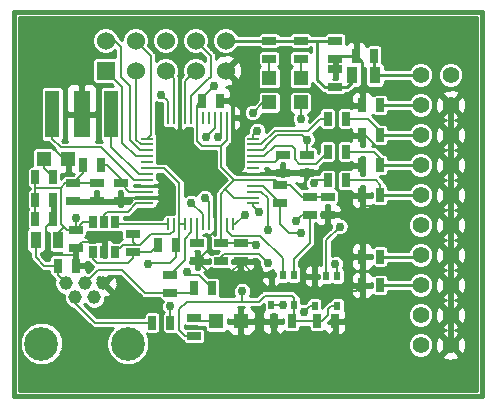
<source format=gtl>
G04 (created by PCBNEW-RS274X (2010-03-14)-final) date mar 08 nov 2011 08:32:22 ART*
G01*
G70*
G90*
%MOIN*%
G04 Gerber Fmt 3.4, Leading zero omitted, Abs format*
%FSLAX34Y34*%
G04 APERTURE LIST*
%ADD10C,0.000100*%
%ADD11C,0.015000*%
%ADD12C,0.045300*%
%ADD13C,0.112200*%
%ADD14R,0.007800X0.039300*%
%ADD15R,0.039300X0.007800*%
%ADD16R,0.047200X0.047200*%
%ADD17C,0.056000*%
%ADD18R,0.060000X0.060000*%
%ADD19C,0.060000*%
%ADD20R,0.025000X0.045000*%
%ADD21R,0.045000X0.025000*%
%ADD22R,0.035000X0.055000*%
%ADD23R,0.020000X0.030000*%
%ADD24R,0.027600X0.039400*%
%ADD25R,0.047200X0.157400*%
%ADD26R,0.055100X0.157400*%
%ADD27C,0.029800*%
%ADD28C,0.006900*%
%ADD29C,0.010000*%
%ADD30C,0.020000*%
%ADD31C,0.006000*%
G04 APERTURE END LIST*
G54D10*
G54D11*
X51900Y-31500D02*
X51900Y-18700D01*
X67500Y-31500D02*
X51900Y-31500D01*
X67500Y-18700D02*
X67500Y-31500D01*
X51900Y-18700D02*
X67500Y-18700D01*
G54D12*
X54250Y-27743D03*
X53936Y-28215D03*
X54879Y-27743D03*
X54564Y-28215D03*
G54D13*
X55687Y-29750D03*
X52813Y-29750D03*
G54D12*
X53621Y-27743D03*
G54D14*
X57018Y-25771D03*
X57215Y-25771D03*
X57412Y-25771D03*
X57608Y-25771D03*
X57805Y-25771D03*
X58002Y-25771D03*
X58198Y-25771D03*
X58395Y-25771D03*
X58592Y-25771D03*
X58788Y-25771D03*
X58985Y-25771D03*
X59182Y-25771D03*
G54D15*
X59871Y-25082D03*
X59871Y-24885D03*
X59871Y-24688D03*
X59871Y-24492D03*
X59871Y-24295D03*
X59871Y-24098D03*
X59871Y-23902D03*
X59871Y-23705D03*
X59871Y-23508D03*
X59871Y-23312D03*
X59871Y-23115D03*
X59871Y-22918D03*
G54D14*
X59182Y-22229D03*
X58985Y-22229D03*
X58788Y-22229D03*
X58592Y-22229D03*
X58395Y-22229D03*
X58198Y-22229D03*
X58002Y-22229D03*
X57805Y-22229D03*
X57608Y-22229D03*
X57412Y-22229D03*
X57215Y-22229D03*
X57018Y-22229D03*
G54D15*
X56329Y-22918D03*
X56329Y-23115D03*
X56329Y-23312D03*
X56329Y-23508D03*
X56329Y-23705D03*
X56329Y-23902D03*
X56329Y-24098D03*
X56329Y-24295D03*
X56329Y-24492D03*
X56329Y-24688D03*
X56329Y-24885D03*
X56329Y-25082D03*
G54D16*
X58637Y-29000D03*
X59463Y-29000D03*
X61450Y-20887D03*
X61450Y-21713D03*
X60400Y-20887D03*
X60400Y-21713D03*
X52887Y-23600D03*
X53713Y-23600D03*
G54D17*
X65450Y-20800D03*
X66450Y-20800D03*
X65450Y-21800D03*
X66450Y-21800D03*
X65450Y-22800D03*
X66450Y-22800D03*
X65450Y-23800D03*
X66450Y-23800D03*
X65450Y-24800D03*
X66450Y-24800D03*
X65450Y-25800D03*
X66450Y-25800D03*
X65450Y-26800D03*
X66450Y-26800D03*
X65450Y-27800D03*
X66450Y-27800D03*
X65450Y-28800D03*
X66450Y-28800D03*
X65450Y-29800D03*
X66450Y-29800D03*
G54D18*
X54950Y-20650D03*
G54D19*
X54950Y-19650D03*
X55950Y-20650D03*
X55950Y-19650D03*
X56950Y-20650D03*
X56950Y-19650D03*
X57950Y-20650D03*
X57950Y-19650D03*
X58950Y-20650D03*
X58950Y-19650D03*
G54D20*
X62950Y-24300D03*
X62350Y-24300D03*
X62950Y-23350D03*
X62350Y-23350D03*
X62950Y-22250D03*
X62350Y-22250D03*
G54D21*
X61750Y-24850D03*
X61750Y-25450D03*
X58800Y-26400D03*
X58800Y-27000D03*
X62350Y-25450D03*
X62350Y-24850D03*
X61650Y-24050D03*
X61650Y-23450D03*
X60750Y-24450D03*
X60750Y-25050D03*
X60850Y-24050D03*
X60850Y-23450D03*
G54D20*
X54800Y-23800D03*
X54200Y-23800D03*
G54D21*
X57100Y-27450D03*
X57100Y-28050D03*
G54D20*
X58500Y-27900D03*
X57900Y-27900D03*
X57100Y-29050D03*
X56500Y-29050D03*
G54D21*
X60400Y-19650D03*
X60400Y-20250D03*
X61450Y-19650D03*
X61450Y-20250D03*
X57900Y-29500D03*
X57900Y-28900D03*
G54D20*
X53200Y-24200D03*
X52600Y-24200D03*
G54D21*
X55850Y-26700D03*
X55850Y-26100D03*
G54D20*
X57300Y-26450D03*
X56700Y-26450D03*
X62000Y-29000D03*
X62600Y-29000D03*
X61150Y-29000D03*
X60550Y-29000D03*
X64100Y-21800D03*
X63500Y-21800D03*
X64100Y-22800D03*
X63500Y-22800D03*
X64100Y-23800D03*
X63500Y-23800D03*
X64100Y-24800D03*
X63500Y-24800D03*
X64100Y-26850D03*
X63500Y-26850D03*
X64100Y-27800D03*
X63500Y-27800D03*
G54D21*
X59450Y-26400D03*
X59450Y-27000D03*
G54D20*
X58150Y-21650D03*
X58750Y-21650D03*
G54D21*
X55450Y-24400D03*
X55450Y-25000D03*
X53850Y-24400D03*
X53850Y-25000D03*
X58000Y-26400D03*
X58000Y-27000D03*
X54650Y-24400D03*
X54650Y-25000D03*
X53950Y-25950D03*
X53950Y-26550D03*
G54D20*
X52600Y-24950D03*
X53200Y-24950D03*
G54D21*
X62600Y-19650D03*
X62600Y-20250D03*
G54D20*
X52600Y-25600D03*
X53200Y-25600D03*
G54D21*
X62600Y-21200D03*
X62600Y-20600D03*
G54D20*
X53350Y-27150D03*
X53950Y-27150D03*
X63900Y-20150D03*
X63300Y-20150D03*
G54D22*
X52625Y-26300D03*
X53375Y-26300D03*
X63925Y-20800D03*
X63175Y-20800D03*
G54D23*
X61225Y-27450D03*
X60475Y-27450D03*
X61225Y-28450D03*
X60850Y-27450D03*
X60475Y-28450D03*
X62675Y-27500D03*
X61925Y-27500D03*
X62675Y-28500D03*
X62300Y-27500D03*
X61925Y-28500D03*
G54D24*
X54525Y-25700D03*
X54900Y-25700D03*
X55275Y-25700D03*
X55275Y-26700D03*
X54900Y-26700D03*
X54525Y-26700D03*
G54D25*
X55134Y-22100D03*
G54D26*
X54150Y-22100D03*
G54D25*
X53166Y-22100D03*
G54D27*
X56800Y-21450D03*
X62600Y-27100D03*
X60350Y-25950D03*
X60350Y-27050D03*
X60050Y-25350D03*
X62750Y-25850D03*
X61300Y-25650D03*
X59600Y-25450D03*
X59850Y-22050D03*
X58300Y-22850D03*
X61450Y-26050D03*
X60850Y-28450D03*
X61900Y-24400D03*
X60000Y-22650D03*
X61650Y-22950D03*
X61550Y-28700D03*
X61450Y-22250D03*
X58700Y-22850D03*
X58550Y-21150D03*
X59500Y-28000D03*
X59950Y-26450D03*
X56850Y-24700D03*
X54350Y-27200D03*
X57800Y-25050D03*
X57650Y-27350D03*
X58250Y-24900D03*
X57100Y-28500D03*
X56350Y-27100D03*
X53950Y-25550D03*
G54D28*
X55950Y-19650D02*
X56450Y-20150D01*
X56450Y-22797D02*
X56329Y-22918D01*
X56450Y-20150D02*
X56450Y-22797D01*
X57608Y-22229D02*
X57608Y-20992D01*
X57608Y-20992D02*
X57950Y-20650D01*
X57215Y-22229D02*
X57215Y-20915D01*
X57215Y-20915D02*
X56950Y-20650D01*
X57018Y-22229D02*
X57018Y-21668D01*
X57018Y-21668D02*
X56800Y-21450D01*
X58375Y-20925D02*
X58450Y-20850D01*
X58450Y-20150D02*
X58350Y-20050D01*
X58450Y-20850D02*
X58450Y-20150D01*
X57805Y-22229D02*
X57805Y-21495D01*
X57805Y-21495D02*
X58375Y-20925D01*
X58350Y-20050D02*
X57950Y-19650D01*
X55950Y-20650D02*
X55950Y-22950D01*
X55950Y-22950D02*
X56115Y-23115D01*
X56115Y-23115D02*
X56329Y-23115D01*
X56329Y-23312D02*
X56112Y-23312D01*
X56112Y-23312D02*
X55750Y-22950D01*
X55750Y-22950D02*
X55750Y-21150D01*
X55750Y-21150D02*
X55450Y-20850D01*
X55450Y-20850D02*
X55450Y-19850D01*
X55450Y-19850D02*
X55250Y-19650D01*
X55250Y-19650D02*
X54950Y-19650D01*
X56329Y-23508D02*
X55958Y-23508D01*
X55958Y-23508D02*
X55500Y-23050D01*
X55500Y-23050D02*
X55500Y-21200D01*
X55500Y-21200D02*
X54950Y-20650D01*
X56329Y-25082D02*
X55968Y-25082D01*
X55968Y-25082D02*
X55700Y-25350D01*
X55700Y-25350D02*
X55000Y-25350D01*
X55000Y-25350D02*
X54900Y-25450D01*
X54900Y-25450D02*
X54900Y-25700D01*
X55850Y-26100D02*
X55850Y-26350D01*
X55850Y-26350D02*
X55950Y-26450D01*
X57215Y-25771D02*
X57215Y-25985D01*
X57215Y-25985D02*
X57100Y-26100D01*
X57100Y-26100D02*
X56450Y-26100D01*
X56450Y-26100D02*
X56100Y-26450D01*
X56100Y-26450D02*
X55950Y-26450D01*
X55525Y-26450D02*
X55275Y-26700D01*
X55950Y-26450D02*
X55525Y-26450D01*
X57018Y-25771D02*
X55346Y-25771D01*
X55346Y-25771D02*
X55275Y-25700D01*
X62675Y-27175D02*
X62675Y-27500D01*
X62600Y-27100D02*
X62675Y-27175D01*
X59871Y-24688D02*
X60138Y-24688D01*
X60350Y-24900D02*
X60350Y-25950D01*
X60138Y-24688D02*
X60350Y-24900D01*
X58800Y-27000D02*
X58800Y-26850D01*
X58800Y-26850D02*
X58900Y-26750D01*
X58900Y-26750D02*
X60050Y-26750D01*
X60050Y-26750D02*
X60350Y-27050D01*
X62300Y-27500D02*
X62300Y-26300D01*
X59871Y-25171D02*
X59871Y-25082D01*
X60050Y-25350D02*
X59871Y-25171D01*
X62300Y-26300D02*
X62750Y-25850D01*
X59182Y-25771D02*
X59279Y-25771D01*
X61500Y-25450D02*
X61750Y-25450D01*
X61300Y-25650D02*
X61500Y-25450D01*
X59279Y-25771D02*
X59600Y-25450D01*
X61750Y-25450D02*
X61750Y-26400D01*
X61750Y-26400D02*
X61225Y-26925D01*
X61225Y-26925D02*
X61225Y-27450D01*
X59900Y-26150D02*
X60100Y-26150D01*
X60850Y-26900D02*
X60850Y-27100D01*
X60100Y-26150D02*
X60850Y-26900D01*
X58985Y-25771D02*
X58985Y-25985D01*
X60850Y-27100D02*
X60850Y-27450D01*
X59150Y-26150D02*
X59900Y-26150D01*
X58985Y-25985D02*
X59150Y-26150D01*
X58592Y-22229D02*
X58592Y-22558D01*
X60187Y-21713D02*
X60400Y-21713D01*
X59850Y-22050D02*
X60187Y-21713D01*
X58592Y-22558D02*
X58300Y-22850D01*
X60750Y-25050D02*
X60750Y-25750D01*
X61050Y-26050D02*
X61450Y-26050D01*
X60750Y-25750D02*
X61050Y-26050D01*
X60475Y-28450D02*
X60850Y-28450D01*
X59871Y-24492D02*
X60192Y-24492D01*
X60192Y-24492D02*
X60450Y-24750D01*
X60450Y-24750D02*
X60750Y-25050D01*
G54D29*
X64100Y-27800D02*
X65450Y-27800D01*
G54D28*
X59871Y-22918D02*
X59871Y-22779D01*
X62000Y-24300D02*
X62350Y-24300D01*
X61900Y-24400D02*
X62000Y-24300D01*
X59871Y-22779D02*
X60000Y-22650D01*
X59871Y-23115D02*
X60135Y-23115D01*
X62100Y-22250D02*
X62350Y-22250D01*
X61700Y-22650D02*
X62100Y-22250D01*
X60600Y-22650D02*
X61700Y-22650D01*
X60135Y-23115D02*
X60600Y-22650D01*
X60300Y-23200D02*
X60188Y-23312D01*
X59871Y-23312D02*
X60200Y-23312D01*
X60300Y-23150D02*
X60650Y-22800D01*
X60650Y-22800D02*
X61500Y-22800D01*
X61500Y-22800D02*
X61650Y-22950D01*
X60300Y-23200D02*
X60300Y-23150D01*
X60188Y-23312D02*
X60200Y-23300D01*
X60200Y-23300D02*
X60200Y-23312D01*
X61650Y-22950D02*
X61650Y-23150D01*
X61650Y-23150D02*
X61650Y-23450D01*
G54D29*
X64100Y-26850D02*
X65400Y-26850D01*
X65400Y-26850D02*
X65450Y-26800D01*
G54D28*
X59871Y-23508D02*
X60242Y-23508D01*
X60242Y-23508D02*
X60600Y-23150D01*
X60600Y-23150D02*
X61150Y-23150D01*
X61150Y-23150D02*
X61250Y-23250D01*
X61250Y-23250D02*
X61250Y-23600D01*
X61250Y-23600D02*
X61400Y-23750D01*
X61400Y-23750D02*
X61950Y-23750D01*
X61950Y-23750D02*
X62350Y-23350D01*
X61925Y-28500D02*
X61750Y-28500D01*
X61750Y-28500D02*
X61550Y-28700D01*
G54D29*
X64100Y-21800D02*
X65450Y-21800D01*
G54D28*
X58788Y-22229D02*
X58788Y-22762D01*
X61450Y-22250D02*
X61450Y-21713D01*
X58788Y-22762D02*
X58700Y-22850D01*
X58150Y-21650D02*
X58150Y-21550D01*
X58150Y-21550D02*
X58550Y-21150D01*
X59450Y-26400D02*
X59900Y-26400D01*
X59500Y-28000D02*
X59500Y-28350D01*
X59900Y-26400D02*
X59950Y-26450D01*
X57600Y-29500D02*
X57900Y-29500D01*
X58000Y-28350D02*
X59500Y-28350D01*
X58000Y-28350D02*
X57650Y-28350D01*
X57650Y-28350D02*
X57400Y-28600D01*
X57400Y-28600D02*
X57400Y-29300D01*
X57400Y-29300D02*
X57600Y-29500D01*
X59500Y-28350D02*
X59700Y-28350D01*
X59700Y-28350D02*
X60050Y-28350D01*
X60050Y-28350D02*
X60250Y-28150D01*
X60250Y-28150D02*
X61150Y-28150D01*
X61150Y-28150D02*
X61225Y-28225D01*
X61225Y-28225D02*
X61225Y-28450D01*
X62000Y-29000D02*
X62150Y-29000D01*
X62450Y-28500D02*
X62675Y-28500D01*
X62350Y-28600D02*
X62450Y-28500D01*
X62350Y-28800D02*
X62350Y-28600D01*
X62150Y-29000D02*
X62350Y-28800D01*
X61150Y-29000D02*
X62000Y-29000D01*
X61225Y-28450D02*
X61225Y-28925D01*
X61225Y-28925D02*
X61150Y-29000D01*
X59871Y-24885D02*
X59235Y-24885D01*
X59235Y-24885D02*
X58945Y-24595D01*
X58788Y-25771D02*
X58788Y-24752D01*
X58788Y-24752D02*
X58945Y-24595D01*
X58945Y-24595D02*
X59245Y-24295D01*
X58800Y-23150D02*
X58800Y-23850D01*
X58800Y-23850D02*
X58900Y-23950D01*
X58900Y-23950D02*
X59245Y-24295D01*
X58985Y-22665D02*
X58985Y-22965D01*
X58985Y-22665D02*
X58985Y-22229D01*
X58800Y-23150D02*
X58850Y-23100D01*
X58985Y-22965D02*
X58850Y-23100D01*
X58002Y-22600D02*
X58002Y-23002D01*
X58150Y-23150D02*
X58800Y-23150D01*
X58002Y-23002D02*
X58150Y-23150D01*
X58002Y-22229D02*
X58002Y-22600D01*
X61750Y-24850D02*
X61500Y-24850D01*
X61500Y-24850D02*
X61100Y-24450D01*
X61100Y-24450D02*
X60750Y-24450D01*
X62350Y-24850D02*
X61750Y-24850D01*
X59871Y-24295D02*
X60595Y-24295D01*
X60595Y-24295D02*
X60750Y-24450D01*
X59245Y-24295D02*
X59871Y-24295D01*
X58800Y-26400D02*
X59450Y-26400D01*
X58788Y-25771D02*
X58788Y-26388D01*
X58788Y-26388D02*
X58800Y-26400D01*
X58002Y-22229D02*
X58002Y-21798D01*
X58002Y-21798D02*
X58150Y-21650D01*
G54D29*
X60400Y-19650D02*
X58950Y-19650D01*
X61450Y-19650D02*
X60400Y-19650D01*
X62000Y-19650D02*
X62000Y-20950D01*
X62250Y-21200D02*
X62600Y-21200D01*
X62000Y-20950D02*
X62250Y-21200D01*
X62600Y-19650D02*
X62000Y-19650D01*
X62000Y-19650D02*
X61450Y-19650D01*
X63175Y-20800D02*
X63175Y-21025D01*
X63175Y-21025D02*
X63000Y-21200D01*
X63000Y-21200D02*
X62600Y-21200D01*
X63900Y-20150D02*
X63900Y-20775D01*
X63900Y-20775D02*
X63925Y-20800D01*
X65450Y-20800D02*
X63925Y-20800D01*
G54D28*
X52625Y-26300D02*
X52625Y-26875D01*
X52625Y-26875D02*
X52900Y-27150D01*
X52900Y-27150D02*
X53350Y-27150D01*
X53350Y-27150D02*
X53350Y-27472D01*
X53350Y-27472D02*
X53621Y-27743D01*
X53950Y-27150D02*
X54300Y-27150D01*
X54300Y-27150D02*
X54350Y-27200D01*
X66450Y-21800D02*
X66400Y-21800D01*
X53100Y-20250D02*
X53100Y-21100D01*
X54250Y-19100D02*
X53100Y-20250D01*
X65000Y-19100D02*
X54250Y-19100D01*
X66000Y-20100D02*
X65000Y-19100D01*
X66000Y-21400D02*
X66000Y-20100D01*
X66400Y-21800D02*
X66000Y-21400D01*
X53950Y-26800D02*
X53050Y-26800D01*
X53050Y-26800D02*
X52950Y-26700D01*
X52950Y-26700D02*
X52950Y-25850D01*
X52950Y-25850D02*
X53200Y-25600D01*
X53713Y-23600D02*
X53550Y-23600D01*
X52950Y-21100D02*
X53100Y-21100D01*
X52600Y-21450D02*
X52950Y-21100D01*
X52600Y-22950D02*
X52600Y-21450D01*
X52750Y-23100D02*
X52600Y-22950D01*
X53050Y-23100D02*
X52750Y-23100D01*
X53550Y-23600D02*
X53050Y-23100D01*
X54150Y-21150D02*
X54150Y-22100D01*
X54100Y-21100D02*
X54150Y-21150D01*
X53100Y-21100D02*
X54100Y-21100D01*
X58592Y-25771D02*
X58592Y-24750D01*
X58592Y-24750D02*
X58592Y-24650D01*
X58592Y-24342D02*
X57412Y-23162D01*
X57412Y-23162D02*
X57412Y-22229D01*
X58592Y-24650D02*
X58592Y-24342D01*
X54900Y-26700D02*
X54900Y-26400D01*
X54900Y-26400D02*
X54850Y-26350D01*
X54850Y-26350D02*
X54150Y-26350D01*
X54150Y-26350D02*
X53950Y-26550D01*
X53200Y-24950D02*
X53200Y-25600D01*
X53950Y-27150D02*
X53950Y-26800D01*
X53950Y-26800D02*
X53950Y-26550D01*
X59463Y-29000D02*
X60550Y-29000D01*
X62600Y-29000D02*
X63050Y-29000D01*
X63050Y-29000D02*
X63500Y-28550D01*
X63500Y-28550D02*
X63500Y-27800D01*
X61925Y-27775D02*
X62150Y-28000D01*
X63300Y-28000D02*
X63500Y-27800D01*
X62150Y-28000D02*
X63300Y-28000D01*
X60550Y-29000D02*
X60550Y-29250D01*
X60550Y-29250D02*
X60800Y-29500D01*
X60800Y-29500D02*
X62400Y-29500D01*
X62400Y-29500D02*
X62600Y-29300D01*
X62600Y-29300D02*
X62600Y-29000D01*
X56329Y-24492D02*
X56792Y-24492D01*
X56850Y-24550D02*
X56850Y-24700D01*
X56792Y-24492D02*
X56850Y-24550D01*
X56765Y-24885D02*
X56329Y-24885D01*
X56850Y-24700D02*
X56850Y-24800D01*
X56850Y-24800D02*
X56765Y-24885D01*
X60475Y-27450D02*
X60475Y-27725D01*
X60475Y-27725D02*
X60700Y-27950D01*
X60700Y-27950D02*
X61750Y-27950D01*
X61750Y-27950D02*
X61925Y-27775D01*
X63500Y-25150D02*
X64900Y-25150D01*
X64900Y-25150D02*
X65050Y-25300D01*
X65050Y-25300D02*
X66450Y-25300D01*
X66450Y-25300D02*
X66400Y-25300D01*
X66400Y-25300D02*
X66450Y-25300D01*
X63500Y-22800D02*
X63600Y-22800D01*
X63600Y-22800D02*
X64100Y-23300D01*
X64100Y-23300D02*
X66450Y-23300D01*
X61650Y-24050D02*
X61950Y-24050D01*
X61950Y-24050D02*
X62200Y-23800D01*
X62200Y-23800D02*
X63500Y-23800D01*
X60850Y-24050D02*
X61650Y-24050D01*
X59871Y-24098D02*
X60802Y-24098D01*
X60802Y-24098D02*
X60850Y-24050D01*
X63200Y-25450D02*
X63200Y-26050D01*
X63200Y-26050D02*
X63500Y-26350D01*
X63500Y-26350D02*
X63500Y-26850D01*
X63500Y-24800D02*
X63500Y-25150D01*
X63200Y-25450D02*
X62350Y-25450D01*
X63500Y-25150D02*
X63200Y-25450D01*
X63500Y-27800D02*
X63500Y-26850D01*
X60475Y-27450D02*
X59900Y-27450D01*
X59900Y-27450D02*
X59450Y-27000D01*
X61925Y-27500D02*
X61925Y-27775D01*
X59450Y-27000D02*
X59450Y-27050D01*
X59450Y-27050D02*
X59100Y-27400D01*
X59100Y-27400D02*
X58400Y-27400D01*
X58400Y-27400D02*
X58000Y-27000D01*
X58592Y-25771D02*
X58592Y-26008D01*
X58592Y-26008D02*
X58400Y-26200D01*
X58400Y-26200D02*
X58400Y-26600D01*
X58400Y-26600D02*
X58000Y-27000D01*
X59182Y-22229D02*
X59182Y-23782D01*
X59182Y-23782D02*
X59498Y-24098D01*
X59498Y-24098D02*
X59871Y-24098D01*
X54650Y-25000D02*
X53850Y-25000D01*
X55450Y-25000D02*
X54650Y-25000D01*
X56329Y-24885D02*
X55565Y-24885D01*
X55565Y-24885D02*
X55450Y-25000D01*
X58750Y-21650D02*
X59050Y-21650D01*
X59050Y-21650D02*
X59182Y-21782D01*
X59182Y-22229D02*
X59182Y-21782D01*
X59182Y-21782D02*
X59182Y-21568D01*
X59182Y-20882D02*
X58950Y-20650D01*
X59182Y-21568D02*
X59182Y-20882D01*
G54D30*
X66450Y-25800D02*
X66450Y-26800D01*
X66450Y-26800D02*
X66450Y-27800D01*
X66450Y-27800D02*
X66450Y-28800D01*
X66450Y-29800D02*
X66450Y-28800D01*
X66450Y-25800D02*
X66450Y-25300D01*
X66450Y-25300D02*
X66450Y-24800D01*
X66450Y-23800D02*
X66450Y-24300D01*
X66450Y-24300D02*
X66450Y-24800D01*
X66450Y-22800D02*
X66450Y-23300D01*
X66450Y-23300D02*
X66450Y-23800D01*
X66450Y-21800D02*
X66450Y-22350D01*
X66450Y-22350D02*
X66450Y-22800D01*
G54D29*
X63500Y-21800D02*
X63500Y-20350D01*
X63500Y-20350D02*
X63300Y-20150D01*
X63300Y-20150D02*
X62700Y-20150D01*
X62700Y-20150D02*
X62600Y-20250D01*
X62600Y-20250D02*
X62600Y-20600D01*
G54D28*
X57100Y-28050D02*
X56250Y-28050D01*
X56250Y-28050D02*
X55500Y-27300D01*
X55500Y-27300D02*
X54693Y-27300D01*
X54693Y-27300D02*
X54250Y-27743D01*
X57100Y-28050D02*
X57750Y-28050D01*
X57750Y-28050D02*
X57900Y-27900D01*
X53936Y-28215D02*
X53936Y-28386D01*
X53936Y-28386D02*
X54600Y-29050D01*
X54600Y-29050D02*
X56500Y-29050D01*
X62950Y-22250D02*
X63700Y-22250D01*
X63700Y-22250D02*
X64100Y-22650D01*
X64100Y-22650D02*
X64100Y-22800D01*
G54D29*
X64100Y-22800D02*
X65450Y-22800D01*
G54D28*
X57805Y-25771D02*
X57805Y-26045D01*
X57805Y-26045D02*
X57600Y-26250D01*
X57600Y-26250D02*
X57600Y-26950D01*
X57600Y-26950D02*
X57100Y-27450D01*
X58002Y-25771D02*
X58002Y-26398D01*
X58002Y-26398D02*
X58000Y-26400D01*
X58198Y-25771D02*
X58198Y-25448D01*
X58198Y-25448D02*
X57800Y-25050D01*
X57650Y-27350D02*
X57750Y-27450D01*
X57750Y-27450D02*
X58050Y-27450D01*
X58050Y-27450D02*
X58500Y-27900D01*
X58395Y-25045D02*
X58250Y-24900D01*
X57100Y-28500D02*
X57100Y-29050D01*
X58395Y-25771D02*
X58395Y-25045D01*
X59871Y-23705D02*
X60595Y-23705D01*
X60595Y-23705D02*
X60850Y-23450D01*
X55000Y-23800D02*
X55450Y-24250D01*
X56329Y-24688D02*
X55738Y-24688D01*
X55738Y-24688D02*
X55450Y-24400D01*
X54800Y-23800D02*
X55000Y-23800D01*
X55450Y-24250D02*
X55450Y-24400D01*
X56329Y-24098D02*
X56048Y-24098D01*
X55134Y-23184D02*
X55134Y-23000D01*
X56048Y-24098D02*
X55134Y-23184D01*
X55134Y-23000D02*
X55134Y-22100D01*
X54700Y-23200D02*
X54800Y-23200D01*
X54800Y-23200D02*
X55400Y-23800D01*
X56329Y-24295D02*
X55895Y-24295D01*
X53166Y-22916D02*
X53166Y-22100D01*
X53450Y-23200D02*
X53166Y-22916D01*
X54700Y-23200D02*
X53450Y-23200D01*
X55895Y-24295D02*
X55400Y-23800D01*
X61450Y-20250D02*
X61450Y-20887D01*
X58637Y-29000D02*
X58000Y-29000D01*
X58000Y-29000D02*
X57900Y-28900D01*
X60400Y-20250D02*
X60400Y-20887D01*
X52887Y-23600D02*
X52887Y-23887D01*
X52887Y-23887D02*
X53200Y-24200D01*
X54525Y-26700D02*
X54525Y-26925D01*
X54525Y-26925D02*
X54650Y-27050D01*
X54650Y-27050D02*
X55700Y-27050D01*
X55700Y-27050D02*
X55850Y-26900D01*
X55850Y-26900D02*
X55850Y-26700D01*
X55850Y-26700D02*
X56450Y-26700D01*
X56450Y-26700D02*
X56700Y-26450D01*
X62950Y-24300D02*
X63950Y-24300D01*
X63950Y-24300D02*
X64100Y-24450D01*
X64100Y-24450D02*
X64100Y-24800D01*
G54D29*
X64100Y-24800D02*
X65450Y-24800D01*
G54D28*
X62950Y-23350D02*
X63900Y-23350D01*
X63900Y-23350D02*
X64100Y-23550D01*
X64100Y-23550D02*
X64100Y-23800D01*
G54D29*
X64100Y-23800D02*
X65450Y-23800D01*
G54D28*
X53450Y-24550D02*
X52600Y-24550D01*
X52600Y-24200D02*
X52600Y-24550D01*
X52600Y-24550D02*
X52600Y-24950D01*
X53950Y-25950D02*
X53950Y-25550D01*
X57300Y-26850D02*
X57300Y-26450D01*
X57100Y-27050D02*
X57300Y-26850D01*
X56400Y-27050D02*
X57100Y-27050D01*
X56350Y-27100D02*
X56400Y-27050D01*
X52600Y-24950D02*
X52600Y-25600D01*
X53375Y-26300D02*
X53375Y-26075D01*
X53375Y-26075D02*
X53575Y-25875D01*
X57412Y-25771D02*
X57412Y-24412D01*
X56902Y-23902D02*
X56329Y-23902D01*
X57412Y-24412D02*
X56902Y-23902D01*
X54200Y-23800D02*
X54200Y-24050D01*
X54200Y-24050D02*
X53850Y-24400D01*
X53850Y-24400D02*
X54650Y-24400D01*
X53850Y-24400D02*
X53600Y-24400D01*
X53450Y-24550D02*
X53450Y-24600D01*
X53600Y-24400D02*
X53450Y-24550D01*
X53650Y-25950D02*
X53950Y-25950D01*
X53575Y-25875D02*
X53650Y-25950D01*
X53450Y-25750D02*
X53575Y-25875D01*
X53450Y-24600D02*
X53450Y-25750D01*
X54525Y-25700D02*
X54200Y-25700D01*
X54200Y-25700D02*
X53950Y-25950D01*
X57412Y-25771D02*
X57412Y-26338D01*
X57412Y-26338D02*
X57300Y-26450D01*
G54D31*
X57412Y-25771D02*
X57608Y-25771D01*
G54D29*
X52075Y-18875D02*
X67325Y-18875D01*
X52075Y-18955D02*
X67325Y-18955D01*
X52075Y-19035D02*
X67325Y-19035D01*
X52075Y-19115D02*
X67325Y-19115D01*
X52075Y-19195D02*
X67325Y-19195D01*
X52075Y-19275D02*
X54690Y-19275D01*
X55210Y-19275D02*
X55690Y-19275D01*
X56210Y-19275D02*
X56690Y-19275D01*
X57210Y-19275D02*
X57690Y-19275D01*
X58210Y-19275D02*
X58690Y-19275D01*
X59210Y-19275D02*
X67325Y-19275D01*
X52075Y-19355D02*
X54610Y-19355D01*
X55290Y-19355D02*
X55610Y-19355D01*
X56290Y-19355D02*
X56610Y-19355D01*
X57290Y-19355D02*
X57610Y-19355D01*
X58290Y-19355D02*
X58610Y-19355D01*
X59290Y-19355D02*
X67325Y-19355D01*
X52075Y-19435D02*
X54554Y-19435D01*
X55347Y-19435D02*
X55554Y-19435D01*
X56348Y-19435D02*
X56554Y-19435D01*
X57348Y-19435D02*
X57554Y-19435D01*
X58348Y-19435D02*
X58554Y-19435D01*
X59347Y-19435D02*
X60054Y-19435D01*
X60746Y-19435D02*
X61104Y-19435D01*
X61796Y-19435D02*
X62254Y-19435D01*
X62946Y-19435D02*
X67325Y-19435D01*
X52075Y-19515D02*
X54520Y-19515D01*
X55380Y-19515D02*
X55520Y-19515D01*
X56381Y-19515D02*
X56520Y-19515D01*
X57381Y-19515D02*
X57520Y-19515D01*
X58381Y-19515D02*
X58520Y-19515D01*
X62974Y-19515D02*
X67325Y-19515D01*
X52075Y-19595D02*
X54501Y-19595D01*
X55456Y-19595D02*
X55501Y-19595D01*
X56399Y-19595D02*
X56501Y-19595D01*
X57399Y-19595D02*
X57501Y-19595D01*
X58399Y-19595D02*
X58501Y-19595D01*
X62974Y-19595D02*
X67325Y-19595D01*
X52075Y-19675D02*
X54501Y-19675D01*
X56399Y-19675D02*
X56501Y-19675D01*
X57399Y-19675D02*
X57501Y-19675D01*
X58399Y-19675D02*
X58501Y-19675D01*
X62974Y-19675D02*
X63188Y-19675D01*
X63188Y-19675D02*
X63412Y-19675D01*
X63412Y-19675D02*
X67325Y-19675D01*
X52075Y-19755D02*
X54507Y-19755D01*
X56392Y-19755D02*
X56507Y-19755D01*
X57392Y-19755D02*
X57507Y-19755D01*
X58392Y-19755D02*
X58507Y-19755D01*
X62974Y-19755D02*
X62993Y-19755D01*
X63250Y-19755D02*
X63350Y-19755D01*
X63607Y-19755D02*
X67325Y-19755D01*
X52075Y-19835D02*
X54540Y-19835D01*
X56395Y-19835D02*
X56540Y-19835D01*
X57359Y-19835D02*
X57540Y-19835D01*
X58396Y-19835D02*
X58540Y-19835D01*
X63250Y-19835D02*
X63350Y-19835D01*
X64146Y-19835D02*
X67325Y-19835D01*
X52075Y-19915D02*
X54580Y-19915D01*
X56475Y-19915D02*
X56580Y-19915D01*
X57320Y-19915D02*
X57580Y-19915D01*
X58476Y-19915D02*
X58580Y-19915D01*
X59320Y-19915D02*
X60123Y-19915D01*
X60676Y-19915D02*
X61173Y-19915D01*
X61726Y-19915D02*
X61800Y-19915D01*
X63250Y-19915D02*
X63350Y-19915D01*
X64174Y-19915D02*
X67325Y-19915D01*
X52075Y-19995D02*
X54660Y-19995D01*
X55240Y-19995D02*
X55266Y-19995D01*
X56555Y-19995D02*
X56660Y-19995D01*
X57240Y-19995D02*
X57660Y-19995D01*
X58555Y-19995D02*
X58660Y-19995D01*
X59240Y-19995D02*
X60100Y-19995D01*
X60702Y-19995D02*
X61150Y-19995D01*
X61752Y-19995D02*
X61800Y-19995D01*
X63250Y-19995D02*
X63350Y-19995D01*
X64174Y-19995D02*
X67325Y-19995D01*
X52075Y-20075D02*
X54802Y-20075D01*
X55097Y-20075D02*
X55266Y-20075D01*
X56618Y-20075D02*
X56802Y-20075D01*
X57097Y-20075D02*
X57802Y-20075D01*
X58096Y-20075D02*
X58114Y-20075D01*
X58617Y-20075D02*
X58802Y-20075D01*
X59097Y-20075D02*
X60035Y-20075D01*
X60766Y-20075D02*
X61085Y-20075D01*
X63250Y-20075D02*
X63350Y-20075D01*
X64174Y-20075D02*
X67325Y-20075D01*
X52075Y-20155D02*
X55266Y-20155D01*
X56634Y-20155D02*
X58194Y-20155D01*
X58634Y-20155D02*
X58726Y-20155D01*
X59166Y-20155D02*
X60026Y-20155D01*
X60774Y-20155D02*
X61076Y-20155D01*
X63250Y-20155D02*
X63350Y-20155D01*
X64174Y-20155D02*
X67325Y-20155D01*
X52075Y-20235D02*
X54554Y-20235D01*
X56634Y-20235D02*
X56778Y-20235D01*
X57122Y-20235D02*
X57779Y-20235D01*
X58122Y-20235D02*
X58266Y-20235D01*
X58634Y-20235D02*
X58653Y-20235D01*
X59248Y-20235D02*
X60026Y-20235D01*
X60774Y-20235D02*
X61076Y-20235D01*
X64174Y-20235D02*
X67325Y-20235D01*
X52075Y-20315D02*
X54504Y-20315D01*
X56634Y-20315D02*
X56650Y-20315D01*
X57250Y-20315D02*
X57650Y-20315D01*
X58250Y-20315D02*
X58266Y-20315D01*
X59214Y-20315D02*
X60026Y-20315D01*
X60774Y-20315D02*
X61076Y-20315D01*
X64174Y-20315D02*
X67325Y-20315D01*
X52075Y-20395D02*
X54501Y-20395D01*
X57330Y-20395D02*
X57570Y-20395D01*
X59134Y-20395D02*
X59276Y-20395D01*
X59433Y-20395D02*
X60026Y-20395D01*
X60774Y-20395D02*
X61076Y-20395D01*
X64177Y-20395D02*
X65305Y-20395D01*
X65596Y-20395D02*
X66305Y-20395D01*
X66596Y-20395D02*
X67325Y-20395D01*
X52075Y-20475D02*
X54501Y-20475D01*
X57364Y-20475D02*
X57537Y-20475D01*
X59054Y-20475D02*
X59196Y-20475D01*
X59466Y-20475D02*
X60064Y-20475D01*
X60736Y-20475D02*
X61114Y-20475D01*
X64241Y-20475D02*
X65167Y-20475D01*
X65733Y-20475D02*
X66167Y-20475D01*
X66733Y-20475D02*
X67325Y-20475D01*
X52075Y-20555D02*
X54501Y-20555D01*
X57397Y-20555D02*
X57504Y-20555D01*
X58974Y-20555D02*
X59116Y-20555D01*
X59485Y-20555D02*
X60049Y-20555D01*
X60751Y-20555D02*
X61099Y-20555D01*
X63597Y-20555D02*
X63601Y-20555D01*
X64249Y-20555D02*
X65087Y-20555D01*
X65813Y-20555D02*
X66087Y-20555D01*
X66813Y-20555D02*
X67325Y-20555D01*
X52075Y-20635D02*
X54501Y-20635D01*
X57399Y-20635D02*
X57501Y-20635D01*
X58892Y-20635D02*
X59036Y-20635D01*
X59489Y-20635D02*
X60015Y-20635D01*
X60785Y-20635D02*
X61065Y-20635D01*
X63499Y-20635D02*
X63601Y-20635D01*
X65848Y-20635D02*
X66053Y-20635D01*
X66848Y-20635D02*
X67325Y-20635D01*
X52075Y-20715D02*
X54501Y-20715D01*
X57399Y-20715D02*
X57501Y-20715D01*
X58944Y-20715D02*
X59085Y-20715D01*
X59493Y-20715D02*
X60015Y-20715D01*
X60785Y-20715D02*
X61065Y-20715D01*
X63499Y-20715D02*
X63601Y-20715D01*
X65880Y-20715D02*
X66020Y-20715D01*
X66880Y-20715D02*
X67325Y-20715D01*
X52075Y-20795D02*
X54501Y-20795D01*
X57375Y-20795D02*
X57524Y-20795D01*
X59025Y-20795D02*
X59165Y-20795D01*
X59469Y-20795D02*
X60015Y-20795D01*
X60785Y-20795D02*
X61065Y-20795D01*
X63499Y-20795D02*
X63601Y-20795D01*
X65880Y-20795D02*
X66020Y-20795D01*
X66880Y-20795D02*
X67325Y-20795D01*
X52075Y-20875D02*
X54501Y-20875D01*
X57391Y-20875D02*
X57470Y-20875D01*
X59105Y-20875D02*
X59245Y-20875D01*
X59441Y-20875D02*
X60015Y-20875D01*
X60785Y-20875D02*
X61065Y-20875D01*
X63499Y-20875D02*
X63601Y-20875D01*
X65880Y-20875D02*
X66020Y-20875D01*
X66880Y-20875D02*
X67325Y-20875D01*
X52075Y-20955D02*
X54501Y-20955D01*
X57399Y-20955D02*
X57432Y-20955D01*
X59185Y-20955D02*
X59325Y-20955D01*
X59338Y-20955D02*
X60015Y-20955D01*
X60785Y-20955D02*
X61065Y-20955D01*
X63499Y-20955D02*
X63601Y-20955D01*
X65851Y-20955D02*
X66048Y-20955D01*
X66851Y-20955D02*
X67325Y-20955D01*
X52075Y-21035D02*
X54524Y-21035D01*
X57399Y-21035D02*
X57424Y-21035D01*
X59255Y-21035D02*
X60015Y-21035D01*
X60785Y-21035D02*
X61065Y-21035D01*
X63499Y-21035D02*
X63601Y-21035D01*
X64249Y-21035D02*
X65081Y-21035D01*
X65817Y-21035D02*
X66081Y-21035D01*
X66817Y-21035D02*
X67325Y-21035D01*
X52075Y-21115D02*
X53721Y-21115D01*
X54090Y-21115D02*
X54210Y-21115D01*
X54579Y-21115D02*
X55154Y-21115D01*
X57399Y-21115D02*
X57424Y-21115D01*
X59233Y-21115D02*
X60015Y-21115D01*
X60785Y-21115D02*
X61065Y-21115D01*
X61835Y-21115D02*
X61882Y-21115D01*
X63494Y-21115D02*
X63605Y-21115D01*
X64244Y-21115D02*
X65157Y-21115D01*
X65743Y-21115D02*
X66157Y-21115D01*
X66743Y-21115D02*
X67325Y-21115D01*
X52075Y-21195D02*
X52837Y-21195D01*
X53495Y-21195D02*
X53655Y-21195D01*
X54100Y-21195D02*
X54200Y-21195D01*
X54646Y-21195D02*
X54805Y-21195D01*
X57399Y-21195D02*
X57424Y-21195D01*
X58971Y-21195D02*
X60032Y-21195D01*
X60767Y-21195D02*
X61082Y-21195D01*
X61817Y-21195D02*
X61962Y-21195D01*
X63441Y-21195D02*
X63659Y-21195D01*
X64191Y-21195D02*
X65280Y-21195D01*
X65620Y-21195D02*
X66280Y-21195D01*
X66620Y-21195D02*
X67325Y-21195D01*
X52075Y-21275D02*
X52785Y-21275D01*
X53548Y-21275D02*
X53626Y-21275D01*
X54100Y-21275D02*
X54200Y-21275D01*
X54674Y-21275D02*
X54753Y-21275D01*
X57399Y-21275D02*
X57424Y-21275D01*
X59077Y-21275D02*
X62042Y-21275D01*
X63207Y-21275D02*
X67325Y-21275D01*
X52075Y-21355D02*
X52781Y-21355D01*
X53551Y-21355D02*
X53626Y-21355D01*
X54100Y-21355D02*
X54200Y-21355D01*
X54674Y-21355D02*
X54749Y-21355D01*
X57399Y-21355D02*
X57424Y-21355D01*
X59116Y-21355D02*
X60075Y-21355D01*
X60725Y-21355D02*
X61125Y-21355D01*
X61775Y-21355D02*
X62128Y-21355D01*
X63120Y-21355D02*
X63256Y-21355D01*
X63418Y-21355D02*
X63582Y-21355D01*
X63745Y-21355D02*
X66179Y-21355D01*
X66722Y-21355D02*
X67325Y-21355D01*
X52075Y-21435D02*
X52781Y-21435D01*
X53551Y-21435D02*
X53626Y-21435D01*
X54100Y-21435D02*
X54200Y-21435D01*
X54675Y-21435D02*
X54749Y-21435D01*
X57399Y-21435D02*
X57424Y-21435D01*
X59124Y-21435D02*
X60021Y-21435D01*
X60780Y-21435D02*
X61071Y-21435D01*
X61830Y-21435D02*
X62274Y-21435D01*
X62926Y-21435D02*
X63164Y-21435D01*
X63450Y-21435D02*
X63550Y-21435D01*
X63837Y-21435D02*
X63924Y-21435D01*
X64277Y-21435D02*
X65207Y-21435D01*
X65692Y-21435D02*
X66158Y-21435D01*
X66743Y-21435D02*
X67325Y-21435D01*
X52075Y-21515D02*
X52781Y-21515D01*
X53551Y-21515D02*
X53626Y-21515D01*
X54100Y-21515D02*
X54200Y-21515D01*
X54675Y-21515D02*
X54749Y-21515D01*
X57399Y-21515D02*
X57424Y-21515D01*
X59125Y-21515D02*
X60015Y-21515D01*
X60785Y-21515D02*
X61065Y-21515D01*
X61835Y-21515D02*
X63131Y-21515D01*
X63450Y-21515D02*
X63550Y-21515D01*
X64362Y-21515D02*
X65127Y-21515D01*
X65773Y-21515D02*
X66056Y-21515D01*
X66094Y-21515D02*
X66236Y-21515D01*
X66664Y-21515D02*
X66806Y-21515D01*
X66845Y-21515D02*
X67325Y-21515D01*
X52075Y-21595D02*
X52781Y-21595D01*
X53551Y-21595D02*
X53626Y-21595D01*
X54100Y-21595D02*
X54200Y-21595D01*
X54675Y-21595D02*
X54749Y-21595D01*
X57399Y-21595D02*
X57424Y-21595D01*
X59068Y-21595D02*
X60015Y-21595D01*
X60785Y-21595D02*
X61065Y-21595D01*
X61835Y-21595D02*
X63126Y-21595D01*
X63450Y-21595D02*
X63550Y-21595D01*
X64374Y-21595D02*
X65070Y-21595D01*
X65831Y-21595D02*
X65972Y-21595D01*
X66174Y-21595D02*
X66316Y-21595D01*
X66584Y-21595D02*
X66726Y-21595D01*
X66933Y-21595D02*
X67325Y-21595D01*
X52075Y-21675D02*
X52781Y-21675D01*
X53551Y-21675D02*
X53626Y-21675D01*
X54100Y-21675D02*
X54200Y-21675D01*
X54675Y-21675D02*
X54749Y-21675D01*
X57399Y-21675D02*
X57424Y-21675D01*
X58700Y-21675D02*
X59964Y-21675D01*
X60785Y-21675D02*
X61065Y-21675D01*
X61835Y-21675D02*
X63126Y-21675D01*
X63450Y-21675D02*
X63550Y-21675D01*
X65864Y-21675D02*
X65944Y-21675D01*
X66254Y-21675D02*
X66396Y-21675D01*
X66504Y-21675D02*
X66646Y-21675D01*
X66964Y-21675D02*
X67325Y-21675D01*
X52075Y-21755D02*
X52781Y-21755D01*
X53551Y-21755D02*
X53626Y-21755D01*
X54100Y-21755D02*
X54200Y-21755D01*
X54675Y-21755D02*
X54749Y-21755D01*
X56634Y-21755D02*
X56834Y-21755D01*
X57399Y-21755D02*
X57424Y-21755D01*
X59118Y-21755D02*
X59784Y-21755D01*
X60785Y-21755D02*
X61065Y-21755D01*
X61835Y-21755D02*
X63550Y-21755D01*
X65880Y-21755D02*
X65927Y-21755D01*
X66334Y-21755D02*
X66566Y-21755D01*
X66968Y-21755D02*
X67325Y-21755D01*
X52075Y-21835D02*
X52781Y-21835D01*
X53551Y-21835D02*
X53626Y-21835D01*
X54100Y-21835D02*
X54200Y-21835D01*
X54675Y-21835D02*
X54749Y-21835D01*
X56634Y-21835D02*
X56834Y-21835D01*
X57399Y-21835D02*
X57424Y-21835D01*
X59153Y-21835D02*
X59211Y-21835D01*
X59375Y-21835D02*
X59644Y-21835D01*
X60785Y-21835D02*
X61065Y-21835D01*
X61835Y-21835D02*
X63550Y-21835D01*
X65880Y-21835D02*
X65931Y-21835D01*
X66344Y-21835D02*
X66556Y-21835D01*
X66972Y-21835D02*
X67325Y-21835D01*
X52075Y-21915D02*
X52781Y-21915D01*
X53551Y-21915D02*
X53626Y-21915D01*
X54100Y-21915D02*
X54200Y-21915D01*
X54675Y-21915D02*
X54749Y-21915D01*
X56634Y-21915D02*
X56834Y-21915D01*
X57399Y-21915D02*
X57424Y-21915D01*
X59163Y-21915D02*
X59201Y-21915D01*
X59442Y-21915D02*
X59584Y-21915D01*
X60785Y-21915D02*
X61065Y-21915D01*
X61835Y-21915D02*
X62124Y-21915D01*
X62576Y-21915D02*
X62724Y-21915D01*
X65867Y-21915D02*
X65936Y-21915D01*
X66264Y-21915D02*
X66406Y-21915D01*
X66494Y-21915D02*
X66636Y-21915D01*
X66959Y-21915D02*
X67325Y-21915D01*
X52075Y-21995D02*
X52781Y-21995D01*
X53551Y-21995D02*
X53632Y-21995D01*
X54100Y-21995D02*
X54200Y-21995D01*
X54668Y-21995D02*
X54749Y-21995D01*
X56634Y-21995D02*
X56834Y-21995D01*
X57400Y-21995D02*
X57424Y-21995D01*
X59170Y-21995D02*
X59201Y-21995D01*
X59470Y-21995D02*
X59552Y-21995D01*
X60778Y-21995D02*
X61071Y-21995D01*
X61828Y-21995D02*
X62077Y-21995D01*
X62624Y-21995D02*
X62677Y-21995D01*
X65834Y-21995D02*
X65963Y-21995D01*
X66184Y-21995D02*
X66326Y-21995D01*
X66574Y-21995D02*
X66716Y-21995D01*
X66931Y-21995D02*
X67325Y-21995D01*
X52075Y-22075D02*
X52781Y-22075D01*
X53551Y-22075D02*
X54749Y-22075D01*
X56634Y-22075D02*
X56830Y-22075D01*
X57403Y-22075D02*
X57420Y-22075D01*
X59173Y-22075D02*
X59201Y-22075D01*
X59470Y-22075D02*
X59552Y-22075D01*
X60721Y-22075D02*
X61129Y-22075D01*
X61771Y-22075D02*
X62053Y-22075D01*
X62624Y-22075D02*
X62676Y-22075D01*
X64365Y-22075D02*
X65117Y-22075D01*
X65783Y-22075D02*
X66017Y-22075D01*
X66104Y-22075D02*
X66246Y-22075D01*
X66654Y-22075D02*
X66796Y-22075D01*
X66883Y-22075D02*
X67325Y-22075D01*
X52075Y-22155D02*
X52781Y-22155D01*
X53551Y-22155D02*
X53682Y-22155D01*
X54618Y-22155D02*
X54749Y-22155D01*
X56634Y-22155D02*
X56830Y-22155D01*
X57403Y-22155D02*
X57420Y-22155D01*
X59173Y-22155D02*
X59201Y-22155D01*
X59433Y-22155D02*
X59570Y-22155D01*
X60129Y-22155D02*
X61167Y-22155D01*
X61733Y-22155D02*
X61934Y-22155D01*
X62624Y-22155D02*
X62676Y-22155D01*
X63865Y-22155D02*
X63898Y-22155D01*
X64300Y-22155D02*
X65197Y-22155D01*
X65703Y-22155D02*
X66166Y-22155D01*
X66734Y-22155D02*
X67325Y-22155D01*
X52075Y-22235D02*
X52781Y-22235D01*
X53551Y-22235D02*
X53625Y-22235D01*
X54674Y-22235D02*
X54749Y-22235D01*
X56634Y-22235D02*
X56830Y-22235D01*
X57403Y-22235D02*
X57420Y-22235D01*
X59173Y-22235D02*
X59613Y-22235D01*
X60086Y-22235D02*
X61152Y-22235D01*
X61748Y-22235D02*
X61854Y-22235D01*
X62624Y-22235D02*
X62676Y-22235D01*
X63945Y-22235D02*
X66175Y-22235D01*
X66724Y-22235D02*
X67325Y-22235D01*
X52075Y-22315D02*
X52781Y-22315D01*
X53551Y-22315D02*
X53625Y-22315D01*
X54674Y-22315D02*
X54749Y-22315D01*
X56634Y-22315D02*
X56830Y-22315D01*
X57403Y-22315D02*
X57420Y-22315D01*
X59173Y-22315D02*
X59201Y-22315D01*
X59445Y-22315D02*
X59711Y-22315D01*
X59989Y-22315D02*
X61154Y-22315D01*
X61745Y-22315D02*
X61774Y-22315D01*
X62624Y-22315D02*
X62676Y-22315D01*
X64025Y-22315D02*
X66251Y-22315D01*
X66637Y-22315D02*
X67325Y-22315D01*
X52075Y-22395D02*
X52781Y-22395D01*
X53551Y-22395D02*
X53625Y-22395D01*
X54674Y-22395D02*
X54749Y-22395D01*
X56634Y-22395D02*
X56830Y-22395D01*
X57403Y-22395D02*
X57420Y-22395D01*
X59173Y-22395D02*
X59201Y-22395D01*
X59470Y-22395D02*
X59836Y-22395D01*
X60162Y-22395D02*
X61187Y-22395D01*
X62624Y-22395D02*
X62676Y-22395D01*
X64105Y-22395D02*
X65304Y-22395D01*
X65596Y-22395D02*
X66168Y-22395D01*
X66733Y-22395D02*
X67325Y-22395D01*
X52075Y-22475D02*
X52781Y-22475D01*
X53551Y-22475D02*
X53625Y-22475D01*
X54674Y-22475D02*
X54749Y-22475D01*
X56634Y-22475D02*
X56838Y-22475D01*
X57394Y-22475D02*
X57428Y-22475D01*
X59169Y-22475D02*
X59201Y-22475D01*
X59470Y-22475D02*
X59754Y-22475D01*
X60247Y-22475D02*
X60555Y-22475D01*
X62624Y-22475D02*
X62676Y-22475D01*
X64336Y-22475D02*
X65167Y-22475D01*
X65733Y-22475D02*
X66196Y-22475D01*
X66704Y-22475D02*
X67325Y-22475D01*
X52075Y-22555D02*
X52781Y-22555D01*
X53551Y-22555D02*
X53625Y-22555D01*
X54674Y-22555D02*
X54749Y-22555D01*
X56634Y-22555D02*
X56902Y-22555D01*
X57393Y-22555D02*
X57431Y-22555D01*
X59169Y-22555D02*
X59201Y-22555D01*
X59436Y-22555D02*
X59717Y-22555D01*
X60284Y-22555D02*
X60434Y-22555D01*
X62054Y-22555D02*
X62096Y-22555D01*
X62603Y-22555D02*
X62696Y-22555D01*
X64374Y-22555D02*
X65087Y-22555D01*
X65813Y-22555D02*
X65986Y-22555D01*
X66134Y-22555D02*
X66276Y-22555D01*
X66624Y-22555D02*
X66766Y-22555D01*
X66916Y-22555D02*
X67325Y-22555D01*
X52075Y-22635D02*
X52781Y-22635D01*
X53551Y-22635D02*
X53625Y-22635D01*
X54674Y-22635D02*
X54749Y-22635D01*
X56634Y-22635D02*
X57231Y-22635D01*
X57371Y-22635D02*
X57453Y-22635D01*
X57593Y-22635D02*
X57818Y-22635D01*
X59169Y-22635D02*
X59223Y-22635D01*
X59363Y-22635D02*
X59702Y-22635D01*
X60298Y-22635D02*
X60354Y-22635D01*
X61974Y-22635D02*
X63126Y-22635D01*
X65848Y-22635D02*
X65958Y-22635D01*
X66214Y-22635D02*
X66356Y-22635D01*
X66544Y-22635D02*
X66686Y-22635D01*
X66950Y-22635D02*
X67325Y-22635D01*
X52075Y-22715D02*
X52781Y-22715D01*
X53551Y-22715D02*
X53625Y-22715D01*
X54674Y-22715D02*
X54749Y-22715D01*
X56634Y-22715D02*
X57818Y-22715D01*
X59169Y-22715D02*
X59700Y-22715D01*
X61894Y-22715D02*
X63152Y-22715D01*
X65880Y-22715D02*
X65930Y-22715D01*
X66294Y-22715D02*
X66436Y-22715D01*
X66464Y-22715D02*
X66606Y-22715D01*
X66966Y-22715D02*
X67325Y-22715D01*
X52075Y-22795D02*
X52781Y-22795D01*
X53551Y-22795D02*
X53625Y-22795D01*
X54674Y-22795D02*
X54749Y-22795D01*
X56652Y-22795D02*
X57818Y-22795D01*
X59169Y-22795D02*
X59548Y-22795D01*
X61909Y-22795D02*
X63550Y-22795D01*
X65880Y-22795D02*
X65929Y-22795D01*
X66374Y-22795D02*
X66526Y-22795D01*
X66970Y-22795D02*
X67325Y-22795D01*
X52075Y-22875D02*
X52781Y-22875D01*
X53551Y-22875D02*
X53626Y-22875D01*
X54674Y-22875D02*
X54749Y-22875D01*
X56674Y-22875D02*
X57818Y-22875D01*
X59169Y-22875D02*
X59526Y-22875D01*
X61942Y-22875D02*
X63162Y-22875D01*
X63450Y-22875D02*
X63550Y-22875D01*
X65880Y-22875D02*
X65933Y-22875D01*
X66304Y-22875D02*
X66446Y-22875D01*
X66454Y-22875D02*
X66596Y-22875D01*
X66973Y-22875D02*
X67325Y-22875D01*
X52075Y-22955D02*
X52796Y-22955D01*
X53535Y-22955D02*
X53633Y-22955D01*
X54666Y-22955D02*
X54764Y-22955D01*
X56674Y-22955D02*
X57818Y-22955D01*
X59169Y-22955D02*
X59526Y-22955D01*
X61948Y-22955D02*
X63125Y-22955D01*
X63450Y-22955D02*
X63550Y-22955D01*
X65851Y-22955D02*
X65946Y-22955D01*
X66224Y-22955D02*
X66366Y-22955D01*
X66534Y-22955D02*
X66676Y-22955D01*
X66945Y-22955D02*
X67325Y-22955D01*
X52075Y-23035D02*
X52898Y-23035D01*
X53029Y-23035D02*
X53029Y-23035D01*
X56670Y-23035D02*
X57824Y-23035D01*
X59155Y-23035D02*
X59531Y-23035D01*
X61937Y-23035D02*
X62104Y-23035D01*
X62596Y-23035D02*
X62704Y-23035D01*
X63450Y-23035D02*
X63550Y-23035D01*
X64374Y-23035D02*
X65081Y-23035D01*
X65817Y-23035D02*
X65979Y-23035D01*
X66144Y-23035D02*
X66286Y-23035D01*
X66614Y-23035D02*
X66756Y-23035D01*
X66917Y-23035D02*
X67325Y-23035D01*
X52075Y-23115D02*
X53105Y-23115D01*
X56674Y-23115D02*
X57860Y-23115D01*
X59095Y-23115D02*
X59526Y-23115D01*
X61903Y-23115D02*
X62076Y-23115D01*
X62624Y-23115D02*
X62676Y-23115D01*
X63450Y-23115D02*
X63550Y-23115D01*
X64346Y-23115D02*
X65157Y-23115D01*
X65743Y-23115D02*
X66206Y-23115D01*
X66694Y-23115D02*
X67325Y-23115D01*
X52075Y-23195D02*
X53185Y-23195D01*
X56668Y-23195D02*
X57935Y-23195D01*
X59015Y-23195D02*
X59530Y-23195D01*
X61952Y-23195D02*
X62076Y-23195D01*
X62624Y-23195D02*
X62676Y-23195D01*
X63994Y-23195D02*
X65280Y-23195D01*
X65620Y-23195D02*
X66165Y-23195D01*
X66734Y-23195D02*
X67325Y-23195D01*
X52075Y-23275D02*
X52529Y-23275D01*
X56674Y-23275D02*
X58015Y-23275D01*
X58984Y-23275D02*
X59526Y-23275D01*
X62016Y-23275D02*
X62076Y-23275D01*
X62624Y-23275D02*
X62676Y-23275D01*
X64086Y-23275D02*
X66235Y-23275D01*
X66672Y-23275D02*
X67325Y-23275D01*
X52075Y-23355D02*
X52502Y-23355D01*
X56674Y-23355D02*
X58616Y-23355D01*
X58984Y-23355D02*
X59526Y-23355D01*
X62024Y-23355D02*
X62076Y-23355D01*
X62624Y-23355D02*
X62676Y-23355D01*
X64166Y-23355D02*
X66179Y-23355D01*
X66722Y-23355D02*
X67325Y-23355D01*
X52075Y-23435D02*
X52502Y-23435D01*
X56673Y-23435D02*
X58616Y-23435D01*
X58984Y-23435D02*
X59528Y-23435D01*
X62624Y-23435D02*
X62676Y-23435D01*
X64277Y-23435D02*
X65207Y-23435D01*
X65692Y-23435D02*
X66158Y-23435D01*
X66743Y-23435D02*
X67325Y-23435D01*
X52075Y-23515D02*
X52502Y-23515D01*
X56674Y-23515D02*
X58616Y-23515D01*
X58984Y-23515D02*
X59526Y-23515D01*
X62624Y-23515D02*
X62676Y-23515D01*
X64362Y-23515D02*
X65127Y-23515D01*
X65773Y-23515D02*
X66056Y-23515D01*
X66094Y-23515D02*
X66236Y-23515D01*
X66664Y-23515D02*
X66806Y-23515D01*
X66845Y-23515D02*
X67325Y-23515D01*
X52075Y-23595D02*
X52502Y-23595D01*
X56665Y-23595D02*
X58616Y-23595D01*
X58984Y-23595D02*
X59533Y-23595D01*
X62624Y-23595D02*
X62676Y-23595D01*
X63450Y-23595D02*
X63550Y-23595D01*
X64374Y-23595D02*
X65070Y-23595D01*
X65831Y-23595D02*
X65972Y-23595D01*
X66174Y-23595D02*
X66316Y-23595D01*
X66584Y-23595D02*
X66726Y-23595D01*
X66933Y-23595D02*
X67325Y-23595D01*
X52075Y-23675D02*
X52502Y-23675D01*
X56674Y-23675D02*
X58616Y-23675D01*
X58984Y-23675D02*
X59526Y-23675D01*
X62586Y-23675D02*
X62714Y-23675D01*
X63450Y-23675D02*
X63550Y-23675D01*
X65864Y-23675D02*
X65944Y-23675D01*
X66254Y-23675D02*
X66396Y-23675D01*
X66504Y-23675D02*
X66646Y-23675D01*
X66964Y-23675D02*
X67325Y-23675D01*
X52075Y-23755D02*
X52502Y-23755D01*
X57007Y-23755D02*
X58616Y-23755D01*
X58984Y-23755D02*
X59526Y-23755D01*
X60804Y-23755D02*
X60900Y-23755D01*
X62204Y-23755D02*
X63550Y-23755D01*
X65880Y-23755D02*
X65927Y-23755D01*
X66334Y-23755D02*
X66566Y-23755D01*
X66968Y-23755D02*
X67325Y-23755D01*
X52075Y-23835D02*
X52424Y-23835D01*
X57095Y-23835D02*
X58616Y-23835D01*
X59046Y-23835D02*
X59526Y-23835D01*
X60800Y-23835D02*
X60900Y-23835D01*
X62124Y-23835D02*
X63550Y-23835D01*
X65880Y-23835D02*
X65931Y-23835D01*
X66344Y-23835D02*
X66556Y-23835D01*
X66972Y-23835D02*
X67325Y-23835D01*
X52075Y-23915D02*
X52339Y-23915D01*
X57175Y-23915D02*
X58628Y-23915D01*
X59126Y-23915D02*
X59467Y-23915D01*
X60275Y-23915D02*
X60375Y-23915D01*
X60800Y-23915D02*
X60900Y-23915D01*
X62125Y-23915D02*
X63125Y-23915D01*
X63450Y-23915D02*
X63550Y-23915D01*
X65867Y-23915D02*
X65936Y-23915D01*
X66264Y-23915D02*
X66406Y-23915D01*
X66494Y-23915D02*
X66636Y-23915D01*
X66959Y-23915D02*
X67325Y-23915D01*
X52075Y-23995D02*
X52326Y-23995D01*
X57255Y-23995D02*
X58685Y-23995D01*
X59206Y-23995D02*
X59432Y-23995D01*
X60311Y-23995D02*
X60432Y-23995D01*
X60800Y-23995D02*
X60900Y-23995D01*
X61600Y-23995D02*
X61700Y-23995D01*
X62068Y-23995D02*
X62097Y-23995D01*
X62604Y-23995D02*
X62697Y-23995D01*
X63450Y-23995D02*
X63550Y-23995D01*
X65834Y-23995D02*
X65963Y-23995D01*
X66184Y-23995D02*
X66326Y-23995D01*
X66574Y-23995D02*
X66716Y-23995D01*
X66931Y-23995D02*
X67325Y-23995D01*
X52075Y-24075D02*
X52326Y-24075D01*
X57335Y-24075D02*
X58765Y-24075D01*
X59286Y-24075D02*
X59425Y-24075D01*
X59426Y-24075D02*
X59483Y-24075D01*
X60259Y-24075D02*
X60316Y-24075D01*
X60316Y-24075D02*
X62076Y-24075D01*
X62624Y-24075D02*
X62676Y-24075D01*
X63450Y-24075D02*
X63550Y-24075D01*
X64365Y-24075D02*
X65117Y-24075D01*
X65783Y-24075D02*
X66017Y-24075D01*
X66104Y-24075D02*
X66246Y-24075D01*
X66654Y-24075D02*
X66796Y-24075D01*
X66883Y-24075D02*
X67325Y-24075D01*
X52075Y-24155D02*
X52326Y-24155D01*
X57415Y-24155D02*
X58845Y-24155D01*
X60800Y-24155D02*
X60900Y-24155D01*
X61600Y-24155D02*
X61700Y-24155D01*
X62624Y-24155D02*
X62676Y-24155D01*
X64300Y-24155D02*
X65197Y-24155D01*
X65703Y-24155D02*
X66166Y-24155D01*
X66734Y-24155D02*
X67325Y-24155D01*
X52075Y-24235D02*
X52326Y-24235D01*
X57495Y-24235D02*
X58925Y-24235D01*
X61600Y-24235D02*
X61647Y-24235D01*
X62624Y-24235D02*
X62676Y-24235D01*
X64145Y-24235D02*
X66175Y-24235D01*
X66724Y-24235D02*
X67325Y-24235D01*
X52075Y-24315D02*
X52326Y-24315D01*
X57565Y-24315D02*
X58965Y-24315D01*
X61600Y-24315D02*
X61613Y-24315D01*
X62624Y-24315D02*
X62676Y-24315D01*
X64225Y-24315D02*
X66251Y-24315D01*
X66637Y-24315D02*
X67325Y-24315D01*
X52075Y-24395D02*
X52326Y-24395D01*
X57593Y-24395D02*
X58885Y-24395D01*
X61306Y-24395D02*
X61307Y-24395D01*
X61568Y-24395D02*
X61602Y-24395D01*
X62624Y-24395D02*
X62676Y-24395D01*
X64274Y-24395D02*
X65305Y-24395D01*
X65596Y-24395D02*
X66168Y-24395D01*
X66733Y-24395D02*
X67325Y-24395D01*
X52075Y-24475D02*
X52334Y-24475D01*
X57596Y-24475D02*
X58805Y-24475D01*
X61386Y-24475D02*
X61608Y-24475D01*
X62624Y-24475D02*
X62676Y-24475D01*
X64336Y-24475D02*
X65167Y-24475D01*
X65733Y-24475D02*
X66196Y-24475D01*
X66704Y-24475D02*
X67325Y-24475D01*
X52075Y-24555D02*
X52398Y-24555D01*
X57596Y-24555D02*
X58725Y-24555D01*
X61466Y-24555D02*
X61641Y-24555D01*
X62623Y-24555D02*
X62676Y-24555D01*
X63450Y-24555D02*
X63550Y-24555D01*
X64374Y-24555D02*
X65087Y-24555D01*
X65813Y-24555D02*
X65986Y-24555D01*
X66134Y-24555D02*
X66276Y-24555D01*
X66624Y-24555D02*
X66766Y-24555D01*
X66916Y-24555D02*
X67325Y-24555D01*
X52075Y-24635D02*
X52354Y-24635D01*
X57596Y-24635D02*
X58111Y-24635D01*
X58389Y-24635D02*
X58650Y-24635D01*
X62696Y-24635D02*
X62724Y-24635D01*
X63450Y-24635D02*
X63550Y-24635D01*
X65848Y-24635D02*
X65958Y-24635D01*
X66214Y-24635D02*
X66356Y-24635D01*
X66544Y-24635D02*
X66686Y-24635D01*
X66950Y-24635D02*
X67325Y-24635D01*
X52075Y-24715D02*
X52326Y-24715D01*
X57596Y-24715D02*
X58014Y-24715D01*
X58487Y-24715D02*
X58612Y-24715D01*
X62724Y-24715D02*
X63152Y-24715D01*
X63450Y-24715D02*
X63550Y-24715D01*
X65880Y-24715D02*
X65930Y-24715D01*
X66294Y-24715D02*
X66436Y-24715D01*
X66464Y-24715D02*
X66606Y-24715D01*
X66966Y-24715D02*
X67325Y-24715D01*
X52075Y-24795D02*
X52326Y-24795D01*
X57596Y-24795D02*
X57636Y-24795D01*
X57962Y-24795D02*
X57971Y-24795D01*
X58530Y-24795D02*
X58604Y-24795D01*
X62724Y-24795D02*
X63826Y-24795D01*
X65880Y-24795D02*
X65929Y-24795D01*
X66374Y-24795D02*
X66526Y-24795D01*
X66970Y-24795D02*
X67325Y-24795D01*
X52075Y-24875D02*
X52326Y-24875D01*
X58548Y-24875D02*
X58604Y-24875D01*
X62724Y-24875D02*
X63162Y-24875D01*
X63450Y-24875D02*
X63550Y-24875D01*
X65880Y-24875D02*
X65933Y-24875D01*
X66304Y-24875D02*
X66446Y-24875D01*
X66454Y-24875D02*
X66596Y-24875D01*
X66973Y-24875D02*
X67325Y-24875D01*
X52075Y-24955D02*
X52326Y-24955D01*
X58553Y-24955D02*
X58604Y-24955D01*
X62724Y-24955D02*
X63125Y-24955D01*
X63450Y-24955D02*
X63550Y-24955D01*
X65851Y-24955D02*
X65946Y-24955D01*
X66224Y-24955D02*
X66366Y-24955D01*
X66534Y-24955D02*
X66676Y-24955D01*
X66945Y-24955D02*
X67325Y-24955D01*
X52075Y-25035D02*
X52326Y-25035D01*
X58578Y-25035D02*
X58604Y-25035D01*
X62711Y-25035D02*
X63126Y-25035D01*
X63450Y-25035D02*
X63550Y-25035D01*
X64374Y-25035D02*
X65081Y-25035D01*
X65817Y-25035D02*
X65979Y-25035D01*
X66144Y-25035D02*
X66286Y-25035D01*
X66614Y-25035D02*
X66756Y-25035D01*
X66917Y-25035D02*
X67325Y-25035D01*
X52075Y-25115D02*
X52326Y-25115D01*
X58579Y-25115D02*
X58604Y-25115D01*
X62717Y-25115D02*
X63142Y-25115D01*
X63450Y-25115D02*
X63550Y-25115D01*
X64346Y-25115D02*
X65157Y-25115D01*
X65743Y-25115D02*
X66206Y-25115D01*
X66694Y-25115D02*
X67325Y-25115D01*
X52075Y-25195D02*
X52326Y-25195D01*
X58579Y-25195D02*
X58604Y-25195D01*
X62300Y-25195D02*
X62400Y-25195D01*
X62791Y-25195D02*
X63193Y-25195D01*
X63450Y-25195D02*
X63550Y-25195D01*
X63807Y-25195D02*
X65280Y-25195D01*
X65620Y-25195D02*
X66165Y-25195D01*
X66734Y-25195D02*
X67325Y-25195D01*
X52075Y-25275D02*
X52363Y-25275D01*
X58579Y-25275D02*
X58604Y-25275D01*
X62300Y-25275D02*
X62400Y-25275D01*
X62824Y-25275D02*
X66235Y-25275D01*
X66672Y-25275D02*
X67325Y-25275D01*
X52075Y-25355D02*
X52326Y-25355D01*
X58579Y-25355D02*
X58604Y-25355D01*
X62300Y-25355D02*
X62400Y-25355D01*
X62808Y-25355D02*
X66179Y-25355D01*
X66722Y-25355D02*
X67325Y-25355D01*
X52075Y-25435D02*
X52326Y-25435D01*
X58579Y-25435D02*
X58604Y-25435D01*
X62124Y-25435D02*
X65207Y-25435D01*
X65692Y-25435D02*
X66158Y-25435D01*
X66743Y-25435D02*
X67325Y-25435D01*
X52075Y-25515D02*
X52326Y-25515D01*
X58579Y-25515D02*
X58604Y-25515D01*
X62300Y-25515D02*
X62400Y-25515D01*
X62778Y-25515D02*
X65127Y-25515D01*
X65773Y-25515D02*
X66056Y-25515D01*
X66094Y-25515D02*
X66236Y-25515D01*
X66664Y-25515D02*
X66806Y-25515D01*
X66845Y-25515D02*
X67325Y-25515D01*
X52075Y-25595D02*
X52326Y-25595D01*
X58583Y-25595D02*
X58600Y-25595D01*
X62300Y-25595D02*
X62400Y-25595D01*
X62912Y-25595D02*
X65070Y-25595D01*
X65831Y-25595D02*
X65972Y-25595D01*
X66174Y-25595D02*
X66316Y-25595D01*
X66584Y-25595D02*
X66726Y-25595D01*
X66933Y-25595D02*
X67325Y-25595D01*
X52075Y-25675D02*
X52326Y-25675D01*
X58583Y-25675D02*
X58600Y-25675D01*
X62300Y-25675D02*
X62400Y-25675D01*
X62997Y-25675D02*
X65037Y-25675D01*
X65864Y-25675D02*
X65944Y-25675D01*
X66254Y-25675D02*
X66396Y-25675D01*
X66504Y-25675D02*
X66646Y-25675D01*
X66964Y-25675D02*
X67325Y-25675D01*
X52075Y-25755D02*
X52326Y-25755D01*
X58583Y-25755D02*
X58600Y-25755D01*
X61934Y-25755D02*
X61953Y-25755D01*
X62300Y-25755D02*
X62400Y-25755D01*
X63034Y-25755D02*
X65020Y-25755D01*
X65880Y-25755D02*
X65927Y-25755D01*
X66334Y-25755D02*
X66566Y-25755D01*
X66968Y-25755D02*
X67325Y-25755D01*
X52075Y-25835D02*
X52326Y-25835D01*
X58583Y-25835D02*
X58600Y-25835D01*
X61934Y-25835D02*
X62452Y-25835D01*
X63048Y-25835D02*
X65020Y-25835D01*
X65880Y-25835D02*
X65931Y-25835D01*
X66344Y-25835D02*
X66556Y-25835D01*
X66972Y-25835D02*
X67325Y-25835D01*
X52075Y-25915D02*
X52349Y-25915D01*
X58583Y-25915D02*
X58600Y-25915D01*
X61934Y-25915D02*
X62425Y-25915D01*
X63045Y-25915D02*
X65032Y-25915D01*
X65867Y-25915D02*
X65936Y-25915D01*
X66264Y-25915D02*
X66406Y-25915D01*
X66494Y-25915D02*
X66636Y-25915D01*
X66959Y-25915D02*
X67325Y-25915D01*
X52075Y-25995D02*
X52302Y-25995D01*
X58583Y-25995D02*
X58600Y-25995D01*
X61934Y-25995D02*
X62345Y-25995D01*
X63012Y-25995D02*
X65065Y-25995D01*
X65834Y-25995D02*
X65963Y-25995D01*
X66184Y-25995D02*
X66326Y-25995D01*
X66574Y-25995D02*
X66716Y-25995D01*
X66931Y-25995D02*
X67325Y-25995D01*
X52075Y-26075D02*
X52301Y-26075D01*
X58573Y-26075D02*
X58604Y-26075D01*
X61934Y-26075D02*
X62265Y-26075D01*
X62946Y-26075D02*
X65117Y-26075D01*
X65783Y-26075D02*
X66017Y-26075D01*
X66104Y-26075D02*
X66246Y-26075D01*
X66654Y-26075D02*
X66796Y-26075D01*
X66883Y-26075D02*
X67325Y-26075D01*
X52075Y-26155D02*
X52301Y-26155D01*
X61934Y-26155D02*
X62185Y-26155D01*
X62704Y-26155D02*
X65197Y-26155D01*
X65703Y-26155D02*
X66166Y-26155D01*
X66734Y-26155D02*
X67325Y-26155D01*
X52075Y-26235D02*
X52301Y-26235D01*
X61934Y-26235D02*
X62129Y-26235D01*
X62624Y-26235D02*
X66175Y-26235D01*
X66724Y-26235D02*
X67325Y-26235D01*
X52075Y-26315D02*
X52301Y-26315D01*
X61934Y-26315D02*
X62116Y-26315D01*
X62544Y-26315D02*
X66251Y-26315D01*
X66637Y-26315D02*
X67325Y-26315D01*
X52075Y-26395D02*
X52301Y-26395D01*
X61934Y-26395D02*
X62116Y-26395D01*
X62484Y-26395D02*
X63280Y-26395D01*
X63408Y-26395D02*
X63592Y-26395D01*
X63720Y-26395D02*
X65304Y-26395D01*
X65596Y-26395D02*
X66168Y-26395D01*
X66733Y-26395D02*
X67325Y-26395D01*
X52075Y-26475D02*
X52301Y-26475D01*
X61916Y-26475D02*
X62116Y-26475D01*
X62484Y-26475D02*
X63173Y-26475D01*
X63450Y-26475D02*
X63550Y-26475D01*
X63827Y-26475D02*
X65167Y-26475D01*
X65733Y-26475D02*
X66196Y-26475D01*
X66704Y-26475D02*
X67325Y-26475D01*
X52075Y-26555D02*
X52301Y-26555D01*
X61855Y-26555D02*
X62116Y-26555D01*
X62484Y-26555D02*
X63135Y-26555D01*
X63450Y-26555D02*
X63550Y-26555D01*
X64358Y-26555D02*
X65087Y-26555D01*
X65813Y-26555D02*
X65986Y-26555D01*
X66134Y-26555D02*
X66276Y-26555D01*
X66624Y-26555D02*
X66766Y-26555D01*
X66916Y-26555D02*
X67325Y-26555D01*
X52075Y-26635D02*
X52313Y-26635D01*
X61775Y-26635D02*
X62116Y-26635D01*
X62484Y-26635D02*
X63126Y-26635D01*
X63450Y-26635D02*
X63550Y-26635D01*
X64374Y-26635D02*
X65053Y-26635D01*
X65848Y-26635D02*
X65958Y-26635D01*
X66214Y-26635D02*
X66356Y-26635D01*
X66544Y-26635D02*
X66686Y-26635D01*
X66950Y-26635D02*
X67325Y-26635D01*
X52075Y-26715D02*
X52398Y-26715D01*
X61695Y-26715D02*
X62116Y-26715D01*
X62484Y-26715D02*
X63126Y-26715D01*
X63450Y-26715D02*
X63550Y-26715D01*
X65880Y-26715D02*
X65930Y-26715D01*
X66294Y-26715D02*
X66436Y-26715D01*
X66464Y-26715D02*
X66606Y-26715D01*
X66966Y-26715D02*
X67325Y-26715D01*
X52075Y-26795D02*
X52441Y-26795D01*
X61615Y-26795D02*
X62116Y-26795D01*
X62484Y-26795D02*
X63182Y-26795D01*
X63450Y-26795D02*
X63550Y-26795D01*
X63818Y-26795D02*
X63826Y-26795D01*
X65880Y-26795D02*
X65929Y-26795D01*
X66374Y-26795D02*
X66526Y-26795D01*
X66970Y-26795D02*
X67325Y-26795D01*
X52075Y-26875D02*
X52441Y-26875D01*
X61535Y-26875D02*
X62116Y-26875D01*
X62797Y-26875D02*
X63826Y-26875D01*
X65880Y-26875D02*
X65933Y-26875D01*
X66304Y-26875D02*
X66446Y-26875D01*
X66454Y-26875D02*
X66596Y-26875D01*
X66973Y-26875D02*
X67325Y-26875D01*
X52075Y-26955D02*
X52461Y-26955D01*
X59174Y-26955D02*
X59995Y-26955D01*
X61455Y-26955D02*
X62116Y-26955D01*
X62863Y-26955D02*
X63132Y-26955D01*
X63450Y-26955D02*
X63550Y-26955D01*
X65851Y-26955D02*
X65946Y-26955D01*
X66224Y-26955D02*
X66366Y-26955D01*
X66534Y-26955D02*
X66676Y-26955D01*
X66945Y-26955D02*
X67325Y-26955D01*
X52075Y-27035D02*
X52525Y-27035D01*
X59174Y-27035D02*
X60052Y-27035D01*
X61409Y-27035D02*
X62116Y-27035D01*
X62896Y-27035D02*
X63126Y-27035D01*
X63450Y-27035D02*
X63550Y-27035D01*
X65817Y-27035D02*
X65979Y-27035D01*
X66144Y-27035D02*
X66286Y-27035D01*
X66614Y-27035D02*
X66756Y-27035D01*
X66917Y-27035D02*
X67325Y-27035D01*
X52075Y-27115D02*
X52605Y-27115D01*
X59400Y-27115D02*
X59500Y-27115D01*
X59924Y-27115D02*
X60054Y-27115D01*
X61409Y-27115D02*
X61743Y-27115D01*
X61828Y-27115D02*
X62022Y-27115D01*
X62109Y-27115D02*
X62116Y-27115D01*
X62898Y-27115D02*
X63126Y-27115D01*
X63450Y-27115D02*
X63550Y-27115D01*
X64369Y-27115D02*
X65157Y-27115D01*
X65743Y-27115D02*
X66206Y-27115D01*
X66694Y-27115D02*
X67325Y-27115D01*
X52075Y-27195D02*
X52685Y-27195D01*
X59400Y-27195D02*
X59500Y-27195D01*
X59915Y-27195D02*
X60087Y-27195D01*
X61431Y-27195D02*
X61628Y-27195D01*
X61875Y-27195D02*
X61975Y-27195D01*
X62882Y-27195D02*
X63155Y-27195D01*
X63450Y-27195D02*
X63550Y-27195D01*
X63844Y-27195D02*
X63884Y-27195D01*
X64316Y-27195D02*
X65280Y-27195D01*
X65620Y-27195D02*
X66165Y-27195D01*
X66734Y-27195D02*
X67325Y-27195D01*
X52075Y-27275D02*
X52765Y-27275D01*
X58427Y-27275D02*
X59023Y-27275D01*
X59400Y-27275D02*
X59500Y-27275D01*
X59877Y-27275D02*
X60126Y-27275D01*
X61474Y-27275D02*
X61587Y-27275D01*
X61875Y-27275D02*
X61975Y-27275D01*
X62906Y-27275D02*
X63223Y-27275D01*
X63438Y-27275D02*
X63562Y-27275D01*
X63777Y-27275D02*
X66235Y-27275D01*
X66672Y-27275D02*
X67325Y-27275D01*
X52075Y-27355D02*
X53076Y-27355D01*
X58320Y-27355D02*
X59129Y-27355D01*
X59358Y-27355D02*
X59542Y-27355D01*
X59770Y-27355D02*
X60142Y-27355D01*
X60425Y-27355D02*
X60525Y-27355D01*
X61474Y-27355D02*
X61576Y-27355D01*
X61875Y-27355D02*
X61975Y-27355D01*
X62924Y-27355D02*
X63256Y-27355D01*
X63418Y-27355D02*
X63582Y-27355D01*
X63745Y-27355D02*
X66179Y-27355D01*
X66722Y-27355D02*
X67325Y-27355D01*
X52075Y-27435D02*
X53088Y-27435D01*
X58295Y-27435D02*
X60601Y-27435D01*
X61474Y-27435D02*
X61622Y-27435D01*
X61875Y-27435D02*
X61975Y-27435D01*
X62924Y-27435D02*
X63164Y-27435D01*
X63450Y-27435D02*
X63550Y-27435D01*
X63837Y-27435D02*
X63924Y-27435D01*
X64277Y-27435D02*
X65207Y-27435D01*
X65692Y-27435D02*
X66158Y-27435D01*
X66743Y-27435D02*
X67325Y-27435D01*
X52075Y-27515D02*
X53174Y-27515D01*
X55036Y-27515D02*
X55178Y-27515D01*
X55296Y-27515D02*
X55454Y-27515D01*
X58375Y-27515D02*
X60172Y-27515D01*
X60425Y-27515D02*
X60525Y-27515D01*
X61474Y-27515D02*
X62051Y-27515D01*
X62924Y-27515D02*
X63131Y-27515D01*
X63450Y-27515D02*
X63550Y-27515D01*
X64362Y-27515D02*
X65127Y-27515D01*
X65773Y-27515D02*
X66056Y-27515D01*
X66094Y-27515D02*
X66236Y-27515D01*
X66664Y-27515D02*
X66806Y-27515D01*
X66845Y-27515D02*
X67325Y-27515D01*
X52075Y-27595D02*
X53215Y-27595D01*
X54660Y-27595D02*
X54801Y-27595D01*
X54956Y-27595D02*
X55098Y-27595D01*
X55328Y-27595D02*
X55534Y-27595D01*
X58754Y-27595D02*
X60126Y-27595D01*
X60425Y-27595D02*
X60525Y-27595D01*
X61474Y-27595D02*
X61592Y-27595D01*
X61875Y-27595D02*
X61975Y-27595D01*
X62924Y-27595D02*
X63126Y-27595D01*
X63450Y-27595D02*
X63550Y-27595D01*
X64374Y-27595D02*
X65070Y-27595D01*
X65831Y-27595D02*
X65972Y-27595D01*
X66174Y-27595D02*
X66316Y-27595D01*
X66584Y-27595D02*
X66726Y-27595D01*
X66933Y-27595D02*
X67325Y-27595D01*
X52075Y-27675D02*
X53245Y-27675D01*
X54740Y-27675D02*
X55018Y-27675D01*
X55342Y-27675D02*
X55614Y-27675D01*
X58774Y-27675D02*
X60136Y-27675D01*
X60425Y-27675D02*
X60525Y-27675D01*
X61455Y-27675D02*
X61576Y-27675D01*
X61875Y-27675D02*
X61975Y-27675D01*
X62924Y-27675D02*
X63126Y-27675D01*
X63450Y-27675D02*
X63550Y-27675D01*
X65864Y-27675D02*
X65944Y-27675D01*
X66254Y-27675D02*
X66396Y-27675D01*
X66504Y-27675D02*
X66646Y-27675D01*
X66964Y-27675D02*
X67325Y-27675D01*
X52075Y-27755D02*
X53245Y-27755D01*
X54820Y-27755D02*
X54961Y-27755D01*
X55347Y-27755D02*
X55694Y-27755D01*
X58774Y-27755D02*
X59324Y-27755D01*
X59677Y-27755D02*
X60178Y-27755D01*
X60425Y-27755D02*
X60525Y-27755D01*
X60772Y-27755D02*
X61598Y-27755D01*
X61875Y-27755D02*
X61975Y-27755D01*
X62881Y-27755D02*
X63826Y-27755D01*
X65880Y-27755D02*
X65927Y-27755D01*
X66334Y-27755D02*
X66566Y-27755D01*
X66968Y-27755D02*
X67325Y-27755D01*
X52075Y-27835D02*
X53252Y-27835D01*
X54901Y-27835D02*
X55041Y-27835D01*
X55339Y-27835D02*
X55774Y-27835D01*
X58774Y-27835D02*
X59247Y-27835D01*
X59755Y-27835D02*
X60292Y-27835D01*
X60378Y-27835D02*
X60572Y-27835D01*
X60657Y-27835D02*
X61658Y-27835D01*
X61875Y-27835D02*
X61975Y-27835D01*
X62192Y-27835D02*
X63826Y-27835D01*
X65880Y-27835D02*
X65931Y-27835D01*
X66344Y-27835D02*
X66556Y-27835D01*
X66972Y-27835D02*
X67325Y-27835D01*
X52075Y-27915D02*
X53285Y-27915D01*
X54981Y-27915D02*
X55121Y-27915D01*
X55313Y-27915D02*
X55854Y-27915D01*
X58774Y-27915D02*
X59213Y-27915D01*
X59788Y-27915D02*
X63125Y-27915D01*
X63450Y-27915D02*
X63550Y-27915D01*
X65867Y-27915D02*
X65936Y-27915D01*
X66264Y-27915D02*
X66406Y-27915D01*
X66494Y-27915D02*
X66636Y-27915D01*
X66959Y-27915D02*
X67325Y-27915D01*
X52075Y-27995D02*
X53341Y-27995D01*
X55061Y-27995D02*
X55201Y-27995D01*
X55219Y-27995D02*
X55934Y-27995D01*
X58774Y-27995D02*
X59202Y-27995D01*
X59798Y-27995D02*
X60158Y-27995D01*
X61244Y-27995D02*
X63126Y-27995D01*
X63450Y-27995D02*
X63550Y-27995D01*
X65834Y-27995D02*
X65963Y-27995D01*
X66184Y-27995D02*
X66326Y-27995D01*
X66574Y-27995D02*
X66716Y-27995D01*
X66931Y-27995D02*
X67325Y-27995D01*
X52075Y-28075D02*
X53440Y-28075D01*
X55132Y-28075D02*
X56014Y-28075D01*
X58774Y-28075D02*
X59208Y-28075D01*
X59791Y-28075D02*
X60064Y-28075D01*
X61335Y-28075D02*
X63126Y-28075D01*
X63450Y-28075D02*
X63550Y-28075D01*
X64365Y-28075D02*
X65117Y-28075D01*
X65783Y-28075D02*
X66017Y-28075D01*
X66104Y-28075D02*
X66246Y-28075D01*
X66654Y-28075D02*
X66796Y-28075D01*
X66883Y-28075D02*
X67325Y-28075D01*
X52075Y-28155D02*
X53560Y-28155D01*
X55117Y-28155D02*
X56094Y-28155D01*
X58773Y-28155D02*
X59240Y-28155D01*
X59757Y-28155D02*
X59984Y-28155D01*
X61396Y-28155D02*
X63159Y-28155D01*
X63450Y-28155D02*
X63550Y-28155D01*
X63840Y-28155D02*
X63898Y-28155D01*
X64300Y-28155D02*
X65197Y-28155D01*
X65703Y-28155D02*
X66166Y-28155D01*
X66734Y-28155D02*
X67325Y-28155D01*
X52075Y-28235D02*
X53560Y-28235D01*
X54940Y-28235D02*
X56738Y-28235D01*
X61460Y-28235D02*
X61729Y-28235D01*
X62121Y-28235D02*
X62479Y-28235D01*
X62871Y-28235D02*
X63233Y-28235D01*
X63428Y-28235D02*
X63572Y-28235D01*
X63767Y-28235D02*
X66175Y-28235D01*
X66724Y-28235D02*
X67325Y-28235D01*
X52075Y-28315D02*
X53570Y-28315D01*
X54929Y-28315D02*
X56823Y-28315D01*
X61474Y-28315D02*
X61679Y-28315D01*
X62172Y-28315D02*
X62429Y-28315D01*
X62922Y-28315D02*
X66251Y-28315D01*
X66637Y-28315D02*
X67325Y-28315D01*
X52075Y-28395D02*
X53603Y-28395D01*
X54896Y-28395D02*
X56821Y-28395D01*
X61474Y-28395D02*
X61594Y-28395D01*
X62174Y-28395D02*
X62295Y-28395D01*
X62924Y-28395D02*
X65304Y-28395D01*
X65596Y-28395D02*
X66168Y-28395D01*
X66733Y-28395D02*
X67325Y-28395D01*
X52075Y-28475D02*
X53664Y-28475D01*
X54285Y-28475D02*
X54292Y-28475D01*
X54835Y-28475D02*
X56802Y-28475D01*
X60185Y-28475D02*
X60226Y-28475D01*
X62174Y-28475D02*
X62217Y-28475D01*
X62924Y-28475D02*
X65167Y-28475D01*
X65733Y-28475D02*
X66196Y-28475D01*
X66704Y-28475D02*
X67325Y-28475D01*
X52075Y-28555D02*
X53774Y-28555D01*
X54365Y-28555D02*
X54402Y-28555D01*
X54725Y-28555D02*
X56802Y-28555D01*
X59392Y-28555D02*
X59534Y-28555D01*
X59842Y-28555D02*
X60226Y-28555D01*
X62174Y-28555D02*
X62175Y-28555D01*
X62924Y-28555D02*
X65087Y-28555D01*
X65813Y-28555D02*
X65986Y-28555D01*
X66134Y-28555D02*
X66276Y-28555D01*
X66624Y-28555D02*
X66766Y-28555D01*
X66916Y-28555D02*
X67325Y-28555D01*
X52075Y-28635D02*
X53924Y-28635D01*
X54445Y-28635D02*
X56833Y-28635D01*
X59413Y-28635D02*
X59513Y-28635D01*
X59916Y-28635D02*
X60214Y-28635D01*
X62937Y-28635D02*
X65053Y-28635D01*
X65848Y-28635D02*
X65958Y-28635D01*
X66214Y-28635D02*
X66356Y-28635D01*
X66544Y-28635D02*
X66686Y-28635D01*
X66950Y-28635D02*
X67325Y-28635D01*
X52075Y-28715D02*
X54004Y-28715D01*
X54525Y-28715D02*
X56274Y-28715D01*
X56726Y-28715D02*
X56874Y-28715D01*
X59413Y-28715D02*
X59513Y-28715D01*
X59948Y-28715D02*
X60181Y-28715D01*
X62970Y-28715D02*
X65020Y-28715D01*
X65880Y-28715D02*
X65930Y-28715D01*
X66294Y-28715D02*
X66436Y-28715D01*
X66464Y-28715D02*
X66606Y-28715D01*
X66966Y-28715D02*
X67325Y-28715D01*
X52075Y-28795D02*
X54084Y-28795D01*
X54605Y-28795D02*
X56227Y-28795D01*
X56774Y-28795D02*
X56827Y-28795D01*
X59413Y-28795D02*
X59513Y-28795D01*
X59948Y-28795D02*
X60176Y-28795D01*
X60500Y-28795D02*
X60600Y-28795D01*
X62974Y-28795D02*
X65020Y-28795D01*
X65880Y-28795D02*
X65929Y-28795D01*
X66374Y-28795D02*
X66526Y-28795D01*
X66970Y-28795D02*
X67325Y-28795D01*
X52075Y-28875D02*
X54164Y-28875D01*
X56774Y-28875D02*
X56826Y-28875D01*
X59413Y-28875D02*
X59513Y-28875D01*
X59949Y-28875D02*
X60176Y-28875D01*
X60500Y-28875D02*
X60600Y-28875D01*
X62550Y-28875D02*
X62650Y-28875D01*
X62975Y-28875D02*
X65020Y-28875D01*
X65880Y-28875D02*
X65933Y-28875D01*
X66304Y-28875D02*
X66446Y-28875D01*
X66454Y-28875D02*
X66596Y-28875D01*
X66973Y-28875D02*
X67325Y-28875D01*
X52075Y-28955D02*
X54244Y-28955D01*
X56774Y-28955D02*
X56826Y-28955D01*
X59022Y-28955D02*
X60876Y-28955D01*
X62455Y-28955D02*
X65048Y-28955D01*
X65851Y-28955D02*
X65946Y-28955D01*
X66224Y-28955D02*
X66366Y-28955D01*
X66534Y-28955D02*
X66676Y-28955D01*
X66945Y-28955D02*
X67325Y-28955D01*
X52075Y-29035D02*
X54324Y-29035D01*
X56774Y-29035D02*
X56826Y-29035D01*
X59022Y-29035D02*
X60876Y-29035D01*
X62375Y-29035D02*
X65081Y-29035D01*
X65817Y-29035D02*
X65979Y-29035D01*
X66144Y-29035D02*
X66286Y-29035D01*
X66614Y-29035D02*
X66756Y-29035D01*
X66917Y-29035D02*
X67325Y-29035D01*
X52075Y-29115D02*
X52491Y-29115D01*
X53136Y-29115D02*
X54404Y-29115D01*
X56774Y-29115D02*
X56826Y-29115D01*
X59413Y-29115D02*
X59513Y-29115D01*
X59948Y-29115D02*
X60175Y-29115D01*
X60500Y-29115D02*
X60600Y-29115D01*
X62550Y-29115D02*
X62650Y-29115D01*
X62974Y-29115D02*
X65157Y-29115D01*
X65743Y-29115D02*
X66206Y-29115D01*
X66694Y-29115D02*
X67325Y-29115D01*
X52075Y-29195D02*
X52364Y-29195D01*
X53262Y-29195D02*
X54492Y-29195D01*
X56774Y-29195D02*
X56826Y-29195D01*
X57584Y-29195D02*
X58252Y-29195D01*
X59413Y-29195D02*
X59513Y-29195D01*
X59948Y-29195D02*
X60176Y-29195D01*
X60500Y-29195D02*
X60600Y-29195D01*
X61424Y-29195D02*
X61726Y-29195D01*
X62550Y-29195D02*
X62650Y-29195D01*
X62974Y-29195D02*
X65280Y-29195D01*
X65620Y-29195D02*
X66165Y-29195D01*
X66734Y-29195D02*
X67325Y-29195D01*
X52075Y-29275D02*
X52284Y-29275D01*
X53342Y-29275D02*
X55158Y-29275D01*
X56774Y-29275D02*
X56826Y-29275D01*
X58236Y-29275D02*
X58255Y-29275D01*
X59413Y-29275D02*
X59513Y-29275D01*
X59948Y-29275D02*
X60176Y-29275D01*
X60500Y-29275D02*
X60600Y-29275D01*
X61415Y-29275D02*
X61734Y-29275D01*
X62550Y-29275D02*
X62650Y-29275D01*
X62974Y-29275D02*
X66235Y-29275D01*
X66672Y-29275D02*
X67325Y-29275D01*
X52075Y-29355D02*
X52209Y-29355D01*
X53418Y-29355D02*
X55083Y-29355D01*
X56753Y-29355D02*
X56846Y-29355D01*
X58274Y-29355D02*
X58309Y-29355D01*
X58964Y-29355D02*
X59006Y-29355D01*
X59413Y-29355D02*
X59513Y-29355D01*
X59919Y-29355D02*
X60209Y-29355D01*
X60500Y-29355D02*
X60600Y-29355D01*
X60890Y-29355D02*
X60948Y-29355D01*
X61350Y-29355D02*
X61798Y-29355D01*
X62200Y-29355D02*
X62259Y-29355D01*
X62550Y-29355D02*
X62650Y-29355D01*
X62940Y-29355D02*
X66179Y-29355D01*
X66722Y-29355D02*
X67325Y-29355D01*
X52075Y-29435D02*
X52175Y-29435D01*
X53451Y-29435D02*
X55049Y-29435D01*
X56325Y-29435D02*
X57274Y-29435D01*
X58274Y-29435D02*
X59074Y-29435D01*
X59402Y-29435D02*
X59524Y-29435D01*
X59852Y-29435D02*
X60283Y-29435D01*
X60478Y-29435D02*
X60622Y-29435D01*
X60817Y-29435D02*
X62333Y-29435D01*
X62528Y-29435D02*
X62672Y-29435D01*
X62867Y-29435D02*
X65207Y-29435D01*
X65692Y-29435D02*
X66158Y-29435D01*
X66743Y-29435D02*
X67325Y-29435D01*
X52075Y-29515D02*
X52142Y-29515D01*
X53485Y-29515D02*
X55016Y-29515D01*
X56359Y-29515D02*
X57354Y-29515D01*
X58274Y-29515D02*
X65127Y-29515D01*
X65773Y-29515D02*
X66056Y-29515D01*
X66094Y-29515D02*
X66236Y-29515D01*
X66664Y-29515D02*
X66806Y-29515D01*
X66845Y-29515D02*
X67325Y-29515D01*
X52075Y-29595D02*
X52109Y-29595D01*
X53518Y-29595D02*
X54983Y-29595D01*
X56392Y-29595D02*
X57434Y-29595D01*
X58274Y-29595D02*
X65070Y-29595D01*
X65831Y-29595D02*
X65972Y-29595D01*
X66174Y-29595D02*
X66316Y-29595D01*
X66584Y-29595D02*
X66726Y-29595D01*
X66933Y-29595D02*
X67325Y-29595D01*
X52075Y-29675D02*
X52103Y-29675D01*
X53523Y-29675D02*
X54977Y-29675D01*
X56397Y-29675D02*
X57534Y-29675D01*
X58265Y-29675D02*
X65037Y-29675D01*
X65864Y-29675D02*
X65944Y-29675D01*
X66254Y-29675D02*
X66396Y-29675D01*
X66504Y-29675D02*
X66646Y-29675D01*
X66964Y-29675D02*
X67325Y-29675D01*
X52075Y-29755D02*
X52103Y-29755D01*
X53523Y-29755D02*
X54977Y-29755D01*
X56397Y-29755D02*
X57598Y-29755D01*
X58200Y-29755D02*
X65020Y-29755D01*
X65880Y-29755D02*
X65927Y-29755D01*
X66334Y-29755D02*
X66566Y-29755D01*
X66968Y-29755D02*
X67325Y-29755D01*
X52075Y-29835D02*
X52103Y-29835D01*
X53523Y-29835D02*
X54977Y-29835D01*
X56397Y-29835D02*
X65020Y-29835D01*
X65880Y-29835D02*
X65931Y-29835D01*
X66344Y-29835D02*
X66556Y-29835D01*
X66972Y-29835D02*
X67325Y-29835D01*
X52075Y-29915D02*
X52112Y-29915D01*
X53513Y-29915D02*
X54986Y-29915D01*
X56387Y-29915D02*
X65032Y-29915D01*
X65867Y-29915D02*
X65936Y-29915D01*
X66264Y-29915D02*
X66406Y-29915D01*
X66494Y-29915D02*
X66636Y-29915D01*
X66959Y-29915D02*
X67325Y-29915D01*
X52075Y-29995D02*
X52146Y-29995D01*
X53479Y-29995D02*
X55020Y-29995D01*
X56353Y-29995D02*
X65065Y-29995D01*
X65834Y-29995D02*
X65963Y-29995D01*
X66184Y-29995D02*
X66326Y-29995D01*
X66574Y-29995D02*
X66716Y-29995D01*
X66931Y-29995D02*
X67325Y-29995D01*
X52075Y-30075D02*
X52179Y-30075D01*
X53446Y-30075D02*
X55053Y-30075D01*
X56320Y-30075D02*
X65117Y-30075D01*
X65783Y-30075D02*
X66017Y-30075D01*
X66104Y-30075D02*
X66246Y-30075D01*
X66654Y-30075D02*
X66796Y-30075D01*
X66883Y-30075D02*
X67325Y-30075D01*
X52075Y-30155D02*
X52214Y-30155D01*
X53412Y-30155D02*
X55088Y-30155D01*
X56286Y-30155D02*
X65197Y-30155D01*
X65703Y-30155D02*
X66166Y-30155D01*
X66734Y-30155D02*
X67325Y-30155D01*
X52075Y-30235D02*
X52294Y-30235D01*
X53332Y-30235D02*
X55168Y-30235D01*
X56206Y-30235D02*
X66175Y-30235D01*
X66724Y-30235D02*
X67325Y-30235D01*
X52075Y-30315D02*
X52374Y-30315D01*
X53252Y-30315D02*
X55248Y-30315D01*
X56126Y-30315D02*
X66352Y-30315D01*
X66544Y-30315D02*
X67325Y-30315D01*
X52075Y-30395D02*
X52514Y-30395D01*
X53111Y-30395D02*
X55388Y-30395D01*
X55985Y-30395D02*
X67325Y-30395D01*
X52075Y-30475D02*
X67325Y-30475D01*
X52075Y-30555D02*
X67325Y-30555D01*
X52075Y-30635D02*
X67325Y-30635D01*
X52075Y-30715D02*
X67325Y-30715D01*
X52075Y-30795D02*
X67325Y-30795D01*
X52075Y-30875D02*
X67325Y-30875D01*
X52075Y-30955D02*
X67325Y-30955D01*
X52075Y-31035D02*
X67325Y-31035D01*
X52075Y-31115D02*
X67325Y-31115D01*
X52075Y-31195D02*
X67325Y-31195D01*
X52075Y-31275D02*
X67325Y-31275D01*
X53900Y-26500D02*
X54000Y-26500D01*
X53900Y-26580D02*
X54000Y-26580D01*
X53900Y-26660D02*
X54000Y-26660D01*
X53900Y-26740D02*
X54000Y-26740D01*
X53900Y-26820D02*
X54000Y-26820D01*
X53900Y-26900D02*
X54000Y-26900D01*
X53900Y-26980D02*
X54000Y-26980D01*
X53900Y-27060D02*
X54000Y-27060D01*
X54303Y-27060D02*
X54399Y-27060D01*
X53900Y-27140D02*
X54479Y-27140D01*
X54283Y-27220D02*
X54512Y-27220D01*
X54324Y-27300D02*
X54432Y-27300D01*
X57937Y-26674D02*
X58063Y-26674D01*
X57950Y-26754D02*
X58050Y-26754D01*
X57950Y-26834D02*
X58050Y-26834D01*
X57950Y-26914D02*
X58050Y-26914D01*
X57775Y-26994D02*
X58426Y-26994D01*
X57950Y-27074D02*
X58050Y-27074D01*
X57950Y-27154D02*
X58050Y-27154D01*
X57950Y-27234D02*
X58050Y-27234D01*
X52949Y-26042D02*
X52949Y-26042D01*
X52949Y-26122D02*
X53051Y-26122D01*
X52949Y-26202D02*
X53051Y-26202D01*
X52949Y-26282D02*
X53051Y-26282D01*
X52949Y-26362D02*
X53051Y-26362D01*
X52949Y-26442D02*
X53051Y-26442D01*
X52949Y-26522D02*
X53051Y-26522D01*
X52949Y-26602D02*
X53051Y-26602D01*
X52904Y-26682D02*
X53096Y-26682D01*
X52809Y-26762D02*
X53491Y-26762D01*
X52852Y-26842D02*
X53098Y-26842D01*
X52932Y-26922D02*
X53076Y-26922D01*
X54324Y-26032D02*
X54324Y-26032D01*
X55476Y-26032D02*
X55476Y-26032D01*
X54320Y-26112D02*
X55476Y-26112D01*
X54268Y-26192D02*
X55476Y-26192D01*
X54374Y-26272D02*
X54670Y-26272D01*
X54807Y-26272D02*
X54993Y-26272D01*
X55131Y-26272D02*
X55483Y-26272D01*
X54414Y-26352D02*
X54561Y-26352D01*
X54850Y-26352D02*
X54950Y-26352D01*
X55239Y-26352D02*
X55363Y-26352D01*
X54850Y-26432D02*
X54950Y-26432D01*
X54850Y-26512D02*
X54950Y-26512D01*
X54850Y-26592D02*
X54950Y-26592D01*
X54850Y-26672D02*
X54950Y-26672D01*
X54850Y-26752D02*
X54950Y-26752D01*
X54850Y-26832D02*
X54950Y-26832D01*
X58296Y-26103D02*
X58296Y-26103D01*
X58344Y-26183D02*
X58424Y-26183D01*
X58374Y-26263D02*
X58426Y-26263D01*
X58374Y-26343D02*
X58426Y-26343D01*
X58374Y-26423D02*
X58426Y-26423D01*
X58374Y-26503D02*
X58426Y-26503D01*
X58362Y-26583D02*
X58437Y-26583D01*
X58364Y-26663D02*
X58518Y-26663D01*
X58440Y-26743D02*
X58505Y-26743D01*
X53150Y-24900D02*
X53250Y-24900D01*
X53150Y-24980D02*
X53250Y-24980D01*
X53150Y-25060D02*
X53250Y-25060D01*
X53150Y-25140D02*
X53250Y-25140D01*
X53150Y-25220D02*
X53250Y-25220D01*
X53150Y-25300D02*
X53250Y-25300D01*
X53150Y-25380D02*
X53250Y-25380D01*
X53150Y-25460D02*
X53250Y-25460D01*
X53150Y-25540D02*
X53250Y-25540D01*
X53150Y-25620D02*
X53250Y-25620D01*
X56674Y-24086D02*
X56826Y-24086D01*
X56674Y-24166D02*
X56906Y-24166D01*
X56674Y-24246D02*
X56986Y-24246D01*
X56742Y-24326D02*
X57066Y-24326D01*
X56774Y-24406D02*
X57146Y-24406D01*
X55884Y-24486D02*
X56774Y-24486D01*
X56774Y-24486D02*
X57226Y-24486D01*
X56768Y-24566D02*
X56774Y-24566D01*
X56775Y-24566D02*
X57228Y-24566D01*
X56746Y-24646D02*
X57228Y-24646D01*
X56745Y-24726D02*
X57228Y-24726D01*
X56773Y-24806D02*
X56774Y-24806D01*
X56774Y-24806D02*
X57228Y-24806D01*
X55925Y-24886D02*
X56774Y-24886D01*
X56775Y-24886D02*
X57228Y-24886D01*
X56774Y-24966D02*
X57228Y-24966D01*
X56743Y-25046D02*
X57228Y-25046D01*
X56675Y-25126D02*
X57228Y-25126D01*
X56651Y-25206D02*
X57228Y-25206D01*
X56024Y-25286D02*
X57228Y-25286D01*
X55944Y-25366D02*
X57228Y-25366D01*
X55864Y-25446D02*
X56902Y-25446D01*
X55740Y-25526D02*
X56838Y-25526D01*
X54586Y-24673D02*
X54713Y-24673D01*
X55386Y-24673D02*
X55464Y-24673D01*
X54600Y-24753D02*
X54700Y-24753D01*
X55400Y-24753D02*
X55500Y-24753D01*
X54600Y-24833D02*
X54700Y-24833D01*
X55400Y-24833D02*
X55500Y-24833D01*
X54600Y-24913D02*
X54700Y-24913D01*
X55400Y-24913D02*
X55500Y-24913D01*
X53800Y-24993D02*
X55797Y-24993D01*
X55400Y-25073D02*
X55500Y-25073D01*
X55400Y-25153D02*
X55500Y-25153D01*
X53663Y-23550D02*
X53763Y-23550D01*
X53663Y-23630D02*
X53763Y-23630D01*
X53663Y-23710D02*
X53763Y-23710D01*
X53663Y-23790D02*
X53763Y-23790D01*
X53663Y-23870D02*
X53763Y-23870D01*
X53663Y-23950D02*
X53763Y-23950D01*
X53657Y-24030D02*
X53769Y-24030D01*
X53474Y-24110D02*
X53880Y-24110D01*
X53474Y-24190D02*
X53499Y-24190D01*
X62550Y-20200D02*
X62650Y-20200D01*
X62550Y-20280D02*
X62650Y-20280D01*
X62550Y-20360D02*
X62650Y-20360D01*
X62550Y-20440D02*
X62650Y-20440D01*
X62550Y-20520D02*
X62650Y-20520D01*
X62550Y-20600D02*
X62650Y-20600D01*
X62550Y-20680D02*
X62650Y-20680D01*
X62550Y-20760D02*
X62650Y-20760D01*
X62550Y-20840D02*
X62650Y-20840D01*
X62542Y-20920D02*
X62657Y-20920D01*
X67325Y-31325D02*
X67325Y-18875D01*
X52075Y-18875D01*
X52075Y-31325D01*
X52672Y-31325D01*
X52672Y-30460D01*
X52411Y-30352D01*
X52211Y-30152D01*
X52103Y-29891D01*
X52103Y-29609D01*
X52211Y-29348D01*
X52411Y-29148D01*
X52672Y-29040D01*
X52954Y-29040D01*
X53215Y-29148D01*
X53415Y-29348D01*
X53523Y-29609D01*
X53523Y-29891D01*
X53415Y-30152D01*
X53215Y-30352D01*
X52954Y-30460D01*
X52672Y-30460D01*
X52672Y-31325D01*
X55546Y-31325D01*
X55546Y-30460D01*
X55285Y-30352D01*
X55085Y-30152D01*
X54977Y-29891D01*
X54977Y-29609D01*
X55085Y-29348D01*
X55199Y-29234D01*
X54600Y-29234D01*
X54529Y-29220D01*
X54470Y-29180D01*
X53880Y-28591D01*
X53860Y-28591D01*
X53722Y-28533D01*
X53617Y-28427D01*
X53560Y-28289D01*
X53560Y-28139D01*
X53568Y-28119D01*
X53545Y-28119D01*
X53407Y-28061D01*
X53302Y-27955D01*
X53245Y-27817D01*
X53245Y-27667D01*
X53256Y-27638D01*
X53220Y-27602D01*
X53180Y-27543D01*
X53174Y-27515D01*
X53141Y-27502D01*
X53099Y-27460D01*
X53076Y-27405D01*
X53076Y-27334D01*
X52900Y-27334D01*
X52830Y-27320D01*
X52770Y-27280D01*
X52495Y-27005D01*
X52455Y-26946D01*
X52441Y-26875D01*
X52441Y-26724D01*
X52421Y-26724D01*
X52366Y-26702D01*
X52324Y-26660D01*
X52301Y-26605D01*
X52301Y-25996D01*
X52323Y-25941D01*
X52351Y-25912D01*
X52349Y-25910D01*
X52326Y-25855D01*
X52326Y-25346D01*
X52348Y-25291D01*
X52363Y-25275D01*
X52349Y-25260D01*
X52326Y-25205D01*
X52326Y-24696D01*
X52348Y-24641D01*
X52390Y-24599D01*
X52416Y-24588D01*
X52416Y-24562D01*
X52391Y-24552D01*
X52349Y-24510D01*
X52326Y-24455D01*
X52326Y-23946D01*
X52348Y-23891D01*
X52390Y-23849D01*
X52445Y-23826D01*
X52502Y-23826D01*
X52502Y-23335D01*
X52524Y-23280D01*
X52566Y-23238D01*
X52621Y-23215D01*
X53152Y-23215D01*
X53207Y-23237D01*
X53244Y-23274D01*
X53250Y-23260D01*
X53036Y-23046D01*
X53029Y-23035D01*
X52901Y-23036D01*
X52846Y-23014D01*
X52804Y-22972D01*
X52781Y-22917D01*
X52781Y-21284D01*
X52803Y-21229D01*
X52845Y-21187D01*
X52900Y-21164D01*
X53431Y-21164D01*
X53486Y-21186D01*
X53528Y-21228D01*
X53551Y-21283D01*
X53551Y-22916D01*
X53529Y-22971D01*
X53505Y-22994D01*
X53526Y-23016D01*
X53658Y-23016D01*
X53626Y-22937D01*
X53626Y-22838D01*
X53625Y-22212D01*
X53687Y-22150D01*
X53687Y-22050D01*
X53625Y-21988D01*
X53626Y-21362D01*
X53626Y-21263D01*
X53664Y-21172D01*
X53734Y-21102D01*
X53826Y-21064D01*
X54038Y-21063D01*
X54100Y-21125D01*
X54100Y-22050D01*
X53687Y-22050D01*
X53687Y-22150D01*
X54100Y-22150D01*
X54200Y-22150D01*
X54200Y-22050D01*
X54200Y-21125D01*
X54262Y-21063D01*
X54474Y-21064D01*
X54566Y-21102D01*
X54636Y-21172D01*
X54674Y-21263D01*
X54674Y-21362D01*
X54675Y-21988D01*
X54613Y-22050D01*
X54200Y-22050D01*
X54200Y-22150D01*
X54613Y-22150D01*
X54675Y-22212D01*
X54674Y-22838D01*
X54674Y-22937D01*
X54641Y-23016D01*
X54800Y-23016D01*
X54837Y-23023D01*
X54814Y-23014D01*
X54772Y-22972D01*
X54749Y-22917D01*
X54749Y-21284D01*
X54771Y-21229D01*
X54813Y-21187D01*
X54868Y-21164D01*
X55203Y-21164D01*
X55138Y-21099D01*
X54621Y-21099D01*
X54566Y-21077D01*
X54524Y-21035D01*
X54501Y-20980D01*
X54501Y-20321D01*
X54523Y-20266D01*
X54565Y-20224D01*
X54620Y-20201D01*
X55266Y-20201D01*
X55266Y-19969D01*
X55204Y-20031D01*
X55039Y-20099D01*
X54860Y-20099D01*
X54695Y-20030D01*
X54569Y-19904D01*
X54501Y-19739D01*
X54501Y-19560D01*
X54570Y-19395D01*
X54696Y-19269D01*
X54861Y-19201D01*
X55040Y-19201D01*
X55205Y-19270D01*
X55331Y-19396D01*
X55383Y-19523D01*
X55501Y-19640D01*
X55501Y-19560D01*
X55570Y-19395D01*
X55696Y-19269D01*
X55861Y-19201D01*
X56040Y-19201D01*
X56205Y-19270D01*
X56331Y-19396D01*
X56399Y-19561D01*
X56399Y-19740D01*
X56369Y-19809D01*
X56580Y-20020D01*
X56620Y-20079D01*
X56634Y-20150D01*
X56634Y-20331D01*
X56696Y-20269D01*
X56860Y-20201D01*
X56860Y-20099D01*
X56695Y-20030D01*
X56569Y-19904D01*
X56501Y-19739D01*
X56501Y-19560D01*
X56570Y-19395D01*
X56696Y-19269D01*
X56861Y-19201D01*
X57040Y-19201D01*
X57205Y-19270D01*
X57331Y-19396D01*
X57399Y-19561D01*
X57399Y-19740D01*
X57330Y-19905D01*
X57204Y-20031D01*
X57039Y-20099D01*
X56860Y-20099D01*
X56860Y-20201D01*
X57040Y-20201D01*
X57205Y-20270D01*
X57331Y-20396D01*
X57399Y-20561D01*
X57399Y-20740D01*
X57366Y-20817D01*
X57370Y-20824D01*
X57385Y-20845D01*
X57399Y-20915D01*
X57399Y-21993D01*
X57403Y-22003D01*
X57403Y-22454D01*
X57393Y-22479D01*
X57393Y-22613D01*
X57331Y-22675D01*
X57324Y-22674D01*
X57232Y-22636D01*
X57170Y-22574D01*
X57147Y-22574D01*
X57116Y-22561D01*
X57087Y-22574D01*
X56950Y-22574D01*
X56895Y-22552D01*
X56853Y-22510D01*
X56830Y-22455D01*
X56830Y-22004D01*
X56834Y-21994D01*
X56834Y-21748D01*
X56740Y-21748D01*
X56634Y-21703D01*
X56634Y-22777D01*
X56651Y-22794D01*
X56674Y-22849D01*
X56674Y-22986D01*
X56661Y-23016D01*
X56674Y-23046D01*
X56674Y-23183D01*
X56661Y-23213D01*
X56674Y-23243D01*
X56674Y-23380D01*
X56661Y-23410D01*
X56674Y-23439D01*
X56674Y-23576D01*
X56661Y-23606D01*
X56674Y-23636D01*
X56674Y-23718D01*
X56902Y-23718D01*
X56973Y-23732D01*
X57032Y-23772D01*
X57542Y-24282D01*
X57582Y-24341D01*
X57596Y-24412D01*
X57596Y-24832D01*
X57631Y-24797D01*
X57741Y-24752D01*
X57860Y-24752D01*
X57969Y-24798D01*
X57998Y-24731D01*
X58081Y-24647D01*
X58191Y-24602D01*
X58310Y-24602D01*
X58419Y-24648D01*
X58503Y-24731D01*
X58548Y-24841D01*
X58548Y-24948D01*
X58565Y-24974D01*
X58579Y-25045D01*
X58579Y-25535D01*
X58583Y-25545D01*
X58583Y-25996D01*
X58573Y-26021D01*
X58573Y-26126D01*
X58604Y-26126D01*
X58604Y-26006D01*
X58600Y-25997D01*
X58600Y-25546D01*
X58604Y-25536D01*
X58604Y-24752D01*
X58618Y-24681D01*
X58658Y-24622D01*
X58814Y-24465D01*
X58985Y-24295D01*
X58670Y-23980D01*
X58630Y-23921D01*
X58616Y-23850D01*
X58616Y-23334D01*
X58150Y-23334D01*
X58080Y-23320D01*
X58020Y-23280D01*
X57872Y-23132D01*
X57832Y-23073D01*
X57818Y-23002D01*
X57818Y-22574D01*
X57737Y-22574D01*
X57706Y-22561D01*
X57677Y-22574D01*
X57654Y-22574D01*
X57592Y-22636D01*
X57500Y-22674D01*
X57493Y-22675D01*
X57431Y-22613D01*
X57431Y-22481D01*
X57420Y-22455D01*
X57420Y-22004D01*
X57424Y-21994D01*
X57424Y-20992D01*
X57438Y-20921D01*
X57478Y-20862D01*
X57530Y-20809D01*
X57501Y-20739D01*
X57501Y-20560D01*
X57570Y-20395D01*
X57696Y-20269D01*
X57861Y-20201D01*
X58040Y-20201D01*
X58205Y-20270D01*
X58266Y-20331D01*
X58266Y-20226D01*
X58221Y-20181D01*
X58219Y-20180D01*
X58109Y-20070D01*
X58039Y-20099D01*
X57860Y-20099D01*
X57695Y-20030D01*
X57569Y-19904D01*
X57501Y-19739D01*
X57501Y-19560D01*
X57570Y-19395D01*
X57696Y-19269D01*
X57861Y-19201D01*
X58040Y-19201D01*
X58205Y-19270D01*
X58331Y-19396D01*
X58399Y-19561D01*
X58399Y-19740D01*
X58370Y-19809D01*
X58480Y-19919D01*
X58481Y-19921D01*
X58580Y-20020D01*
X58620Y-20080D01*
X58634Y-20150D01*
X58634Y-20263D01*
X58642Y-20271D01*
X58669Y-20178D01*
X58816Y-20118D01*
X59029Y-20107D01*
X59231Y-20178D01*
X59258Y-20272D01*
X58950Y-20579D01*
X58878Y-20649D01*
X58950Y-20721D01*
X59258Y-21028D01*
X59231Y-21122D01*
X59084Y-21182D01*
X58954Y-21188D01*
X59016Y-21214D01*
X59086Y-21284D01*
X59124Y-21375D01*
X59124Y-21474D01*
X59125Y-21538D01*
X59063Y-21600D01*
X58800Y-21600D01*
X58700Y-21600D01*
X58700Y-21700D01*
X58800Y-21700D01*
X59063Y-21700D01*
X59125Y-21762D01*
X59124Y-21806D01*
X59163Y-21845D01*
X59163Y-21979D01*
X59173Y-22003D01*
X59173Y-22454D01*
X59169Y-22464D01*
X59169Y-22965D01*
X59155Y-23035D01*
X59115Y-23095D01*
X59114Y-23095D01*
X59114Y-23096D01*
X58984Y-23226D01*
X58984Y-23774D01*
X59030Y-23820D01*
X59263Y-24052D01*
X59263Y-22675D01*
X59201Y-22613D01*
X59201Y-22279D01*
X59201Y-22179D01*
X59201Y-21845D01*
X59263Y-21783D01*
X59270Y-21784D01*
X59328Y-21807D01*
X59328Y-20958D01*
X59021Y-20650D01*
X59328Y-20342D01*
X59422Y-20369D01*
X59482Y-20516D01*
X59493Y-20729D01*
X59422Y-20931D01*
X59328Y-20958D01*
X59328Y-21807D01*
X59362Y-21822D01*
X59432Y-21892D01*
X59470Y-21983D01*
X59470Y-22082D01*
X59471Y-22117D01*
X59409Y-22179D01*
X59201Y-22179D01*
X59201Y-22279D01*
X59409Y-22279D01*
X59471Y-22341D01*
X59470Y-22376D01*
X59470Y-22475D01*
X59432Y-22566D01*
X59362Y-22636D01*
X59270Y-22674D01*
X59263Y-22675D01*
X59263Y-24052D01*
X59321Y-24110D01*
X59425Y-24110D01*
X59425Y-24017D01*
X59426Y-24018D01*
X59426Y-24009D01*
X59464Y-23918D01*
X59526Y-23856D01*
X59526Y-23834D01*
X59538Y-23803D01*
X59526Y-23774D01*
X59526Y-23637D01*
X59538Y-23606D01*
X59526Y-23577D01*
X59526Y-23440D01*
X59538Y-23409D01*
X59526Y-23381D01*
X59526Y-23244D01*
X59538Y-23213D01*
X59526Y-23184D01*
X59526Y-23047D01*
X59538Y-23016D01*
X59526Y-22987D01*
X59526Y-22850D01*
X59548Y-22795D01*
X59590Y-22753D01*
X59645Y-22730D01*
X59696Y-22730D01*
X59701Y-22708D01*
X59702Y-22706D01*
X59702Y-22590D01*
X59748Y-22481D01*
X59790Y-22438D01*
X59790Y-22348D01*
X59681Y-22302D01*
X59597Y-22219D01*
X59552Y-22109D01*
X59552Y-21990D01*
X59598Y-21881D01*
X59681Y-21797D01*
X59791Y-21752D01*
X59887Y-21752D01*
X60015Y-21624D01*
X60015Y-21448D01*
X60037Y-21393D01*
X60079Y-21351D01*
X60134Y-21328D01*
X60135Y-21328D01*
X60135Y-21272D01*
X60080Y-21250D01*
X60038Y-21208D01*
X60015Y-21153D01*
X60015Y-20622D01*
X60037Y-20567D01*
X60079Y-20525D01*
X60112Y-20510D01*
X60091Y-20502D01*
X60049Y-20460D01*
X60026Y-20405D01*
X60026Y-20096D01*
X60048Y-20041D01*
X60090Y-19999D01*
X60145Y-19976D01*
X60654Y-19976D01*
X60709Y-19998D01*
X60751Y-20040D01*
X60774Y-20095D01*
X60774Y-20404D01*
X60752Y-20459D01*
X60710Y-20501D01*
X60686Y-20510D01*
X60720Y-20524D01*
X60762Y-20566D01*
X60785Y-20621D01*
X60785Y-21152D01*
X60763Y-21207D01*
X60721Y-21249D01*
X60666Y-21272D01*
X60135Y-21272D01*
X60135Y-21328D01*
X60665Y-21328D01*
X60720Y-21350D01*
X60762Y-21392D01*
X60785Y-21447D01*
X60785Y-21978D01*
X60763Y-22033D01*
X60721Y-22075D01*
X60666Y-22098D01*
X60148Y-22098D01*
X60148Y-22110D01*
X60102Y-22219D01*
X60019Y-22303D01*
X59909Y-22348D01*
X59790Y-22348D01*
X59790Y-22438D01*
X59831Y-22397D01*
X59941Y-22352D01*
X60060Y-22352D01*
X60169Y-22398D01*
X60253Y-22481D01*
X60298Y-22591D01*
X60298Y-22691D01*
X60469Y-22520D01*
X60509Y-22493D01*
X60530Y-22480D01*
X60600Y-22466D01*
X61244Y-22466D01*
X61197Y-22419D01*
X61152Y-22309D01*
X61152Y-22190D01*
X61190Y-22097D01*
X61185Y-22098D01*
X61130Y-22076D01*
X61088Y-22034D01*
X61065Y-21979D01*
X61065Y-21448D01*
X61087Y-21393D01*
X61129Y-21351D01*
X61184Y-21328D01*
X61715Y-21328D01*
X61770Y-21350D01*
X61812Y-21392D01*
X61835Y-21447D01*
X61835Y-21978D01*
X61813Y-22033D01*
X61771Y-22075D01*
X61716Y-22098D01*
X61709Y-22098D01*
X61748Y-22191D01*
X61748Y-22310D01*
X61724Y-22364D01*
X61969Y-22120D01*
X62008Y-22094D01*
X62030Y-22080D01*
X62076Y-22070D01*
X62076Y-21996D01*
X62098Y-21941D01*
X62140Y-21899D01*
X62195Y-21876D01*
X62346Y-21876D01*
X62346Y-21474D01*
X62291Y-21452D01*
X62249Y-21410D01*
X62244Y-21398D01*
X62173Y-21385D01*
X62108Y-21341D01*
X61859Y-21091D01*
X61835Y-21056D01*
X61835Y-21152D01*
X61813Y-21207D01*
X61771Y-21249D01*
X61716Y-21272D01*
X61185Y-21272D01*
X61130Y-21250D01*
X61088Y-21208D01*
X61065Y-21153D01*
X61065Y-20622D01*
X61087Y-20567D01*
X61129Y-20525D01*
X61162Y-20510D01*
X61141Y-20502D01*
X61099Y-20460D01*
X61076Y-20405D01*
X61076Y-20096D01*
X61098Y-20041D01*
X61140Y-19999D01*
X61195Y-19976D01*
X61704Y-19976D01*
X61759Y-19998D01*
X61800Y-20039D01*
X61800Y-19861D01*
X61760Y-19901D01*
X61705Y-19924D01*
X61196Y-19924D01*
X61141Y-19902D01*
X61099Y-19860D01*
X61094Y-19850D01*
X60755Y-19850D01*
X60752Y-19859D01*
X60710Y-19901D01*
X60655Y-19924D01*
X60146Y-19924D01*
X60091Y-19902D01*
X60049Y-19860D01*
X60044Y-19850D01*
X59353Y-19850D01*
X59330Y-19905D01*
X59204Y-20031D01*
X59039Y-20099D01*
X58860Y-20099D01*
X58695Y-20030D01*
X58569Y-19904D01*
X58501Y-19739D01*
X58501Y-19560D01*
X58570Y-19395D01*
X58696Y-19269D01*
X58861Y-19201D01*
X59040Y-19201D01*
X59205Y-19270D01*
X59331Y-19396D01*
X59353Y-19450D01*
X60044Y-19450D01*
X60048Y-19441D01*
X60090Y-19399D01*
X60145Y-19376D01*
X60654Y-19376D01*
X60709Y-19398D01*
X60751Y-19440D01*
X60755Y-19450D01*
X61094Y-19450D01*
X61098Y-19441D01*
X61140Y-19399D01*
X61195Y-19376D01*
X61704Y-19376D01*
X61759Y-19398D01*
X61801Y-19440D01*
X61805Y-19450D01*
X62244Y-19450D01*
X62248Y-19441D01*
X62290Y-19399D01*
X62345Y-19376D01*
X62854Y-19376D01*
X62909Y-19398D01*
X62951Y-19440D01*
X62974Y-19495D01*
X62974Y-19774D01*
X63034Y-19714D01*
X63126Y-19676D01*
X63188Y-19675D01*
X63250Y-19737D01*
X63250Y-20100D01*
X63250Y-20200D01*
X63350Y-20200D01*
X63350Y-20100D01*
X63350Y-19737D01*
X63412Y-19675D01*
X63474Y-19676D01*
X63566Y-19714D01*
X63636Y-19784D01*
X63656Y-19832D01*
X63690Y-19799D01*
X63745Y-19776D01*
X64054Y-19776D01*
X64109Y-19798D01*
X64151Y-19840D01*
X64174Y-19895D01*
X64174Y-20394D01*
X64184Y-20398D01*
X64226Y-20440D01*
X64249Y-20495D01*
X64249Y-20600D01*
X65067Y-20600D01*
X65086Y-20556D01*
X65207Y-20435D01*
X65365Y-20370D01*
X65536Y-20370D01*
X65694Y-20436D01*
X65815Y-20557D01*
X65880Y-20715D01*
X65880Y-20886D01*
X65814Y-21044D01*
X65693Y-21165D01*
X65535Y-21230D01*
X65364Y-21230D01*
X65206Y-21164D01*
X65085Y-21043D01*
X65067Y-21000D01*
X64249Y-21000D01*
X64249Y-21104D01*
X64227Y-21159D01*
X64185Y-21201D01*
X64130Y-21224D01*
X63721Y-21224D01*
X63666Y-21202D01*
X63624Y-21160D01*
X63601Y-21105D01*
X63601Y-20551D01*
X63566Y-20586D01*
X63499Y-20613D01*
X63499Y-21104D01*
X63477Y-21159D01*
X63435Y-21201D01*
X63380Y-21224D01*
X63258Y-21224D01*
X63141Y-21341D01*
X63077Y-21385D01*
X63000Y-21400D01*
X62955Y-21400D01*
X62952Y-21409D01*
X62910Y-21451D01*
X62855Y-21474D01*
X62346Y-21474D01*
X62346Y-21876D01*
X62504Y-21876D01*
X62559Y-21898D01*
X62601Y-21940D01*
X62624Y-21995D01*
X62624Y-22504D01*
X62602Y-22559D01*
X62560Y-22601D01*
X62505Y-22624D01*
X62196Y-22624D01*
X62141Y-22602D01*
X62099Y-22560D01*
X62084Y-22525D01*
X61865Y-22744D01*
X61903Y-22781D01*
X61948Y-22891D01*
X61948Y-23010D01*
X61902Y-23119D01*
X61845Y-23176D01*
X61904Y-23176D01*
X61959Y-23198D01*
X62001Y-23240D01*
X62024Y-23295D01*
X62024Y-23415D01*
X62076Y-23363D01*
X62076Y-23096D01*
X62098Y-23041D01*
X62140Y-22999D01*
X62195Y-22976D01*
X62504Y-22976D01*
X62559Y-22998D01*
X62601Y-23040D01*
X62624Y-23095D01*
X62624Y-23604D01*
X62602Y-23659D01*
X62560Y-23701D01*
X62505Y-23724D01*
X62236Y-23724D01*
X62112Y-23847D01*
X62124Y-23876D01*
X62125Y-23938D01*
X62063Y-24000D01*
X61700Y-24000D01*
X61700Y-23934D01*
X61600Y-23934D01*
X61600Y-24000D01*
X60900Y-24000D01*
X60900Y-23737D01*
X60913Y-23723D01*
X60836Y-23723D01*
X60800Y-23759D01*
X60800Y-24000D01*
X60437Y-24000D01*
X60375Y-23938D01*
X60375Y-23889D01*
X60249Y-23889D01*
X60278Y-23918D01*
X60316Y-24009D01*
X60316Y-24018D01*
X60317Y-24017D01*
X60316Y-24098D01*
X60316Y-24018D01*
X60255Y-24079D01*
X60123Y-24079D01*
X60097Y-24090D01*
X59646Y-24090D01*
X59618Y-24079D01*
X59487Y-24079D01*
X59426Y-24018D01*
X59426Y-24110D01*
X59635Y-24111D01*
X59645Y-24107D01*
X60096Y-24107D01*
X60106Y-24111D01*
X60316Y-24111D01*
X60425Y-24110D01*
X60437Y-24100D01*
X60800Y-24100D01*
X60800Y-24176D01*
X60900Y-24176D01*
X60900Y-24100D01*
X61600Y-24100D01*
X61600Y-24363D01*
X61538Y-24425D01*
X61474Y-24424D01*
X61375Y-24424D01*
X61305Y-24394D01*
X61489Y-24578D01*
X61495Y-24576D01*
X61654Y-24576D01*
X61647Y-24569D01*
X61602Y-24459D01*
X61602Y-24340D01*
X61648Y-24231D01*
X61700Y-24178D01*
X61700Y-24100D01*
X62063Y-24100D01*
X62076Y-24113D01*
X62076Y-24046D01*
X62098Y-23991D01*
X62140Y-23949D01*
X62195Y-23926D01*
X62504Y-23926D01*
X62559Y-23948D01*
X62601Y-23990D01*
X62624Y-24045D01*
X62624Y-24554D01*
X62613Y-24579D01*
X62659Y-24598D01*
X62701Y-24640D01*
X62724Y-24695D01*
X62724Y-25004D01*
X62702Y-25059D01*
X62667Y-25093D01*
X62716Y-25114D01*
X62786Y-25184D01*
X62824Y-25276D01*
X62825Y-25338D01*
X62763Y-25400D01*
X62400Y-25400D01*
X62400Y-25137D01*
X62413Y-25123D01*
X62287Y-25123D01*
X62300Y-25137D01*
X62300Y-25400D01*
X62124Y-25400D01*
X62124Y-25500D01*
X62300Y-25500D01*
X62300Y-25763D01*
X62238Y-25825D01*
X62174Y-25824D01*
X62075Y-25824D01*
X61984Y-25786D01*
X61934Y-25736D01*
X61934Y-26400D01*
X61920Y-26470D01*
X61880Y-26530D01*
X61409Y-27001D01*
X61409Y-27173D01*
X61451Y-27215D01*
X61474Y-27270D01*
X61474Y-27629D01*
X61452Y-27684D01*
X61410Y-27726D01*
X61355Y-27749D01*
X61096Y-27749D01*
X61041Y-27727D01*
X61037Y-27723D01*
X61035Y-27726D01*
X60980Y-27749D01*
X60778Y-27749D01*
X60716Y-27811D01*
X60624Y-27849D01*
X60587Y-27850D01*
X60525Y-27788D01*
X60525Y-27500D01*
X60601Y-27500D01*
X60601Y-27400D01*
X60525Y-27400D01*
X60525Y-27296D01*
X60519Y-27303D01*
X60425Y-27341D01*
X60425Y-27400D01*
X60187Y-27400D01*
X60126Y-27339D01*
X60126Y-27349D01*
X60125Y-27338D01*
X60126Y-27339D01*
X60126Y-27248D01*
X60097Y-27219D01*
X60052Y-27109D01*
X60052Y-27012D01*
X59974Y-26934D01*
X59878Y-26934D01*
X59863Y-26950D01*
X59500Y-26950D01*
X59500Y-26934D01*
X59400Y-26934D01*
X59400Y-26950D01*
X59174Y-26950D01*
X59174Y-27050D01*
X59400Y-27050D01*
X59400Y-27313D01*
X59338Y-27375D01*
X59274Y-27374D01*
X59175Y-27374D01*
X59084Y-27336D01*
X59022Y-27274D01*
X58546Y-27274D01*
X58491Y-27252D01*
X58456Y-27217D01*
X58436Y-27266D01*
X58366Y-27336D01*
X58275Y-27374D01*
X58234Y-27374D01*
X58386Y-27526D01*
X58654Y-27526D01*
X58709Y-27548D01*
X58751Y-27590D01*
X58774Y-27645D01*
X58774Y-28154D01*
X58769Y-28166D01*
X59245Y-28166D01*
X59202Y-28059D01*
X59202Y-27940D01*
X59248Y-27831D01*
X59331Y-27747D01*
X59441Y-27702D01*
X59562Y-27702D01*
X59562Y-27375D01*
X59500Y-27313D01*
X59500Y-27050D01*
X59863Y-27050D01*
X59925Y-27112D01*
X59924Y-27174D01*
X59886Y-27266D01*
X59816Y-27336D01*
X59725Y-27374D01*
X59626Y-27374D01*
X59562Y-27375D01*
X59562Y-27702D01*
X59669Y-27748D01*
X59753Y-27831D01*
X59798Y-27941D01*
X59798Y-28060D01*
X59753Y-28166D01*
X59973Y-28166D01*
X60119Y-28020D01*
X60159Y-27994D01*
X60180Y-27980D01*
X60250Y-27966D01*
X60363Y-27966D01*
X60363Y-27850D01*
X60326Y-27849D01*
X60234Y-27811D01*
X60164Y-27741D01*
X60126Y-27650D01*
X60126Y-27561D01*
X60125Y-27562D01*
X60126Y-27551D01*
X60126Y-27561D01*
X60187Y-27500D01*
X60425Y-27500D01*
X60425Y-27788D01*
X60363Y-27850D01*
X60363Y-27966D01*
X61150Y-27966D01*
X61221Y-27980D01*
X61280Y-28020D01*
X61355Y-28095D01*
X61395Y-28154D01*
X61397Y-28168D01*
X61409Y-28173D01*
X61451Y-28215D01*
X61474Y-28270D01*
X61474Y-28408D01*
X61491Y-28402D01*
X61587Y-28402D01*
X61619Y-28370D01*
X61659Y-28343D01*
X61676Y-28332D01*
X61676Y-28321D01*
X61698Y-28266D01*
X61740Y-28224D01*
X61795Y-28201D01*
X61813Y-28201D01*
X61813Y-27900D01*
X61776Y-27899D01*
X61684Y-27861D01*
X61614Y-27791D01*
X61576Y-27700D01*
X61576Y-27611D01*
X61575Y-27612D01*
X61576Y-27601D01*
X61576Y-27611D01*
X61637Y-27550D01*
X61637Y-27450D01*
X61576Y-27389D01*
X61576Y-27399D01*
X61575Y-27388D01*
X61576Y-27389D01*
X61576Y-27300D01*
X61614Y-27209D01*
X61684Y-27139D01*
X61776Y-27101D01*
X61813Y-27100D01*
X61875Y-27162D01*
X61875Y-27450D01*
X61637Y-27450D01*
X61637Y-27550D01*
X61875Y-27550D01*
X61875Y-27838D01*
X61813Y-27900D01*
X61813Y-28201D01*
X62037Y-28201D01*
X62037Y-27900D01*
X61975Y-27838D01*
X61975Y-27550D01*
X62051Y-27550D01*
X62051Y-27450D01*
X61975Y-27450D01*
X61975Y-27162D01*
X62037Y-27100D01*
X62074Y-27101D01*
X62116Y-27118D01*
X62116Y-26300D01*
X62130Y-26229D01*
X62170Y-26170D01*
X62452Y-25888D01*
X62452Y-25815D01*
X62400Y-25763D01*
X62400Y-25500D01*
X62763Y-25500D01*
X62818Y-25555D01*
X62919Y-25598D01*
X63003Y-25681D01*
X63048Y-25791D01*
X63048Y-25910D01*
X63002Y-26019D01*
X62919Y-26103D01*
X62809Y-26148D01*
X62712Y-26147D01*
X62484Y-26376D01*
X62484Y-26825D01*
X62541Y-26802D01*
X62660Y-26802D01*
X62769Y-26848D01*
X62853Y-26931D01*
X62898Y-27041D01*
X62898Y-27160D01*
X62867Y-27231D01*
X62901Y-27265D01*
X62924Y-27320D01*
X62924Y-27679D01*
X62902Y-27734D01*
X62860Y-27776D01*
X62805Y-27799D01*
X62546Y-27799D01*
X62491Y-27777D01*
X62487Y-27773D01*
X62485Y-27776D01*
X62430Y-27799D01*
X62228Y-27799D01*
X62166Y-27861D01*
X62074Y-27899D01*
X62037Y-27900D01*
X62037Y-28201D01*
X62054Y-28201D01*
X62109Y-28223D01*
X62151Y-28265D01*
X62174Y-28320D01*
X62174Y-28559D01*
X62180Y-28529D01*
X62220Y-28470D01*
X62320Y-28370D01*
X62380Y-28330D01*
X62426Y-28320D01*
X62448Y-28266D01*
X62490Y-28224D01*
X62545Y-28201D01*
X62804Y-28201D01*
X62859Y-28223D01*
X62901Y-28265D01*
X62924Y-28320D01*
X62924Y-28622D01*
X62936Y-28634D01*
X62974Y-28725D01*
X62974Y-28824D01*
X62975Y-28888D01*
X62913Y-28950D01*
X62650Y-28950D01*
X62650Y-28799D01*
X62550Y-28799D01*
X62550Y-28950D01*
X62460Y-28950D01*
X62360Y-29050D01*
X62550Y-29050D01*
X62550Y-29413D01*
X62488Y-29475D01*
X62426Y-29474D01*
X62334Y-29436D01*
X62264Y-29366D01*
X62243Y-29317D01*
X62210Y-29351D01*
X62155Y-29374D01*
X61846Y-29374D01*
X61791Y-29352D01*
X61749Y-29310D01*
X61726Y-29255D01*
X61726Y-29184D01*
X61424Y-29184D01*
X61424Y-29254D01*
X61402Y-29309D01*
X61360Y-29351D01*
X61305Y-29374D01*
X60996Y-29374D01*
X60941Y-29352D01*
X60906Y-29317D01*
X60886Y-29366D01*
X60816Y-29436D01*
X60724Y-29474D01*
X60662Y-29475D01*
X60600Y-29413D01*
X60600Y-29050D01*
X60863Y-29050D01*
X60876Y-29063D01*
X60876Y-28937D01*
X60863Y-28950D01*
X60600Y-28950D01*
X60600Y-28749D01*
X60500Y-28749D01*
X60500Y-28950D01*
X60237Y-28950D01*
X60175Y-28888D01*
X60176Y-28824D01*
X60176Y-28725D01*
X60214Y-28634D01*
X60226Y-28622D01*
X60226Y-28434D01*
X60180Y-28480D01*
X60121Y-28520D01*
X60050Y-28534D01*
X59794Y-28534D01*
X59840Y-28553D01*
X59910Y-28623D01*
X59948Y-28714D01*
X59948Y-28813D01*
X59949Y-28888D01*
X59887Y-28950D01*
X59513Y-28950D01*
X59513Y-28576D01*
X59554Y-28534D01*
X59371Y-28534D01*
X59413Y-28576D01*
X59413Y-28950D01*
X59039Y-28950D01*
X59022Y-28933D01*
X59022Y-29067D01*
X59039Y-29050D01*
X59413Y-29050D01*
X59413Y-29424D01*
X59351Y-29486D01*
X59178Y-29485D01*
X59086Y-29447D01*
X59016Y-29377D01*
X58994Y-29325D01*
X58958Y-29362D01*
X58903Y-29385D01*
X58372Y-29385D01*
X58317Y-29363D01*
X58275Y-29321D01*
X58252Y-29266D01*
X58252Y-29184D01*
X58000Y-29184D01*
X57950Y-29174D01*
X57646Y-29174D01*
X57591Y-29152D01*
X57584Y-29145D01*
X57584Y-29223D01*
X57603Y-29243D01*
X57645Y-29226D01*
X58154Y-29226D01*
X58209Y-29248D01*
X58251Y-29290D01*
X58274Y-29345D01*
X58274Y-29654D01*
X58252Y-29709D01*
X58210Y-29751D01*
X58155Y-29774D01*
X57646Y-29774D01*
X57591Y-29752D01*
X57549Y-29710D01*
X57532Y-29670D01*
X57530Y-29670D01*
X57509Y-29655D01*
X57469Y-29630D01*
X57270Y-29430D01*
X57263Y-29420D01*
X57255Y-29424D01*
X56946Y-29424D01*
X56891Y-29402D01*
X56849Y-29360D01*
X56826Y-29305D01*
X56826Y-28796D01*
X56848Y-28741D01*
X56883Y-28705D01*
X56847Y-28669D01*
X56802Y-28559D01*
X56802Y-28440D01*
X56848Y-28331D01*
X56854Y-28324D01*
X56846Y-28324D01*
X56791Y-28302D01*
X56749Y-28260D01*
X56738Y-28234D01*
X56250Y-28234D01*
X56180Y-28220D01*
X56158Y-28205D01*
X56119Y-28180D01*
X55423Y-27484D01*
X55067Y-27484D01*
X54879Y-27672D01*
X54729Y-27523D01*
X54658Y-27593D01*
X54808Y-27743D01*
X54879Y-27814D01*
X55134Y-28068D01*
X55117Y-28155D01*
X55001Y-28202D01*
X54940Y-28205D01*
X54940Y-28291D01*
X54882Y-28429D01*
X54776Y-28534D01*
X54638Y-28591D01*
X54488Y-28591D01*
X54350Y-28533D01*
X54250Y-28432D01*
X54246Y-28436D01*
X54676Y-28866D01*
X55204Y-28866D01*
X55204Y-27998D01*
X54950Y-27743D01*
X55204Y-27488D01*
X55291Y-27505D01*
X55338Y-27621D01*
X55350Y-27805D01*
X55291Y-27981D01*
X55204Y-27998D01*
X55204Y-28866D01*
X56226Y-28866D01*
X56226Y-28796D01*
X56248Y-28741D01*
X56290Y-28699D01*
X56345Y-28676D01*
X56654Y-28676D01*
X56709Y-28698D01*
X56751Y-28740D01*
X56774Y-28795D01*
X56774Y-29304D01*
X56752Y-29359D01*
X56710Y-29401D01*
X56655Y-29424D01*
X56346Y-29424D01*
X56315Y-29411D01*
X56397Y-29609D01*
X56397Y-29891D01*
X56289Y-30152D01*
X56089Y-30352D01*
X55828Y-30460D01*
X55546Y-30460D01*
X55546Y-31325D01*
X59575Y-31325D01*
X59575Y-29486D01*
X59513Y-29424D01*
X59513Y-29050D01*
X59887Y-29050D01*
X59949Y-29112D01*
X59948Y-29187D01*
X59948Y-29286D01*
X59910Y-29377D01*
X59840Y-29447D01*
X59748Y-29485D01*
X59575Y-29486D01*
X59575Y-31325D01*
X60438Y-31325D01*
X60438Y-29475D01*
X60376Y-29474D01*
X60284Y-29436D01*
X60214Y-29366D01*
X60176Y-29275D01*
X60176Y-29176D01*
X60175Y-29112D01*
X60237Y-29050D01*
X60500Y-29050D01*
X60500Y-29413D01*
X60438Y-29475D01*
X60438Y-31325D01*
X62712Y-31325D01*
X62712Y-29475D01*
X62650Y-29413D01*
X62650Y-29050D01*
X62913Y-29050D01*
X62975Y-29112D01*
X62974Y-29176D01*
X62974Y-29275D01*
X62936Y-29366D01*
X62866Y-29436D01*
X62774Y-29474D01*
X62712Y-29475D01*
X62712Y-31325D01*
X63388Y-31325D01*
X63388Y-28275D01*
X63326Y-28274D01*
X63234Y-28236D01*
X63164Y-28166D01*
X63126Y-28075D01*
X63126Y-27976D01*
X63125Y-27912D01*
X63187Y-27850D01*
X63187Y-27750D01*
X63125Y-27688D01*
X63126Y-27624D01*
X63126Y-27525D01*
X63164Y-27434D01*
X63234Y-27364D01*
X63326Y-27326D01*
X63388Y-27325D01*
X63326Y-27324D01*
X63234Y-27286D01*
X63164Y-27216D01*
X63126Y-27125D01*
X63126Y-27026D01*
X63125Y-26962D01*
X63187Y-26900D01*
X63187Y-26800D01*
X63125Y-26738D01*
X63126Y-26674D01*
X63126Y-26575D01*
X63164Y-26484D01*
X63234Y-26414D01*
X63326Y-26376D01*
X63388Y-26375D01*
X63388Y-25275D01*
X63326Y-25274D01*
X63234Y-25236D01*
X63164Y-25166D01*
X63126Y-25075D01*
X63126Y-24976D01*
X63125Y-24912D01*
X63187Y-24850D01*
X63450Y-24850D01*
X63450Y-25213D01*
X63388Y-25275D01*
X63388Y-26375D01*
X63450Y-26437D01*
X63450Y-26800D01*
X63187Y-26800D01*
X63187Y-26900D01*
X63450Y-26900D01*
X63450Y-27263D01*
X63388Y-27325D01*
X63450Y-27387D01*
X63450Y-27750D01*
X63187Y-27750D01*
X63187Y-27850D01*
X63450Y-27850D01*
X63450Y-28213D01*
X63388Y-28275D01*
X63388Y-31325D01*
X63612Y-31325D01*
X63612Y-28275D01*
X63550Y-28213D01*
X63550Y-27850D01*
X63813Y-27850D01*
X63826Y-27863D01*
X63826Y-27737D01*
X63813Y-27750D01*
X63550Y-27750D01*
X63550Y-27387D01*
X63612Y-27325D01*
X63550Y-27263D01*
X63550Y-26900D01*
X63813Y-26900D01*
X63826Y-26913D01*
X63826Y-26787D01*
X63813Y-26800D01*
X63550Y-26800D01*
X63550Y-26437D01*
X63612Y-26375D01*
X63612Y-25275D01*
X63550Y-25213D01*
X63550Y-24850D01*
X63813Y-24850D01*
X63826Y-24863D01*
X63826Y-24737D01*
X63813Y-24750D01*
X63550Y-24750D01*
X63550Y-24484D01*
X63450Y-24484D01*
X63450Y-24750D01*
X63187Y-24750D01*
X63125Y-24688D01*
X63125Y-24665D01*
X63105Y-24674D01*
X62796Y-24674D01*
X62741Y-24652D01*
X62699Y-24610D01*
X62676Y-24555D01*
X62676Y-24046D01*
X62698Y-23991D01*
X62740Y-23949D01*
X62795Y-23926D01*
X63104Y-23926D01*
X63125Y-23934D01*
X63125Y-23912D01*
X63187Y-23850D01*
X63450Y-23850D01*
X63450Y-24116D01*
X63550Y-24116D01*
X63550Y-23850D01*
X63550Y-23750D01*
X63550Y-23534D01*
X63450Y-23534D01*
X63450Y-23750D01*
X63187Y-23750D01*
X63144Y-23707D01*
X63105Y-23724D01*
X62796Y-23724D01*
X62741Y-23702D01*
X62699Y-23660D01*
X62676Y-23605D01*
X62676Y-23096D01*
X62698Y-23041D01*
X62740Y-22999D01*
X62795Y-22976D01*
X63104Y-22976D01*
X63126Y-22984D01*
X63126Y-22976D01*
X63125Y-22912D01*
X63187Y-22850D01*
X63450Y-22850D01*
X63450Y-23166D01*
X63550Y-23166D01*
X63550Y-22850D01*
X63550Y-22750D01*
X63450Y-22750D01*
X63187Y-22750D01*
X63125Y-22688D01*
X63126Y-22624D01*
X63126Y-22615D01*
X63105Y-22624D01*
X62796Y-22624D01*
X62741Y-22602D01*
X62699Y-22560D01*
X62676Y-22505D01*
X62676Y-21996D01*
X62698Y-21941D01*
X62740Y-21899D01*
X62795Y-21876D01*
X63104Y-21876D01*
X63144Y-21892D01*
X63187Y-21850D01*
X63187Y-21750D01*
X63125Y-21688D01*
X63126Y-21624D01*
X63126Y-21525D01*
X63164Y-21434D01*
X63234Y-21364D01*
X63326Y-21326D01*
X63388Y-21325D01*
X63450Y-21387D01*
X63450Y-21750D01*
X63187Y-21750D01*
X63187Y-21850D01*
X63450Y-21850D01*
X63550Y-21850D01*
X63550Y-21750D01*
X63550Y-21387D01*
X63612Y-21325D01*
X63674Y-21326D01*
X63766Y-21364D01*
X63836Y-21434D01*
X63856Y-21482D01*
X63890Y-21449D01*
X63945Y-21426D01*
X64254Y-21426D01*
X64309Y-21448D01*
X64351Y-21490D01*
X64374Y-21545D01*
X64374Y-21600D01*
X65067Y-21600D01*
X65086Y-21556D01*
X65207Y-21435D01*
X65364Y-21370D01*
X65536Y-21370D01*
X65694Y-21436D01*
X65815Y-21557D01*
X65880Y-21715D01*
X65880Y-21886D01*
X65814Y-22044D01*
X65693Y-22165D01*
X65535Y-22230D01*
X65364Y-22230D01*
X65206Y-22164D01*
X65085Y-22043D01*
X65067Y-22000D01*
X64374Y-22000D01*
X64374Y-22054D01*
X64352Y-22109D01*
X64310Y-22151D01*
X64255Y-22174D01*
X63946Y-22174D01*
X63891Y-22152D01*
X63856Y-22117D01*
X63847Y-22137D01*
X64136Y-22426D01*
X64254Y-22426D01*
X64309Y-22448D01*
X64351Y-22490D01*
X64374Y-22545D01*
X64374Y-22600D01*
X65067Y-22600D01*
X65086Y-22556D01*
X65207Y-22435D01*
X65364Y-22370D01*
X65536Y-22370D01*
X65694Y-22436D01*
X65815Y-22557D01*
X65880Y-22715D01*
X65880Y-22886D01*
X65814Y-23044D01*
X65693Y-23165D01*
X65535Y-23230D01*
X65364Y-23230D01*
X65206Y-23164D01*
X65085Y-23043D01*
X65067Y-23000D01*
X64374Y-23000D01*
X64374Y-23054D01*
X64352Y-23109D01*
X64310Y-23151D01*
X64255Y-23174D01*
X63946Y-23174D01*
X63891Y-23152D01*
X63856Y-23117D01*
X63836Y-23166D01*
X63900Y-23166D01*
X63971Y-23180D01*
X64030Y-23220D01*
X64230Y-23419D01*
X64234Y-23425D01*
X64254Y-23426D01*
X64309Y-23448D01*
X64351Y-23490D01*
X64374Y-23545D01*
X64374Y-23600D01*
X65067Y-23600D01*
X65086Y-23556D01*
X65207Y-23435D01*
X65364Y-23370D01*
X65536Y-23370D01*
X65694Y-23436D01*
X65815Y-23557D01*
X65880Y-23715D01*
X65880Y-23886D01*
X65814Y-24044D01*
X65693Y-24165D01*
X65535Y-24230D01*
X65364Y-24230D01*
X65206Y-24164D01*
X65085Y-24043D01*
X65067Y-23999D01*
X64374Y-24000D01*
X64374Y-24054D01*
X64352Y-24109D01*
X64310Y-24151D01*
X64255Y-24174D01*
X64084Y-24174D01*
X64230Y-24320D01*
X64270Y-24379D01*
X64281Y-24436D01*
X64309Y-24448D01*
X64351Y-24490D01*
X64374Y-24545D01*
X64374Y-24600D01*
X65067Y-24600D01*
X65086Y-24556D01*
X65207Y-24435D01*
X65365Y-24370D01*
X65536Y-24370D01*
X65694Y-24436D01*
X65815Y-24557D01*
X65880Y-24715D01*
X65880Y-24886D01*
X65814Y-25044D01*
X65693Y-25165D01*
X65535Y-25230D01*
X65364Y-25230D01*
X65206Y-25164D01*
X65085Y-25043D01*
X65067Y-25000D01*
X64374Y-25000D01*
X64374Y-25054D01*
X64352Y-25109D01*
X64310Y-25151D01*
X64255Y-25174D01*
X63946Y-25174D01*
X63891Y-25152D01*
X63856Y-25117D01*
X63836Y-25166D01*
X63766Y-25236D01*
X63674Y-25274D01*
X63612Y-25275D01*
X63612Y-26375D01*
X63674Y-26376D01*
X63766Y-26414D01*
X63836Y-26484D01*
X63856Y-26532D01*
X63890Y-26499D01*
X63945Y-26476D01*
X64254Y-26476D01*
X64309Y-26498D01*
X64351Y-26540D01*
X64374Y-26595D01*
X64374Y-26650D01*
X65046Y-26650D01*
X65086Y-26556D01*
X65207Y-26435D01*
X65364Y-26370D01*
X65364Y-26230D01*
X65206Y-26164D01*
X65085Y-26043D01*
X65020Y-25885D01*
X65020Y-25714D01*
X65086Y-25556D01*
X65207Y-25435D01*
X65364Y-25370D01*
X65536Y-25370D01*
X65694Y-25436D01*
X65815Y-25557D01*
X65880Y-25715D01*
X65880Y-25886D01*
X65814Y-26044D01*
X65693Y-26165D01*
X65535Y-26230D01*
X65364Y-26230D01*
X65364Y-26370D01*
X65536Y-26370D01*
X65694Y-26436D01*
X65815Y-26557D01*
X65880Y-26715D01*
X65880Y-26886D01*
X65814Y-27044D01*
X65693Y-27165D01*
X65535Y-27230D01*
X65364Y-27230D01*
X65206Y-27164D01*
X65092Y-27050D01*
X64374Y-27050D01*
X64374Y-27104D01*
X64352Y-27159D01*
X64310Y-27201D01*
X64255Y-27224D01*
X63946Y-27224D01*
X63891Y-27202D01*
X63856Y-27167D01*
X63836Y-27216D01*
X63766Y-27286D01*
X63674Y-27324D01*
X63612Y-27325D01*
X63674Y-27326D01*
X63766Y-27364D01*
X63836Y-27434D01*
X63856Y-27482D01*
X63890Y-27449D01*
X63945Y-27426D01*
X64254Y-27426D01*
X64309Y-27448D01*
X64351Y-27490D01*
X64374Y-27545D01*
X64374Y-27600D01*
X65067Y-27600D01*
X65086Y-27556D01*
X65207Y-27435D01*
X65364Y-27370D01*
X65536Y-27370D01*
X65694Y-27436D01*
X65815Y-27557D01*
X65880Y-27715D01*
X65880Y-27886D01*
X65814Y-28044D01*
X65693Y-28165D01*
X65535Y-28230D01*
X65364Y-28230D01*
X65206Y-28164D01*
X65085Y-28043D01*
X65067Y-28000D01*
X64374Y-28000D01*
X64374Y-28054D01*
X64352Y-28109D01*
X64310Y-28151D01*
X64255Y-28174D01*
X63946Y-28174D01*
X63891Y-28152D01*
X63856Y-28117D01*
X63836Y-28166D01*
X63766Y-28236D01*
X63674Y-28274D01*
X63612Y-28275D01*
X63612Y-31325D01*
X65364Y-31325D01*
X65364Y-30230D01*
X65206Y-30164D01*
X65085Y-30043D01*
X65020Y-29885D01*
X65020Y-29714D01*
X65086Y-29556D01*
X65207Y-29435D01*
X65364Y-29370D01*
X65364Y-29230D01*
X65206Y-29164D01*
X65085Y-29043D01*
X65020Y-28885D01*
X65020Y-28714D01*
X65086Y-28556D01*
X65207Y-28435D01*
X65364Y-28370D01*
X65536Y-28370D01*
X65694Y-28436D01*
X65815Y-28557D01*
X65880Y-28715D01*
X65880Y-28886D01*
X65814Y-29044D01*
X65693Y-29165D01*
X65535Y-29230D01*
X65364Y-29230D01*
X65364Y-29370D01*
X65536Y-29370D01*
X65694Y-29436D01*
X65815Y-29557D01*
X65880Y-29715D01*
X65880Y-29886D01*
X65814Y-30044D01*
X65693Y-30165D01*
X65535Y-30230D01*
X65364Y-30230D01*
X65364Y-31325D01*
X66086Y-31325D01*
X66086Y-30093D01*
X65994Y-30069D01*
X65937Y-29932D01*
X65926Y-29726D01*
X65994Y-29531D01*
X66086Y-29507D01*
X66086Y-29093D01*
X65994Y-29069D01*
X65937Y-28932D01*
X65926Y-28726D01*
X65994Y-28531D01*
X66086Y-28507D01*
X66086Y-28093D01*
X65994Y-28069D01*
X65937Y-27932D01*
X65926Y-27726D01*
X65994Y-27531D01*
X66086Y-27507D01*
X66086Y-27093D01*
X65994Y-27069D01*
X65937Y-26932D01*
X65926Y-26726D01*
X65994Y-26531D01*
X66086Y-26507D01*
X66086Y-26093D01*
X65994Y-26069D01*
X65937Y-25932D01*
X65926Y-25726D01*
X65994Y-25531D01*
X66086Y-25507D01*
X66086Y-25093D01*
X65994Y-25069D01*
X65937Y-24932D01*
X65926Y-24726D01*
X65994Y-24531D01*
X66086Y-24507D01*
X66086Y-24093D01*
X65994Y-24069D01*
X65937Y-23932D01*
X65926Y-23726D01*
X65994Y-23531D01*
X66086Y-23507D01*
X66086Y-23093D01*
X65994Y-23069D01*
X65937Y-22932D01*
X65926Y-22726D01*
X65994Y-22531D01*
X66086Y-22507D01*
X66086Y-22093D01*
X65994Y-22069D01*
X65937Y-21932D01*
X65926Y-21726D01*
X65994Y-21531D01*
X66086Y-21507D01*
X66379Y-21800D01*
X66086Y-22093D01*
X66086Y-22507D01*
X66379Y-22800D01*
X66086Y-23093D01*
X66086Y-23507D01*
X66379Y-23800D01*
X66086Y-24093D01*
X66086Y-24507D01*
X66379Y-24800D01*
X66086Y-25093D01*
X66086Y-25507D01*
X66379Y-25800D01*
X66086Y-26093D01*
X66086Y-26507D01*
X66379Y-26800D01*
X66086Y-27093D01*
X66086Y-27507D01*
X66379Y-27800D01*
X66086Y-28093D01*
X66086Y-28507D01*
X66379Y-28800D01*
X66086Y-29093D01*
X66086Y-29507D01*
X66379Y-29800D01*
X66086Y-30093D01*
X66086Y-31325D01*
X66376Y-31325D01*
X66376Y-30324D01*
X66364Y-30319D01*
X66181Y-30256D01*
X66157Y-30164D01*
X66450Y-29871D01*
X66450Y-29729D01*
X66157Y-29436D01*
X66181Y-29344D01*
X66296Y-29296D01*
X66181Y-29256D01*
X66157Y-29164D01*
X66450Y-28871D01*
X66450Y-28729D01*
X66157Y-28436D01*
X66181Y-28344D01*
X66296Y-28296D01*
X66181Y-28256D01*
X66157Y-28164D01*
X66450Y-27871D01*
X66450Y-27729D01*
X66157Y-27436D01*
X66181Y-27344D01*
X66296Y-27296D01*
X66181Y-27256D01*
X66157Y-27164D01*
X66450Y-26871D01*
X66450Y-26729D01*
X66157Y-26436D01*
X66181Y-26344D01*
X66296Y-26296D01*
X66181Y-26256D01*
X66157Y-26164D01*
X66450Y-25871D01*
X66450Y-25729D01*
X66157Y-25436D01*
X66181Y-25344D01*
X66296Y-25296D01*
X66181Y-25256D01*
X66157Y-25164D01*
X66450Y-24871D01*
X66450Y-24729D01*
X66157Y-24436D01*
X66181Y-24344D01*
X66296Y-24296D01*
X66181Y-24256D01*
X66157Y-24164D01*
X66450Y-23871D01*
X66450Y-23729D01*
X66157Y-23436D01*
X66181Y-23344D01*
X66296Y-23296D01*
X66181Y-23256D01*
X66157Y-23164D01*
X66450Y-22871D01*
X66450Y-22729D01*
X66157Y-22436D01*
X66181Y-22344D01*
X66296Y-22296D01*
X66181Y-22256D01*
X66157Y-22164D01*
X66450Y-21871D01*
X66450Y-21729D01*
X66157Y-21436D01*
X66181Y-21344D01*
X66318Y-21287D01*
X66364Y-21284D01*
X66364Y-21230D01*
X66206Y-21164D01*
X66085Y-21043D01*
X66020Y-20885D01*
X66020Y-20714D01*
X66086Y-20556D01*
X66207Y-20435D01*
X66365Y-20370D01*
X66536Y-20370D01*
X66694Y-20436D01*
X66815Y-20557D01*
X66880Y-20715D01*
X66880Y-20886D01*
X66814Y-21044D01*
X66693Y-21165D01*
X66535Y-21230D01*
X66364Y-21230D01*
X66364Y-21284D01*
X66524Y-21276D01*
X66719Y-21344D01*
X66743Y-21436D01*
X66450Y-21729D01*
X66450Y-21871D01*
X66743Y-22164D01*
X66719Y-22256D01*
X66603Y-22303D01*
X66719Y-22344D01*
X66743Y-22436D01*
X66450Y-22729D01*
X66450Y-22871D01*
X66743Y-23164D01*
X66719Y-23256D01*
X66603Y-23303D01*
X66719Y-23344D01*
X66743Y-23436D01*
X66450Y-23729D01*
X66450Y-23871D01*
X66743Y-24164D01*
X66719Y-24256D01*
X66603Y-24303D01*
X66719Y-24344D01*
X66743Y-24436D01*
X66450Y-24729D01*
X66450Y-24871D01*
X66743Y-25164D01*
X66719Y-25256D01*
X66603Y-25303D01*
X66719Y-25344D01*
X66743Y-25436D01*
X66450Y-25729D01*
X66450Y-25871D01*
X66743Y-26164D01*
X66719Y-26256D01*
X66603Y-26303D01*
X66719Y-26344D01*
X66743Y-26436D01*
X66450Y-26729D01*
X66450Y-26871D01*
X66743Y-27164D01*
X66719Y-27256D01*
X66603Y-27303D01*
X66719Y-27344D01*
X66743Y-27436D01*
X66450Y-27729D01*
X66450Y-27871D01*
X66743Y-28164D01*
X66719Y-28256D01*
X66603Y-28303D01*
X66719Y-28344D01*
X66743Y-28436D01*
X66450Y-28729D01*
X66450Y-28871D01*
X66743Y-29164D01*
X66719Y-29256D01*
X66603Y-29303D01*
X66719Y-29344D01*
X66743Y-29436D01*
X66450Y-29729D01*
X66450Y-29871D01*
X66743Y-30164D01*
X66719Y-30256D01*
X66582Y-30313D01*
X66376Y-30324D01*
X66376Y-31325D01*
X66814Y-31325D01*
X66814Y-30093D01*
X66521Y-29800D01*
X66814Y-29507D01*
X66814Y-29093D01*
X66521Y-28800D01*
X66814Y-28507D01*
X66814Y-28093D01*
X66521Y-27800D01*
X66814Y-27507D01*
X66814Y-27093D01*
X66521Y-26800D01*
X66814Y-26507D01*
X66814Y-26093D01*
X66521Y-25800D01*
X66814Y-25507D01*
X66814Y-25093D01*
X66521Y-24800D01*
X66814Y-24507D01*
X66814Y-24093D01*
X66521Y-23800D01*
X66814Y-23507D01*
X66814Y-23093D01*
X66521Y-22800D01*
X66814Y-22507D01*
X66814Y-22093D01*
X66521Y-21800D01*
X66814Y-21507D01*
X66906Y-21531D01*
X66963Y-21668D01*
X66974Y-21874D01*
X66906Y-22069D01*
X66814Y-22093D01*
X66814Y-22507D01*
X66906Y-22531D01*
X66963Y-22668D01*
X66974Y-22874D01*
X66906Y-23069D01*
X66814Y-23093D01*
X66814Y-23507D01*
X66906Y-23531D01*
X66963Y-23668D01*
X66974Y-23874D01*
X66906Y-24069D01*
X66814Y-24093D01*
X66814Y-24507D01*
X66906Y-24531D01*
X66963Y-24668D01*
X66974Y-24874D01*
X66906Y-25069D01*
X66814Y-25093D01*
X66814Y-25507D01*
X66906Y-25531D01*
X66963Y-25668D01*
X66974Y-25874D01*
X66906Y-26069D01*
X66814Y-26093D01*
X66814Y-26507D01*
X66906Y-26531D01*
X66963Y-26668D01*
X66974Y-26874D01*
X66906Y-27069D01*
X66814Y-27093D01*
X66814Y-27507D01*
X66906Y-27531D01*
X66963Y-27668D01*
X66974Y-27874D01*
X66906Y-28069D01*
X66814Y-28093D01*
X66814Y-28507D01*
X66906Y-28531D01*
X66963Y-28668D01*
X66974Y-28874D01*
X66906Y-29069D01*
X66814Y-29093D01*
X66814Y-29507D01*
X66906Y-29531D01*
X66963Y-29668D01*
X66974Y-29874D01*
X66906Y-30069D01*
X66814Y-30093D01*
X66814Y-31325D01*
X67325Y-31325D01*
X52075Y-18875D02*
X67325Y-18875D01*
X52075Y-18955D02*
X67325Y-18955D01*
X52075Y-19035D02*
X67325Y-19035D01*
X52075Y-19115D02*
X67325Y-19115D01*
X52075Y-19195D02*
X67325Y-19195D01*
X52075Y-19275D02*
X54690Y-19275D01*
X55210Y-19275D02*
X55690Y-19275D01*
X56210Y-19275D02*
X56690Y-19275D01*
X57210Y-19275D02*
X57690Y-19275D01*
X58210Y-19275D02*
X58690Y-19275D01*
X59210Y-19275D02*
X67325Y-19275D01*
X52075Y-19355D02*
X54610Y-19355D01*
X55290Y-19355D02*
X55610Y-19355D01*
X56290Y-19355D02*
X56610Y-19355D01*
X57290Y-19355D02*
X57610Y-19355D01*
X58290Y-19355D02*
X58610Y-19355D01*
X59290Y-19355D02*
X67325Y-19355D01*
X52075Y-19435D02*
X54554Y-19435D01*
X55347Y-19435D02*
X55554Y-19435D01*
X56348Y-19435D02*
X56554Y-19435D01*
X57348Y-19435D02*
X57554Y-19435D01*
X58348Y-19435D02*
X58554Y-19435D01*
X59347Y-19435D02*
X60054Y-19435D01*
X60746Y-19435D02*
X61104Y-19435D01*
X61796Y-19435D02*
X62254Y-19435D01*
X62946Y-19435D02*
X67325Y-19435D01*
X52075Y-19515D02*
X54520Y-19515D01*
X55380Y-19515D02*
X55520Y-19515D01*
X56381Y-19515D02*
X56520Y-19515D01*
X57381Y-19515D02*
X57520Y-19515D01*
X58381Y-19515D02*
X58520Y-19515D01*
X62974Y-19515D02*
X67325Y-19515D01*
X52075Y-19595D02*
X54501Y-19595D01*
X55456Y-19595D02*
X55501Y-19595D01*
X56399Y-19595D02*
X56501Y-19595D01*
X57399Y-19595D02*
X57501Y-19595D01*
X58399Y-19595D02*
X58501Y-19595D01*
X62974Y-19595D02*
X67325Y-19595D01*
X52075Y-19675D02*
X54501Y-19675D01*
X56399Y-19675D02*
X56501Y-19675D01*
X57399Y-19675D02*
X57501Y-19675D01*
X58399Y-19675D02*
X58501Y-19675D01*
X62974Y-19675D02*
X63188Y-19675D01*
X63188Y-19675D02*
X63412Y-19675D01*
X63412Y-19675D02*
X67325Y-19675D01*
X52075Y-19755D02*
X54507Y-19755D01*
X56392Y-19755D02*
X56507Y-19755D01*
X57392Y-19755D02*
X57507Y-19755D01*
X58392Y-19755D02*
X58507Y-19755D01*
X62974Y-19755D02*
X62993Y-19755D01*
X63250Y-19755D02*
X63350Y-19755D01*
X63607Y-19755D02*
X67325Y-19755D01*
X52075Y-19835D02*
X54540Y-19835D01*
X56395Y-19835D02*
X56540Y-19835D01*
X57359Y-19835D02*
X57540Y-19835D01*
X58396Y-19835D02*
X58540Y-19835D01*
X63250Y-19835D02*
X63350Y-19835D01*
X64146Y-19835D02*
X67325Y-19835D01*
X52075Y-19915D02*
X54580Y-19915D01*
X56475Y-19915D02*
X56580Y-19915D01*
X57320Y-19915D02*
X57580Y-19915D01*
X58476Y-19915D02*
X58580Y-19915D01*
X59320Y-19915D02*
X60123Y-19915D01*
X60676Y-19915D02*
X61173Y-19915D01*
X61726Y-19915D02*
X61800Y-19915D01*
X63250Y-19915D02*
X63350Y-19915D01*
X64174Y-19915D02*
X67325Y-19915D01*
X52075Y-19995D02*
X54660Y-19995D01*
X55240Y-19995D02*
X55266Y-19995D01*
X56555Y-19995D02*
X56660Y-19995D01*
X57240Y-19995D02*
X57660Y-19995D01*
X58555Y-19995D02*
X58660Y-19995D01*
X59240Y-19995D02*
X60100Y-19995D01*
X60702Y-19995D02*
X61150Y-19995D01*
X61752Y-19995D02*
X61800Y-19995D01*
X63250Y-19995D02*
X63350Y-19995D01*
X64174Y-19995D02*
X67325Y-19995D01*
X52075Y-20075D02*
X54802Y-20075D01*
X55097Y-20075D02*
X55266Y-20075D01*
X56618Y-20075D02*
X56802Y-20075D01*
X57097Y-20075D02*
X57802Y-20075D01*
X58096Y-20075D02*
X58114Y-20075D01*
X58617Y-20075D02*
X58802Y-20075D01*
X59097Y-20075D02*
X60035Y-20075D01*
X60766Y-20075D02*
X61085Y-20075D01*
X63250Y-20075D02*
X63350Y-20075D01*
X64174Y-20075D02*
X67325Y-20075D01*
X52075Y-20155D02*
X55266Y-20155D01*
X56634Y-20155D02*
X58194Y-20155D01*
X58634Y-20155D02*
X58726Y-20155D01*
X59166Y-20155D02*
X60026Y-20155D01*
X60774Y-20155D02*
X61076Y-20155D01*
X63250Y-20155D02*
X63350Y-20155D01*
X64174Y-20155D02*
X67325Y-20155D01*
X52075Y-20235D02*
X54554Y-20235D01*
X56634Y-20235D02*
X56778Y-20235D01*
X57122Y-20235D02*
X57779Y-20235D01*
X58122Y-20235D02*
X58266Y-20235D01*
X58634Y-20235D02*
X58653Y-20235D01*
X59248Y-20235D02*
X60026Y-20235D01*
X60774Y-20235D02*
X61076Y-20235D01*
X64174Y-20235D02*
X67325Y-20235D01*
X52075Y-20315D02*
X54504Y-20315D01*
X56634Y-20315D02*
X56650Y-20315D01*
X57250Y-20315D02*
X57650Y-20315D01*
X58250Y-20315D02*
X58266Y-20315D01*
X59214Y-20315D02*
X60026Y-20315D01*
X60774Y-20315D02*
X61076Y-20315D01*
X64174Y-20315D02*
X67325Y-20315D01*
X52075Y-20395D02*
X54501Y-20395D01*
X57330Y-20395D02*
X57570Y-20395D01*
X59134Y-20395D02*
X59276Y-20395D01*
X59433Y-20395D02*
X60026Y-20395D01*
X60774Y-20395D02*
X61076Y-20395D01*
X64177Y-20395D02*
X65305Y-20395D01*
X65596Y-20395D02*
X66305Y-20395D01*
X66596Y-20395D02*
X67325Y-20395D01*
X52075Y-20475D02*
X54501Y-20475D01*
X57364Y-20475D02*
X57537Y-20475D01*
X59054Y-20475D02*
X59196Y-20475D01*
X59466Y-20475D02*
X60064Y-20475D01*
X60736Y-20475D02*
X61114Y-20475D01*
X64241Y-20475D02*
X65167Y-20475D01*
X65733Y-20475D02*
X66167Y-20475D01*
X66733Y-20475D02*
X67325Y-20475D01*
X52075Y-20555D02*
X54501Y-20555D01*
X57397Y-20555D02*
X57504Y-20555D01*
X58974Y-20555D02*
X59116Y-20555D01*
X59485Y-20555D02*
X60049Y-20555D01*
X60751Y-20555D02*
X61099Y-20555D01*
X63597Y-20555D02*
X63601Y-20555D01*
X64249Y-20555D02*
X65087Y-20555D01*
X65813Y-20555D02*
X66087Y-20555D01*
X66813Y-20555D02*
X67325Y-20555D01*
X52075Y-20635D02*
X54501Y-20635D01*
X57399Y-20635D02*
X57501Y-20635D01*
X58892Y-20635D02*
X59036Y-20635D01*
X59489Y-20635D02*
X60015Y-20635D01*
X60785Y-20635D02*
X61065Y-20635D01*
X63499Y-20635D02*
X63601Y-20635D01*
X65848Y-20635D02*
X66053Y-20635D01*
X66848Y-20635D02*
X67325Y-20635D01*
X52075Y-20715D02*
X54501Y-20715D01*
X57399Y-20715D02*
X57501Y-20715D01*
X58944Y-20715D02*
X59085Y-20715D01*
X59493Y-20715D02*
X60015Y-20715D01*
X60785Y-20715D02*
X61065Y-20715D01*
X63499Y-20715D02*
X63601Y-20715D01*
X65880Y-20715D02*
X66020Y-20715D01*
X66880Y-20715D02*
X67325Y-20715D01*
X52075Y-20795D02*
X54501Y-20795D01*
X57375Y-20795D02*
X57524Y-20795D01*
X59025Y-20795D02*
X59165Y-20795D01*
X59469Y-20795D02*
X60015Y-20795D01*
X60785Y-20795D02*
X61065Y-20795D01*
X63499Y-20795D02*
X63601Y-20795D01*
X65880Y-20795D02*
X66020Y-20795D01*
X66880Y-20795D02*
X67325Y-20795D01*
X52075Y-20875D02*
X54501Y-20875D01*
X57391Y-20875D02*
X57470Y-20875D01*
X59105Y-20875D02*
X59245Y-20875D01*
X59441Y-20875D02*
X60015Y-20875D01*
X60785Y-20875D02*
X61065Y-20875D01*
X63499Y-20875D02*
X63601Y-20875D01*
X65880Y-20875D02*
X66020Y-20875D01*
X66880Y-20875D02*
X67325Y-20875D01*
X52075Y-20955D02*
X54501Y-20955D01*
X57399Y-20955D02*
X57432Y-20955D01*
X59185Y-20955D02*
X59325Y-20955D01*
X59338Y-20955D02*
X60015Y-20955D01*
X60785Y-20955D02*
X61065Y-20955D01*
X63499Y-20955D02*
X63601Y-20955D01*
X65851Y-20955D02*
X66048Y-20955D01*
X66851Y-20955D02*
X67325Y-20955D01*
X52075Y-21035D02*
X54524Y-21035D01*
X57399Y-21035D02*
X57424Y-21035D01*
X59255Y-21035D02*
X60015Y-21035D01*
X60785Y-21035D02*
X61065Y-21035D01*
X63499Y-21035D02*
X63601Y-21035D01*
X64249Y-21035D02*
X65081Y-21035D01*
X65817Y-21035D02*
X66081Y-21035D01*
X66817Y-21035D02*
X67325Y-21035D01*
X52075Y-21115D02*
X53721Y-21115D01*
X54090Y-21115D02*
X54210Y-21115D01*
X54579Y-21115D02*
X55154Y-21115D01*
X57399Y-21115D02*
X57424Y-21115D01*
X59233Y-21115D02*
X60015Y-21115D01*
X60785Y-21115D02*
X61065Y-21115D01*
X61835Y-21115D02*
X61882Y-21115D01*
X63494Y-21115D02*
X63605Y-21115D01*
X64244Y-21115D02*
X65157Y-21115D01*
X65743Y-21115D02*
X66157Y-21115D01*
X66743Y-21115D02*
X67325Y-21115D01*
X52075Y-21195D02*
X52837Y-21195D01*
X53495Y-21195D02*
X53655Y-21195D01*
X54100Y-21195D02*
X54200Y-21195D01*
X54646Y-21195D02*
X54805Y-21195D01*
X57399Y-21195D02*
X57424Y-21195D01*
X58971Y-21195D02*
X60032Y-21195D01*
X60767Y-21195D02*
X61082Y-21195D01*
X61817Y-21195D02*
X61962Y-21195D01*
X63441Y-21195D02*
X63659Y-21195D01*
X64191Y-21195D02*
X65280Y-21195D01*
X65620Y-21195D02*
X66280Y-21195D01*
X66620Y-21195D02*
X67325Y-21195D01*
X52075Y-21275D02*
X52785Y-21275D01*
X53548Y-21275D02*
X53626Y-21275D01*
X54100Y-21275D02*
X54200Y-21275D01*
X54674Y-21275D02*
X54753Y-21275D01*
X57399Y-21275D02*
X57424Y-21275D01*
X59077Y-21275D02*
X62042Y-21275D01*
X63207Y-21275D02*
X67325Y-21275D01*
X52075Y-21355D02*
X52781Y-21355D01*
X53551Y-21355D02*
X53626Y-21355D01*
X54100Y-21355D02*
X54200Y-21355D01*
X54674Y-21355D02*
X54749Y-21355D01*
X57399Y-21355D02*
X57424Y-21355D01*
X59116Y-21355D02*
X60075Y-21355D01*
X60725Y-21355D02*
X61125Y-21355D01*
X61775Y-21355D02*
X62128Y-21355D01*
X63120Y-21355D02*
X63256Y-21355D01*
X63418Y-21355D02*
X63582Y-21355D01*
X63745Y-21355D02*
X66179Y-21355D01*
X66722Y-21355D02*
X67325Y-21355D01*
X52075Y-21435D02*
X52781Y-21435D01*
X53551Y-21435D02*
X53626Y-21435D01*
X54100Y-21435D02*
X54200Y-21435D01*
X54675Y-21435D02*
X54749Y-21435D01*
X57399Y-21435D02*
X57424Y-21435D01*
X59124Y-21435D02*
X60021Y-21435D01*
X60780Y-21435D02*
X61071Y-21435D01*
X61830Y-21435D02*
X62274Y-21435D01*
X62926Y-21435D02*
X63164Y-21435D01*
X63450Y-21435D02*
X63550Y-21435D01*
X63837Y-21435D02*
X63924Y-21435D01*
X64277Y-21435D02*
X65207Y-21435D01*
X65692Y-21435D02*
X66158Y-21435D01*
X66743Y-21435D02*
X67325Y-21435D01*
X52075Y-21515D02*
X52781Y-21515D01*
X53551Y-21515D02*
X53626Y-21515D01*
X54100Y-21515D02*
X54200Y-21515D01*
X54675Y-21515D02*
X54749Y-21515D01*
X57399Y-21515D02*
X57424Y-21515D01*
X59125Y-21515D02*
X60015Y-21515D01*
X60785Y-21515D02*
X61065Y-21515D01*
X61835Y-21515D02*
X63131Y-21515D01*
X63450Y-21515D02*
X63550Y-21515D01*
X64362Y-21515D02*
X65127Y-21515D01*
X65773Y-21515D02*
X66056Y-21515D01*
X66094Y-21515D02*
X66236Y-21515D01*
X66664Y-21515D02*
X66806Y-21515D01*
X66845Y-21515D02*
X67325Y-21515D01*
X52075Y-21595D02*
X52781Y-21595D01*
X53551Y-21595D02*
X53626Y-21595D01*
X54100Y-21595D02*
X54200Y-21595D01*
X54675Y-21595D02*
X54749Y-21595D01*
X57399Y-21595D02*
X57424Y-21595D01*
X59068Y-21595D02*
X60015Y-21595D01*
X60785Y-21595D02*
X61065Y-21595D01*
X61835Y-21595D02*
X63126Y-21595D01*
X63450Y-21595D02*
X63550Y-21595D01*
X64374Y-21595D02*
X65070Y-21595D01*
X65831Y-21595D02*
X65972Y-21595D01*
X66174Y-21595D02*
X66316Y-21595D01*
X66584Y-21595D02*
X66726Y-21595D01*
X66933Y-21595D02*
X67325Y-21595D01*
X52075Y-21675D02*
X52781Y-21675D01*
X53551Y-21675D02*
X53626Y-21675D01*
X54100Y-21675D02*
X54200Y-21675D01*
X54675Y-21675D02*
X54749Y-21675D01*
X57399Y-21675D02*
X57424Y-21675D01*
X58700Y-21675D02*
X59964Y-21675D01*
X60785Y-21675D02*
X61065Y-21675D01*
X61835Y-21675D02*
X63126Y-21675D01*
X63450Y-21675D02*
X63550Y-21675D01*
X65864Y-21675D02*
X65944Y-21675D01*
X66254Y-21675D02*
X66396Y-21675D01*
X66504Y-21675D02*
X66646Y-21675D01*
X66964Y-21675D02*
X67325Y-21675D01*
X52075Y-21755D02*
X52781Y-21755D01*
X53551Y-21755D02*
X53626Y-21755D01*
X54100Y-21755D02*
X54200Y-21755D01*
X54675Y-21755D02*
X54749Y-21755D01*
X56634Y-21755D02*
X56834Y-21755D01*
X57399Y-21755D02*
X57424Y-21755D01*
X59118Y-21755D02*
X59784Y-21755D01*
X60785Y-21755D02*
X61065Y-21755D01*
X61835Y-21755D02*
X63550Y-21755D01*
X65880Y-21755D02*
X65927Y-21755D01*
X66334Y-21755D02*
X66566Y-21755D01*
X66968Y-21755D02*
X67325Y-21755D01*
X52075Y-21835D02*
X52781Y-21835D01*
X53551Y-21835D02*
X53626Y-21835D01*
X54100Y-21835D02*
X54200Y-21835D01*
X54675Y-21835D02*
X54749Y-21835D01*
X56634Y-21835D02*
X56834Y-21835D01*
X57399Y-21835D02*
X57424Y-21835D01*
X59153Y-21835D02*
X59211Y-21835D01*
X59375Y-21835D02*
X59644Y-21835D01*
X60785Y-21835D02*
X61065Y-21835D01*
X61835Y-21835D02*
X63550Y-21835D01*
X65880Y-21835D02*
X65931Y-21835D01*
X66344Y-21835D02*
X66556Y-21835D01*
X66972Y-21835D02*
X67325Y-21835D01*
X52075Y-21915D02*
X52781Y-21915D01*
X53551Y-21915D02*
X53626Y-21915D01*
X54100Y-21915D02*
X54200Y-21915D01*
X54675Y-21915D02*
X54749Y-21915D01*
X56634Y-21915D02*
X56834Y-21915D01*
X57399Y-21915D02*
X57424Y-21915D01*
X59163Y-21915D02*
X59201Y-21915D01*
X59442Y-21915D02*
X59584Y-21915D01*
X60785Y-21915D02*
X61065Y-21915D01*
X61835Y-21915D02*
X62124Y-21915D01*
X62576Y-21915D02*
X62724Y-21915D01*
X65867Y-21915D02*
X65936Y-21915D01*
X66264Y-21915D02*
X66406Y-21915D01*
X66494Y-21915D02*
X66636Y-21915D01*
X66959Y-21915D02*
X67325Y-21915D01*
X52075Y-21995D02*
X52781Y-21995D01*
X53551Y-21995D02*
X53632Y-21995D01*
X54100Y-21995D02*
X54200Y-21995D01*
X54668Y-21995D02*
X54749Y-21995D01*
X56634Y-21995D02*
X56834Y-21995D01*
X57400Y-21995D02*
X57424Y-21995D01*
X59170Y-21995D02*
X59201Y-21995D01*
X59470Y-21995D02*
X59552Y-21995D01*
X60778Y-21995D02*
X61071Y-21995D01*
X61828Y-21995D02*
X62077Y-21995D01*
X62624Y-21995D02*
X62677Y-21995D01*
X65834Y-21995D02*
X65963Y-21995D01*
X66184Y-21995D02*
X66326Y-21995D01*
X66574Y-21995D02*
X66716Y-21995D01*
X66931Y-21995D02*
X67325Y-21995D01*
X52075Y-22075D02*
X52781Y-22075D01*
X53551Y-22075D02*
X54749Y-22075D01*
X56634Y-22075D02*
X56830Y-22075D01*
X57403Y-22075D02*
X57420Y-22075D01*
X59173Y-22075D02*
X59201Y-22075D01*
X59470Y-22075D02*
X59552Y-22075D01*
X60721Y-22075D02*
X61129Y-22075D01*
X61771Y-22075D02*
X62053Y-22075D01*
X62624Y-22075D02*
X62676Y-22075D01*
X64365Y-22075D02*
X65117Y-22075D01*
X65783Y-22075D02*
X66017Y-22075D01*
X66104Y-22075D02*
X66246Y-22075D01*
X66654Y-22075D02*
X66796Y-22075D01*
X66883Y-22075D02*
X67325Y-22075D01*
X52075Y-22155D02*
X52781Y-22155D01*
X53551Y-22155D02*
X53682Y-22155D01*
X54618Y-22155D02*
X54749Y-22155D01*
X56634Y-22155D02*
X56830Y-22155D01*
X57403Y-22155D02*
X57420Y-22155D01*
X59173Y-22155D02*
X59201Y-22155D01*
X59433Y-22155D02*
X59570Y-22155D01*
X60129Y-22155D02*
X61167Y-22155D01*
X61733Y-22155D02*
X61934Y-22155D01*
X62624Y-22155D02*
X62676Y-22155D01*
X63865Y-22155D02*
X63898Y-22155D01*
X64300Y-22155D02*
X65197Y-22155D01*
X65703Y-22155D02*
X66166Y-22155D01*
X66734Y-22155D02*
X67325Y-22155D01*
X52075Y-22235D02*
X52781Y-22235D01*
X53551Y-22235D02*
X53625Y-22235D01*
X54674Y-22235D02*
X54749Y-22235D01*
X56634Y-22235D02*
X56830Y-22235D01*
X57403Y-22235D02*
X57420Y-22235D01*
X59173Y-22235D02*
X59613Y-22235D01*
X60086Y-22235D02*
X61152Y-22235D01*
X61748Y-22235D02*
X61854Y-22235D01*
X62624Y-22235D02*
X62676Y-22235D01*
X63945Y-22235D02*
X66175Y-22235D01*
X66724Y-22235D02*
X67325Y-22235D01*
X52075Y-22315D02*
X52781Y-22315D01*
X53551Y-22315D02*
X53625Y-22315D01*
X54674Y-22315D02*
X54749Y-22315D01*
X56634Y-22315D02*
X56830Y-22315D01*
X57403Y-22315D02*
X57420Y-22315D01*
X59173Y-22315D02*
X59201Y-22315D01*
X59445Y-22315D02*
X59711Y-22315D01*
X59989Y-22315D02*
X61154Y-22315D01*
X61745Y-22315D02*
X61774Y-22315D01*
X62624Y-22315D02*
X62676Y-22315D01*
X64025Y-22315D02*
X66251Y-22315D01*
X66637Y-22315D02*
X67325Y-22315D01*
X52075Y-22395D02*
X52781Y-22395D01*
X53551Y-22395D02*
X53625Y-22395D01*
X54674Y-22395D02*
X54749Y-22395D01*
X56634Y-22395D02*
X56830Y-22395D01*
X57403Y-22395D02*
X57420Y-22395D01*
X59173Y-22395D02*
X59201Y-22395D01*
X59470Y-22395D02*
X59836Y-22395D01*
X60162Y-22395D02*
X61187Y-22395D01*
X62624Y-22395D02*
X62676Y-22395D01*
X64105Y-22395D02*
X65304Y-22395D01*
X65596Y-22395D02*
X66168Y-22395D01*
X66733Y-22395D02*
X67325Y-22395D01*
X52075Y-22475D02*
X52781Y-22475D01*
X53551Y-22475D02*
X53625Y-22475D01*
X54674Y-22475D02*
X54749Y-22475D01*
X56634Y-22475D02*
X56838Y-22475D01*
X57394Y-22475D02*
X57428Y-22475D01*
X59169Y-22475D02*
X59201Y-22475D01*
X59470Y-22475D02*
X59754Y-22475D01*
X60247Y-22475D02*
X60555Y-22475D01*
X62624Y-22475D02*
X62676Y-22475D01*
X64336Y-22475D02*
X65167Y-22475D01*
X65733Y-22475D02*
X66196Y-22475D01*
X66704Y-22475D02*
X67325Y-22475D01*
X52075Y-22555D02*
X52781Y-22555D01*
X53551Y-22555D02*
X53625Y-22555D01*
X54674Y-22555D02*
X54749Y-22555D01*
X56634Y-22555D02*
X56902Y-22555D01*
X57393Y-22555D02*
X57431Y-22555D01*
X59169Y-22555D02*
X59201Y-22555D01*
X59436Y-22555D02*
X59717Y-22555D01*
X60284Y-22555D02*
X60434Y-22555D01*
X62054Y-22555D02*
X62096Y-22555D01*
X62603Y-22555D02*
X62696Y-22555D01*
X64374Y-22555D02*
X65087Y-22555D01*
X65813Y-22555D02*
X65986Y-22555D01*
X66134Y-22555D02*
X66276Y-22555D01*
X66624Y-22555D02*
X66766Y-22555D01*
X66916Y-22555D02*
X67325Y-22555D01*
X52075Y-22635D02*
X52781Y-22635D01*
X53551Y-22635D02*
X53625Y-22635D01*
X54674Y-22635D02*
X54749Y-22635D01*
X56634Y-22635D02*
X57231Y-22635D01*
X57371Y-22635D02*
X57453Y-22635D01*
X57593Y-22635D02*
X57818Y-22635D01*
X59169Y-22635D02*
X59223Y-22635D01*
X59363Y-22635D02*
X59702Y-22635D01*
X60298Y-22635D02*
X60354Y-22635D01*
X61974Y-22635D02*
X63126Y-22635D01*
X65848Y-22635D02*
X65958Y-22635D01*
X66214Y-22635D02*
X66356Y-22635D01*
X66544Y-22635D02*
X66686Y-22635D01*
X66950Y-22635D02*
X67325Y-22635D01*
X52075Y-22715D02*
X52781Y-22715D01*
X53551Y-22715D02*
X53625Y-22715D01*
X54674Y-22715D02*
X54749Y-22715D01*
X56634Y-22715D02*
X57818Y-22715D01*
X59169Y-22715D02*
X59700Y-22715D01*
X61894Y-22715D02*
X63152Y-22715D01*
X65880Y-22715D02*
X65930Y-22715D01*
X66294Y-22715D02*
X66436Y-22715D01*
X66464Y-22715D02*
X66606Y-22715D01*
X66966Y-22715D02*
X67325Y-22715D01*
X52075Y-22795D02*
X52781Y-22795D01*
X53551Y-22795D02*
X53625Y-22795D01*
X54674Y-22795D02*
X54749Y-22795D01*
X56652Y-22795D02*
X57818Y-22795D01*
X59169Y-22795D02*
X59548Y-22795D01*
X61909Y-22795D02*
X63550Y-22795D01*
X65880Y-22795D02*
X65929Y-22795D01*
X66374Y-22795D02*
X66526Y-22795D01*
X66970Y-22795D02*
X67325Y-22795D01*
X52075Y-22875D02*
X52781Y-22875D01*
X53551Y-22875D02*
X53626Y-22875D01*
X54674Y-22875D02*
X54749Y-22875D01*
X56674Y-22875D02*
X57818Y-22875D01*
X59169Y-22875D02*
X59526Y-22875D01*
X61942Y-22875D02*
X63162Y-22875D01*
X63450Y-22875D02*
X63550Y-22875D01*
X65880Y-22875D02*
X65933Y-22875D01*
X66304Y-22875D02*
X66446Y-22875D01*
X66454Y-22875D02*
X66596Y-22875D01*
X66973Y-22875D02*
X67325Y-22875D01*
X52075Y-22955D02*
X52796Y-22955D01*
X53535Y-22955D02*
X53633Y-22955D01*
X54666Y-22955D02*
X54764Y-22955D01*
X56674Y-22955D02*
X57818Y-22955D01*
X59169Y-22955D02*
X59526Y-22955D01*
X61948Y-22955D02*
X63125Y-22955D01*
X63450Y-22955D02*
X63550Y-22955D01*
X65851Y-22955D02*
X65946Y-22955D01*
X66224Y-22955D02*
X66366Y-22955D01*
X66534Y-22955D02*
X66676Y-22955D01*
X66945Y-22955D02*
X67325Y-22955D01*
X52075Y-23035D02*
X52898Y-23035D01*
X53029Y-23035D02*
X53029Y-23035D01*
X56670Y-23035D02*
X57824Y-23035D01*
X59155Y-23035D02*
X59531Y-23035D01*
X61937Y-23035D02*
X62104Y-23035D01*
X62596Y-23035D02*
X62704Y-23035D01*
X63450Y-23035D02*
X63550Y-23035D01*
X64374Y-23035D02*
X65081Y-23035D01*
X65817Y-23035D02*
X65979Y-23035D01*
X66144Y-23035D02*
X66286Y-23035D01*
X66614Y-23035D02*
X66756Y-23035D01*
X66917Y-23035D02*
X67325Y-23035D01*
X52075Y-23115D02*
X53105Y-23115D01*
X56674Y-23115D02*
X57860Y-23115D01*
X59095Y-23115D02*
X59526Y-23115D01*
X61903Y-23115D02*
X62076Y-23115D01*
X62624Y-23115D02*
X62676Y-23115D01*
X63450Y-23115D02*
X63550Y-23115D01*
X64346Y-23115D02*
X65157Y-23115D01*
X65743Y-23115D02*
X66206Y-23115D01*
X66694Y-23115D02*
X67325Y-23115D01*
X52075Y-23195D02*
X53185Y-23195D01*
X56668Y-23195D02*
X57935Y-23195D01*
X59015Y-23195D02*
X59530Y-23195D01*
X61952Y-23195D02*
X62076Y-23195D01*
X62624Y-23195D02*
X62676Y-23195D01*
X63994Y-23195D02*
X65280Y-23195D01*
X65620Y-23195D02*
X66165Y-23195D01*
X66734Y-23195D02*
X67325Y-23195D01*
X52075Y-23275D02*
X52529Y-23275D01*
X56674Y-23275D02*
X58015Y-23275D01*
X58984Y-23275D02*
X59526Y-23275D01*
X62016Y-23275D02*
X62076Y-23275D01*
X62624Y-23275D02*
X62676Y-23275D01*
X64086Y-23275D02*
X66235Y-23275D01*
X66672Y-23275D02*
X67325Y-23275D01*
X52075Y-23355D02*
X52502Y-23355D01*
X56674Y-23355D02*
X58616Y-23355D01*
X58984Y-23355D02*
X59526Y-23355D01*
X62024Y-23355D02*
X62076Y-23355D01*
X62624Y-23355D02*
X62676Y-23355D01*
X64166Y-23355D02*
X66179Y-23355D01*
X66722Y-23355D02*
X67325Y-23355D01*
X52075Y-23435D02*
X52502Y-23435D01*
X56673Y-23435D02*
X58616Y-23435D01*
X58984Y-23435D02*
X59528Y-23435D01*
X62624Y-23435D02*
X62676Y-23435D01*
X64277Y-23435D02*
X65207Y-23435D01*
X65692Y-23435D02*
X66158Y-23435D01*
X66743Y-23435D02*
X67325Y-23435D01*
X52075Y-23515D02*
X52502Y-23515D01*
X56674Y-23515D02*
X58616Y-23515D01*
X58984Y-23515D02*
X59526Y-23515D01*
X62624Y-23515D02*
X62676Y-23515D01*
X64362Y-23515D02*
X65127Y-23515D01*
X65773Y-23515D02*
X66056Y-23515D01*
X66094Y-23515D02*
X66236Y-23515D01*
X66664Y-23515D02*
X66806Y-23515D01*
X66845Y-23515D02*
X67325Y-23515D01*
X52075Y-23595D02*
X52502Y-23595D01*
X56665Y-23595D02*
X58616Y-23595D01*
X58984Y-23595D02*
X59533Y-23595D01*
X62624Y-23595D02*
X62676Y-23595D01*
X63450Y-23595D02*
X63550Y-23595D01*
X64374Y-23595D02*
X65070Y-23595D01*
X65831Y-23595D02*
X65972Y-23595D01*
X66174Y-23595D02*
X66316Y-23595D01*
X66584Y-23595D02*
X66726Y-23595D01*
X66933Y-23595D02*
X67325Y-23595D01*
X52075Y-23675D02*
X52502Y-23675D01*
X56674Y-23675D02*
X58616Y-23675D01*
X58984Y-23675D02*
X59526Y-23675D01*
X62586Y-23675D02*
X62714Y-23675D01*
X63450Y-23675D02*
X63550Y-23675D01*
X65864Y-23675D02*
X65944Y-23675D01*
X66254Y-23675D02*
X66396Y-23675D01*
X66504Y-23675D02*
X66646Y-23675D01*
X66964Y-23675D02*
X67325Y-23675D01*
X52075Y-23755D02*
X52502Y-23755D01*
X57007Y-23755D02*
X58616Y-23755D01*
X58984Y-23755D02*
X59526Y-23755D01*
X60804Y-23755D02*
X60900Y-23755D01*
X62204Y-23755D02*
X63550Y-23755D01*
X65880Y-23755D02*
X65927Y-23755D01*
X66334Y-23755D02*
X66566Y-23755D01*
X66968Y-23755D02*
X67325Y-23755D01*
X52075Y-23835D02*
X52424Y-23835D01*
X57095Y-23835D02*
X58616Y-23835D01*
X59046Y-23835D02*
X59526Y-23835D01*
X60800Y-23835D02*
X60900Y-23835D01*
X62124Y-23835D02*
X63550Y-23835D01*
X65880Y-23835D02*
X65931Y-23835D01*
X66344Y-23835D02*
X66556Y-23835D01*
X66972Y-23835D02*
X67325Y-23835D01*
X52075Y-23915D02*
X52339Y-23915D01*
X57175Y-23915D02*
X58628Y-23915D01*
X59126Y-23915D02*
X59467Y-23915D01*
X60275Y-23915D02*
X60375Y-23915D01*
X60800Y-23915D02*
X60900Y-23915D01*
X62125Y-23915D02*
X63125Y-23915D01*
X63450Y-23915D02*
X63550Y-23915D01*
X65867Y-23915D02*
X65936Y-23915D01*
X66264Y-23915D02*
X66406Y-23915D01*
X66494Y-23915D02*
X66636Y-23915D01*
X66959Y-23915D02*
X67325Y-23915D01*
X52075Y-23995D02*
X52326Y-23995D01*
X57255Y-23995D02*
X58685Y-23995D01*
X59206Y-23995D02*
X59432Y-23995D01*
X60311Y-23995D02*
X60432Y-23995D01*
X60800Y-23995D02*
X60900Y-23995D01*
X61600Y-23995D02*
X61700Y-23995D01*
X62068Y-23995D02*
X62097Y-23995D01*
X62604Y-23995D02*
X62697Y-23995D01*
X63450Y-23995D02*
X63550Y-23995D01*
X65834Y-23995D02*
X65963Y-23995D01*
X66184Y-23995D02*
X66326Y-23995D01*
X66574Y-23995D02*
X66716Y-23995D01*
X66931Y-23995D02*
X67325Y-23995D01*
X52075Y-24075D02*
X52326Y-24075D01*
X57335Y-24075D02*
X58765Y-24075D01*
X59286Y-24075D02*
X59425Y-24075D01*
X59426Y-24075D02*
X59483Y-24075D01*
X60259Y-24075D02*
X60316Y-24075D01*
X60316Y-24075D02*
X62076Y-24075D01*
X62624Y-24075D02*
X62676Y-24075D01*
X63450Y-24075D02*
X63550Y-24075D01*
X64365Y-24075D02*
X65117Y-24075D01*
X65783Y-24075D02*
X66017Y-24075D01*
X66104Y-24075D02*
X66246Y-24075D01*
X66654Y-24075D02*
X66796Y-24075D01*
X66883Y-24075D02*
X67325Y-24075D01*
X52075Y-24155D02*
X52326Y-24155D01*
X57415Y-24155D02*
X58845Y-24155D01*
X60800Y-24155D02*
X60900Y-24155D01*
X61600Y-24155D02*
X61700Y-24155D01*
X62624Y-24155D02*
X62676Y-24155D01*
X64300Y-24155D02*
X65197Y-24155D01*
X65703Y-24155D02*
X66166Y-24155D01*
X66734Y-24155D02*
X67325Y-24155D01*
X52075Y-24235D02*
X52326Y-24235D01*
X57495Y-24235D02*
X58925Y-24235D01*
X61600Y-24235D02*
X61647Y-24235D01*
X62624Y-24235D02*
X62676Y-24235D01*
X64145Y-24235D02*
X66175Y-24235D01*
X66724Y-24235D02*
X67325Y-24235D01*
X52075Y-24315D02*
X52326Y-24315D01*
X57565Y-24315D02*
X58965Y-24315D01*
X61600Y-24315D02*
X61613Y-24315D01*
X62624Y-24315D02*
X62676Y-24315D01*
X64225Y-24315D02*
X66251Y-24315D01*
X66637Y-24315D02*
X67325Y-24315D01*
X52075Y-24395D02*
X52326Y-24395D01*
X57593Y-24395D02*
X58885Y-24395D01*
X61306Y-24395D02*
X61307Y-24395D01*
X61568Y-24395D02*
X61602Y-24395D01*
X62624Y-24395D02*
X62676Y-24395D01*
X64274Y-24395D02*
X65305Y-24395D01*
X65596Y-24395D02*
X66168Y-24395D01*
X66733Y-24395D02*
X67325Y-24395D01*
X52075Y-24475D02*
X52334Y-24475D01*
X57596Y-24475D02*
X58805Y-24475D01*
X61386Y-24475D02*
X61608Y-24475D01*
X62624Y-24475D02*
X62676Y-24475D01*
X64336Y-24475D02*
X65167Y-24475D01*
X65733Y-24475D02*
X66196Y-24475D01*
X66704Y-24475D02*
X67325Y-24475D01*
X52075Y-24555D02*
X52398Y-24555D01*
X57596Y-24555D02*
X58725Y-24555D01*
X61466Y-24555D02*
X61641Y-24555D01*
X62623Y-24555D02*
X62676Y-24555D01*
X63450Y-24555D02*
X63550Y-24555D01*
X64374Y-24555D02*
X65087Y-24555D01*
X65813Y-24555D02*
X65986Y-24555D01*
X66134Y-24555D02*
X66276Y-24555D01*
X66624Y-24555D02*
X66766Y-24555D01*
X66916Y-24555D02*
X67325Y-24555D01*
X52075Y-24635D02*
X52354Y-24635D01*
X57596Y-24635D02*
X58111Y-24635D01*
X58389Y-24635D02*
X58650Y-24635D01*
X62696Y-24635D02*
X62724Y-24635D01*
X63450Y-24635D02*
X63550Y-24635D01*
X65848Y-24635D02*
X65958Y-24635D01*
X66214Y-24635D02*
X66356Y-24635D01*
X66544Y-24635D02*
X66686Y-24635D01*
X66950Y-24635D02*
X67325Y-24635D01*
X52075Y-24715D02*
X52326Y-24715D01*
X57596Y-24715D02*
X58014Y-24715D01*
X58487Y-24715D02*
X58612Y-24715D01*
X62724Y-24715D02*
X63152Y-24715D01*
X63450Y-24715D02*
X63550Y-24715D01*
X65880Y-24715D02*
X65930Y-24715D01*
X66294Y-24715D02*
X66436Y-24715D01*
X66464Y-24715D02*
X66606Y-24715D01*
X66966Y-24715D02*
X67325Y-24715D01*
X52075Y-24795D02*
X52326Y-24795D01*
X57596Y-24795D02*
X57636Y-24795D01*
X57962Y-24795D02*
X57971Y-24795D01*
X58530Y-24795D02*
X58604Y-24795D01*
X62724Y-24795D02*
X63826Y-24795D01*
X65880Y-24795D02*
X65929Y-24795D01*
X66374Y-24795D02*
X66526Y-24795D01*
X66970Y-24795D02*
X67325Y-24795D01*
X52075Y-24875D02*
X52326Y-24875D01*
X58548Y-24875D02*
X58604Y-24875D01*
X62724Y-24875D02*
X63162Y-24875D01*
X63450Y-24875D02*
X63550Y-24875D01*
X65880Y-24875D02*
X65933Y-24875D01*
X66304Y-24875D02*
X66446Y-24875D01*
X66454Y-24875D02*
X66596Y-24875D01*
X66973Y-24875D02*
X67325Y-24875D01*
X52075Y-24955D02*
X52326Y-24955D01*
X58553Y-24955D02*
X58604Y-24955D01*
X62724Y-24955D02*
X63125Y-24955D01*
X63450Y-24955D02*
X63550Y-24955D01*
X65851Y-24955D02*
X65946Y-24955D01*
X66224Y-24955D02*
X66366Y-24955D01*
X66534Y-24955D02*
X66676Y-24955D01*
X66945Y-24955D02*
X67325Y-24955D01*
X52075Y-25035D02*
X52326Y-25035D01*
X58578Y-25035D02*
X58604Y-25035D01*
X62711Y-25035D02*
X63126Y-25035D01*
X63450Y-25035D02*
X63550Y-25035D01*
X64374Y-25035D02*
X65081Y-25035D01*
X65817Y-25035D02*
X65979Y-25035D01*
X66144Y-25035D02*
X66286Y-25035D01*
X66614Y-25035D02*
X66756Y-25035D01*
X66917Y-25035D02*
X67325Y-25035D01*
X52075Y-25115D02*
X52326Y-25115D01*
X58579Y-25115D02*
X58604Y-25115D01*
X62717Y-25115D02*
X63142Y-25115D01*
X63450Y-25115D02*
X63550Y-25115D01*
X64346Y-25115D02*
X65157Y-25115D01*
X65743Y-25115D02*
X66206Y-25115D01*
X66694Y-25115D02*
X67325Y-25115D01*
X52075Y-25195D02*
X52326Y-25195D01*
X58579Y-25195D02*
X58604Y-25195D01*
X62300Y-25195D02*
X62400Y-25195D01*
X62791Y-25195D02*
X63193Y-25195D01*
X63450Y-25195D02*
X63550Y-25195D01*
X63807Y-25195D02*
X65280Y-25195D01*
X65620Y-25195D02*
X66165Y-25195D01*
X66734Y-25195D02*
X67325Y-25195D01*
X52075Y-25275D02*
X52363Y-25275D01*
X58579Y-25275D02*
X58604Y-25275D01*
X62300Y-25275D02*
X62400Y-25275D01*
X62824Y-25275D02*
X66235Y-25275D01*
X66672Y-25275D02*
X67325Y-25275D01*
X52075Y-25355D02*
X52326Y-25355D01*
X58579Y-25355D02*
X58604Y-25355D01*
X62300Y-25355D02*
X62400Y-25355D01*
X62808Y-25355D02*
X66179Y-25355D01*
X66722Y-25355D02*
X67325Y-25355D01*
X52075Y-25435D02*
X52326Y-25435D01*
X58579Y-25435D02*
X58604Y-25435D01*
X62124Y-25435D02*
X65207Y-25435D01*
X65692Y-25435D02*
X66158Y-25435D01*
X66743Y-25435D02*
X67325Y-25435D01*
X52075Y-25515D02*
X52326Y-25515D01*
X58579Y-25515D02*
X58604Y-25515D01*
X62300Y-25515D02*
X62400Y-25515D01*
X62778Y-25515D02*
X65127Y-25515D01*
X65773Y-25515D02*
X66056Y-25515D01*
X66094Y-25515D02*
X66236Y-25515D01*
X66664Y-25515D02*
X66806Y-25515D01*
X66845Y-25515D02*
X67325Y-25515D01*
X52075Y-25595D02*
X52326Y-25595D01*
X58583Y-25595D02*
X58600Y-25595D01*
X62300Y-25595D02*
X62400Y-25595D01*
X62912Y-25595D02*
X65070Y-25595D01*
X65831Y-25595D02*
X65972Y-25595D01*
X66174Y-25595D02*
X66316Y-25595D01*
X66584Y-25595D02*
X66726Y-25595D01*
X66933Y-25595D02*
X67325Y-25595D01*
X52075Y-25675D02*
X52326Y-25675D01*
X58583Y-25675D02*
X58600Y-25675D01*
X62300Y-25675D02*
X62400Y-25675D01*
X62997Y-25675D02*
X65037Y-25675D01*
X65864Y-25675D02*
X65944Y-25675D01*
X66254Y-25675D02*
X66396Y-25675D01*
X66504Y-25675D02*
X66646Y-25675D01*
X66964Y-25675D02*
X67325Y-25675D01*
X52075Y-25755D02*
X52326Y-25755D01*
X58583Y-25755D02*
X58600Y-25755D01*
X61934Y-25755D02*
X61953Y-25755D01*
X62300Y-25755D02*
X62400Y-25755D01*
X63034Y-25755D02*
X65020Y-25755D01*
X65880Y-25755D02*
X65927Y-25755D01*
X66334Y-25755D02*
X66566Y-25755D01*
X66968Y-25755D02*
X67325Y-25755D01*
X52075Y-25835D02*
X52326Y-25835D01*
X58583Y-25835D02*
X58600Y-25835D01*
X61934Y-25835D02*
X62452Y-25835D01*
X63048Y-25835D02*
X65020Y-25835D01*
X65880Y-25835D02*
X65931Y-25835D01*
X66344Y-25835D02*
X66556Y-25835D01*
X66972Y-25835D02*
X67325Y-25835D01*
X52075Y-25915D02*
X52349Y-25915D01*
X58583Y-25915D02*
X58600Y-25915D01*
X61934Y-25915D02*
X62425Y-25915D01*
X63045Y-25915D02*
X65032Y-25915D01*
X65867Y-25915D02*
X65936Y-25915D01*
X66264Y-25915D02*
X66406Y-25915D01*
X66494Y-25915D02*
X66636Y-25915D01*
X66959Y-25915D02*
X67325Y-25915D01*
X52075Y-25995D02*
X52302Y-25995D01*
X58583Y-25995D02*
X58600Y-25995D01*
X61934Y-25995D02*
X62345Y-25995D01*
X63012Y-25995D02*
X65065Y-25995D01*
X65834Y-25995D02*
X65963Y-25995D01*
X66184Y-25995D02*
X66326Y-25995D01*
X66574Y-25995D02*
X66716Y-25995D01*
X66931Y-25995D02*
X67325Y-25995D01*
X52075Y-26075D02*
X52301Y-26075D01*
X58573Y-26075D02*
X58604Y-26075D01*
X61934Y-26075D02*
X62265Y-26075D01*
X62946Y-26075D02*
X65117Y-26075D01*
X65783Y-26075D02*
X66017Y-26075D01*
X66104Y-26075D02*
X66246Y-26075D01*
X66654Y-26075D02*
X66796Y-26075D01*
X66883Y-26075D02*
X67325Y-26075D01*
X52075Y-26155D02*
X52301Y-26155D01*
X61934Y-26155D02*
X62185Y-26155D01*
X62704Y-26155D02*
X65197Y-26155D01*
X65703Y-26155D02*
X66166Y-26155D01*
X66734Y-26155D02*
X67325Y-26155D01*
X52075Y-26235D02*
X52301Y-26235D01*
X61934Y-26235D02*
X62129Y-26235D01*
X62624Y-26235D02*
X66175Y-26235D01*
X66724Y-26235D02*
X67325Y-26235D01*
X52075Y-26315D02*
X52301Y-26315D01*
X61934Y-26315D02*
X62116Y-26315D01*
X62544Y-26315D02*
X66251Y-26315D01*
X66637Y-26315D02*
X67325Y-26315D01*
X52075Y-26395D02*
X52301Y-26395D01*
X61934Y-26395D02*
X62116Y-26395D01*
X62484Y-26395D02*
X63280Y-26395D01*
X63408Y-26395D02*
X63592Y-26395D01*
X63720Y-26395D02*
X65304Y-26395D01*
X65596Y-26395D02*
X66168Y-26395D01*
X66733Y-26395D02*
X67325Y-26395D01*
X52075Y-26475D02*
X52301Y-26475D01*
X61916Y-26475D02*
X62116Y-26475D01*
X62484Y-26475D02*
X63173Y-26475D01*
X63450Y-26475D02*
X63550Y-26475D01*
X63827Y-26475D02*
X65167Y-26475D01*
X65733Y-26475D02*
X66196Y-26475D01*
X66704Y-26475D02*
X67325Y-26475D01*
X52075Y-26555D02*
X52301Y-26555D01*
X61855Y-26555D02*
X62116Y-26555D01*
X62484Y-26555D02*
X63135Y-26555D01*
X63450Y-26555D02*
X63550Y-26555D01*
X64358Y-26555D02*
X65087Y-26555D01*
X65813Y-26555D02*
X65986Y-26555D01*
X66134Y-26555D02*
X66276Y-26555D01*
X66624Y-26555D02*
X66766Y-26555D01*
X66916Y-26555D02*
X67325Y-26555D01*
X52075Y-26635D02*
X52313Y-26635D01*
X61775Y-26635D02*
X62116Y-26635D01*
X62484Y-26635D02*
X63126Y-26635D01*
X63450Y-26635D02*
X63550Y-26635D01*
X64374Y-26635D02*
X65053Y-26635D01*
X65848Y-26635D02*
X65958Y-26635D01*
X66214Y-26635D02*
X66356Y-26635D01*
X66544Y-26635D02*
X66686Y-26635D01*
X66950Y-26635D02*
X67325Y-26635D01*
X52075Y-26715D02*
X52398Y-26715D01*
X61695Y-26715D02*
X62116Y-26715D01*
X62484Y-26715D02*
X63126Y-26715D01*
X63450Y-26715D02*
X63550Y-26715D01*
X65880Y-26715D02*
X65930Y-26715D01*
X66294Y-26715D02*
X66436Y-26715D01*
X66464Y-26715D02*
X66606Y-26715D01*
X66966Y-26715D02*
X67325Y-26715D01*
X52075Y-26795D02*
X52441Y-26795D01*
X61615Y-26795D02*
X62116Y-26795D01*
X62484Y-26795D02*
X63182Y-26795D01*
X63450Y-26795D02*
X63550Y-26795D01*
X63818Y-26795D02*
X63826Y-26795D01*
X65880Y-26795D02*
X65929Y-26795D01*
X66374Y-26795D02*
X66526Y-26795D01*
X66970Y-26795D02*
X67325Y-26795D01*
X52075Y-26875D02*
X52441Y-26875D01*
X61535Y-26875D02*
X62116Y-26875D01*
X62797Y-26875D02*
X63826Y-26875D01*
X65880Y-26875D02*
X65933Y-26875D01*
X66304Y-26875D02*
X66446Y-26875D01*
X66454Y-26875D02*
X66596Y-26875D01*
X66973Y-26875D02*
X67325Y-26875D01*
X52075Y-26955D02*
X52461Y-26955D01*
X59174Y-26955D02*
X59995Y-26955D01*
X61455Y-26955D02*
X62116Y-26955D01*
X62863Y-26955D02*
X63132Y-26955D01*
X63450Y-26955D02*
X63550Y-26955D01*
X65851Y-26955D02*
X65946Y-26955D01*
X66224Y-26955D02*
X66366Y-26955D01*
X66534Y-26955D02*
X66676Y-26955D01*
X66945Y-26955D02*
X67325Y-26955D01*
X52075Y-27035D02*
X52525Y-27035D01*
X59174Y-27035D02*
X60052Y-27035D01*
X61409Y-27035D02*
X62116Y-27035D01*
X62896Y-27035D02*
X63126Y-27035D01*
X63450Y-27035D02*
X63550Y-27035D01*
X65817Y-27035D02*
X65979Y-27035D01*
X66144Y-27035D02*
X66286Y-27035D01*
X66614Y-27035D02*
X66756Y-27035D01*
X66917Y-27035D02*
X67325Y-27035D01*
X52075Y-27115D02*
X52605Y-27115D01*
X59400Y-27115D02*
X59500Y-27115D01*
X59924Y-27115D02*
X60054Y-27115D01*
X61409Y-27115D02*
X61743Y-27115D01*
X61828Y-27115D02*
X62022Y-27115D01*
X62109Y-27115D02*
X62116Y-27115D01*
X62898Y-27115D02*
X63126Y-27115D01*
X63450Y-27115D02*
X63550Y-27115D01*
X64369Y-27115D02*
X65157Y-27115D01*
X65743Y-27115D02*
X66206Y-27115D01*
X66694Y-27115D02*
X67325Y-27115D01*
X52075Y-27195D02*
X52685Y-27195D01*
X59400Y-27195D02*
X59500Y-27195D01*
X59915Y-27195D02*
X60087Y-27195D01*
X61431Y-27195D02*
X61628Y-27195D01*
X61875Y-27195D02*
X61975Y-27195D01*
X62882Y-27195D02*
X63155Y-27195D01*
X63450Y-27195D02*
X63550Y-27195D01*
X63844Y-27195D02*
X63884Y-27195D01*
X64316Y-27195D02*
X65280Y-27195D01*
X65620Y-27195D02*
X66165Y-27195D01*
X66734Y-27195D02*
X67325Y-27195D01*
X52075Y-27275D02*
X52765Y-27275D01*
X58427Y-27275D02*
X59023Y-27275D01*
X59400Y-27275D02*
X59500Y-27275D01*
X59877Y-27275D02*
X60126Y-27275D01*
X61474Y-27275D02*
X61587Y-27275D01*
X61875Y-27275D02*
X61975Y-27275D01*
X62906Y-27275D02*
X63223Y-27275D01*
X63438Y-27275D02*
X63562Y-27275D01*
X63777Y-27275D02*
X66235Y-27275D01*
X66672Y-27275D02*
X67325Y-27275D01*
X52075Y-27355D02*
X53076Y-27355D01*
X58320Y-27355D02*
X59129Y-27355D01*
X59358Y-27355D02*
X59542Y-27355D01*
X59770Y-27355D02*
X60142Y-27355D01*
X60425Y-27355D02*
X60525Y-27355D01*
X61474Y-27355D02*
X61576Y-27355D01*
X61875Y-27355D02*
X61975Y-27355D01*
X62924Y-27355D02*
X63256Y-27355D01*
X63418Y-27355D02*
X63582Y-27355D01*
X63745Y-27355D02*
X66179Y-27355D01*
X66722Y-27355D02*
X67325Y-27355D01*
X52075Y-27435D02*
X53088Y-27435D01*
X58295Y-27435D02*
X60601Y-27435D01*
X61474Y-27435D02*
X61622Y-27435D01*
X61875Y-27435D02*
X61975Y-27435D01*
X62924Y-27435D02*
X63164Y-27435D01*
X63450Y-27435D02*
X63550Y-27435D01*
X63837Y-27435D02*
X63924Y-27435D01*
X64277Y-27435D02*
X65207Y-27435D01*
X65692Y-27435D02*
X66158Y-27435D01*
X66743Y-27435D02*
X67325Y-27435D01*
X52075Y-27515D02*
X53174Y-27515D01*
X55036Y-27515D02*
X55178Y-27515D01*
X55296Y-27515D02*
X55454Y-27515D01*
X58375Y-27515D02*
X60172Y-27515D01*
X60425Y-27515D02*
X60525Y-27515D01*
X61474Y-27515D02*
X62051Y-27515D01*
X62924Y-27515D02*
X63131Y-27515D01*
X63450Y-27515D02*
X63550Y-27515D01*
X64362Y-27515D02*
X65127Y-27515D01*
X65773Y-27515D02*
X66056Y-27515D01*
X66094Y-27515D02*
X66236Y-27515D01*
X66664Y-27515D02*
X66806Y-27515D01*
X66845Y-27515D02*
X67325Y-27515D01*
X52075Y-27595D02*
X53215Y-27595D01*
X54660Y-27595D02*
X54801Y-27595D01*
X54956Y-27595D02*
X55098Y-27595D01*
X55328Y-27595D02*
X55534Y-27595D01*
X58754Y-27595D02*
X60126Y-27595D01*
X60425Y-27595D02*
X60525Y-27595D01*
X61474Y-27595D02*
X61592Y-27595D01*
X61875Y-27595D02*
X61975Y-27595D01*
X62924Y-27595D02*
X63126Y-27595D01*
X63450Y-27595D02*
X63550Y-27595D01*
X64374Y-27595D02*
X65070Y-27595D01*
X65831Y-27595D02*
X65972Y-27595D01*
X66174Y-27595D02*
X66316Y-27595D01*
X66584Y-27595D02*
X66726Y-27595D01*
X66933Y-27595D02*
X67325Y-27595D01*
X52075Y-27675D02*
X53245Y-27675D01*
X54740Y-27675D02*
X55018Y-27675D01*
X55342Y-27675D02*
X55614Y-27675D01*
X58774Y-27675D02*
X60136Y-27675D01*
X60425Y-27675D02*
X60525Y-27675D01*
X61455Y-27675D02*
X61576Y-27675D01*
X61875Y-27675D02*
X61975Y-27675D01*
X62924Y-27675D02*
X63126Y-27675D01*
X63450Y-27675D02*
X63550Y-27675D01*
X65864Y-27675D02*
X65944Y-27675D01*
X66254Y-27675D02*
X66396Y-27675D01*
X66504Y-27675D02*
X66646Y-27675D01*
X66964Y-27675D02*
X67325Y-27675D01*
X52075Y-27755D02*
X53245Y-27755D01*
X54820Y-27755D02*
X54961Y-27755D01*
X55347Y-27755D02*
X55694Y-27755D01*
X58774Y-27755D02*
X59324Y-27755D01*
X59677Y-27755D02*
X60178Y-27755D01*
X60425Y-27755D02*
X60525Y-27755D01*
X60772Y-27755D02*
X61598Y-27755D01*
X61875Y-27755D02*
X61975Y-27755D01*
X62881Y-27755D02*
X63826Y-27755D01*
X65880Y-27755D02*
X65927Y-27755D01*
X66334Y-27755D02*
X66566Y-27755D01*
X66968Y-27755D02*
X67325Y-27755D01*
X52075Y-27835D02*
X53252Y-27835D01*
X54901Y-27835D02*
X55041Y-27835D01*
X55339Y-27835D02*
X55774Y-27835D01*
X58774Y-27835D02*
X59247Y-27835D01*
X59755Y-27835D02*
X60292Y-27835D01*
X60378Y-27835D02*
X60572Y-27835D01*
X60657Y-27835D02*
X61658Y-27835D01*
X61875Y-27835D02*
X61975Y-27835D01*
X62192Y-27835D02*
X63826Y-27835D01*
X65880Y-27835D02*
X65931Y-27835D01*
X66344Y-27835D02*
X66556Y-27835D01*
X66972Y-27835D02*
X67325Y-27835D01*
X52075Y-27915D02*
X53285Y-27915D01*
X54981Y-27915D02*
X55121Y-27915D01*
X55313Y-27915D02*
X55854Y-27915D01*
X58774Y-27915D02*
X59213Y-27915D01*
X59788Y-27915D02*
X63125Y-27915D01*
X63450Y-27915D02*
X63550Y-27915D01*
X65867Y-27915D02*
X65936Y-27915D01*
X66264Y-27915D02*
X66406Y-27915D01*
X66494Y-27915D02*
X66636Y-27915D01*
X66959Y-27915D02*
X67325Y-27915D01*
X52075Y-27995D02*
X53341Y-27995D01*
X55061Y-27995D02*
X55201Y-27995D01*
X55219Y-27995D02*
X55934Y-27995D01*
X58774Y-27995D02*
X59202Y-27995D01*
X59798Y-27995D02*
X60158Y-27995D01*
X61244Y-27995D02*
X63126Y-27995D01*
X63450Y-27995D02*
X63550Y-27995D01*
X65834Y-27995D02*
X65963Y-27995D01*
X66184Y-27995D02*
X66326Y-27995D01*
X66574Y-27995D02*
X66716Y-27995D01*
X66931Y-27995D02*
X67325Y-27995D01*
X52075Y-28075D02*
X53440Y-28075D01*
X55132Y-28075D02*
X56014Y-28075D01*
X58774Y-28075D02*
X59208Y-28075D01*
X59791Y-28075D02*
X60064Y-28075D01*
X61335Y-28075D02*
X63126Y-28075D01*
X63450Y-28075D02*
X63550Y-28075D01*
X64365Y-28075D02*
X65117Y-28075D01*
X65783Y-28075D02*
X66017Y-28075D01*
X66104Y-28075D02*
X66246Y-28075D01*
X66654Y-28075D02*
X66796Y-28075D01*
X66883Y-28075D02*
X67325Y-28075D01*
X52075Y-28155D02*
X53560Y-28155D01*
X55117Y-28155D02*
X56094Y-28155D01*
X58773Y-28155D02*
X59240Y-28155D01*
X59757Y-28155D02*
X59984Y-28155D01*
X61396Y-28155D02*
X63159Y-28155D01*
X63450Y-28155D02*
X63550Y-28155D01*
X63840Y-28155D02*
X63898Y-28155D01*
X64300Y-28155D02*
X65197Y-28155D01*
X65703Y-28155D02*
X66166Y-28155D01*
X66734Y-28155D02*
X67325Y-28155D01*
X52075Y-28235D02*
X53560Y-28235D01*
X54940Y-28235D02*
X56738Y-28235D01*
X61460Y-28235D02*
X61729Y-28235D01*
X62121Y-28235D02*
X62479Y-28235D01*
X62871Y-28235D02*
X63233Y-28235D01*
X63428Y-28235D02*
X63572Y-28235D01*
X63767Y-28235D02*
X66175Y-28235D01*
X66724Y-28235D02*
X67325Y-28235D01*
X52075Y-28315D02*
X53570Y-28315D01*
X54929Y-28315D02*
X56823Y-28315D01*
X61474Y-28315D02*
X61679Y-28315D01*
X62172Y-28315D02*
X62429Y-28315D01*
X62922Y-28315D02*
X66251Y-28315D01*
X66637Y-28315D02*
X67325Y-28315D01*
X52075Y-28395D02*
X53603Y-28395D01*
X54896Y-28395D02*
X56821Y-28395D01*
X61474Y-28395D02*
X61594Y-28395D01*
X62174Y-28395D02*
X62295Y-28395D01*
X62924Y-28395D02*
X65304Y-28395D01*
X65596Y-28395D02*
X66168Y-28395D01*
X66733Y-28395D02*
X67325Y-28395D01*
X52075Y-28475D02*
X53664Y-28475D01*
X54285Y-28475D02*
X54292Y-28475D01*
X54835Y-28475D02*
X56802Y-28475D01*
X60185Y-28475D02*
X60226Y-28475D01*
X62174Y-28475D02*
X62217Y-28475D01*
X62924Y-28475D02*
X65167Y-28475D01*
X65733Y-28475D02*
X66196Y-28475D01*
X66704Y-28475D02*
X67325Y-28475D01*
X52075Y-28555D02*
X53774Y-28555D01*
X54365Y-28555D02*
X54402Y-28555D01*
X54725Y-28555D02*
X56802Y-28555D01*
X59392Y-28555D02*
X59534Y-28555D01*
X59842Y-28555D02*
X60226Y-28555D01*
X62174Y-28555D02*
X62175Y-28555D01*
X62924Y-28555D02*
X65087Y-28555D01*
X65813Y-28555D02*
X65986Y-28555D01*
X66134Y-28555D02*
X66276Y-28555D01*
X66624Y-28555D02*
X66766Y-28555D01*
X66916Y-28555D02*
X67325Y-28555D01*
X52075Y-28635D02*
X53924Y-28635D01*
X54445Y-28635D02*
X56833Y-28635D01*
X59413Y-28635D02*
X59513Y-28635D01*
X59916Y-28635D02*
X60214Y-28635D01*
X62937Y-28635D02*
X65053Y-28635D01*
X65848Y-28635D02*
X65958Y-28635D01*
X66214Y-28635D02*
X66356Y-28635D01*
X66544Y-28635D02*
X66686Y-28635D01*
X66950Y-28635D02*
X67325Y-28635D01*
X52075Y-28715D02*
X54004Y-28715D01*
X54525Y-28715D02*
X56274Y-28715D01*
X56726Y-28715D02*
X56874Y-28715D01*
X59413Y-28715D02*
X59513Y-28715D01*
X59948Y-28715D02*
X60181Y-28715D01*
X62970Y-28715D02*
X65020Y-28715D01*
X65880Y-28715D02*
X65930Y-28715D01*
X66294Y-28715D02*
X66436Y-28715D01*
X66464Y-28715D02*
X66606Y-28715D01*
X66966Y-28715D02*
X67325Y-28715D01*
X52075Y-28795D02*
X54084Y-28795D01*
X54605Y-28795D02*
X56227Y-28795D01*
X56774Y-28795D02*
X56827Y-28795D01*
X59413Y-28795D02*
X59513Y-28795D01*
X59948Y-28795D02*
X60176Y-28795D01*
X60500Y-28795D02*
X60600Y-28795D01*
X62974Y-28795D02*
X65020Y-28795D01*
X65880Y-28795D02*
X65929Y-28795D01*
X66374Y-28795D02*
X66526Y-28795D01*
X66970Y-28795D02*
X67325Y-28795D01*
X52075Y-28875D02*
X54164Y-28875D01*
X56774Y-28875D02*
X56826Y-28875D01*
X59413Y-28875D02*
X59513Y-28875D01*
X59949Y-28875D02*
X60176Y-28875D01*
X60500Y-28875D02*
X60600Y-28875D01*
X62550Y-28875D02*
X62650Y-28875D01*
X62975Y-28875D02*
X65020Y-28875D01*
X65880Y-28875D02*
X65933Y-28875D01*
X66304Y-28875D02*
X66446Y-28875D01*
X66454Y-28875D02*
X66596Y-28875D01*
X66973Y-28875D02*
X67325Y-28875D01*
X52075Y-28955D02*
X54244Y-28955D01*
X56774Y-28955D02*
X56826Y-28955D01*
X59022Y-28955D02*
X60876Y-28955D01*
X62455Y-28955D02*
X65048Y-28955D01*
X65851Y-28955D02*
X65946Y-28955D01*
X66224Y-28955D02*
X66366Y-28955D01*
X66534Y-28955D02*
X66676Y-28955D01*
X66945Y-28955D02*
X67325Y-28955D01*
X52075Y-29035D02*
X54324Y-29035D01*
X56774Y-29035D02*
X56826Y-29035D01*
X59022Y-29035D02*
X60876Y-29035D01*
X62375Y-29035D02*
X65081Y-29035D01*
X65817Y-29035D02*
X65979Y-29035D01*
X66144Y-29035D02*
X66286Y-29035D01*
X66614Y-29035D02*
X66756Y-29035D01*
X66917Y-29035D02*
X67325Y-29035D01*
X52075Y-29115D02*
X52491Y-29115D01*
X53136Y-29115D02*
X54404Y-29115D01*
X56774Y-29115D02*
X56826Y-29115D01*
X59413Y-29115D02*
X59513Y-29115D01*
X59948Y-29115D02*
X60175Y-29115D01*
X60500Y-29115D02*
X60600Y-29115D01*
X62550Y-29115D02*
X62650Y-29115D01*
X62974Y-29115D02*
X65157Y-29115D01*
X65743Y-29115D02*
X66206Y-29115D01*
X66694Y-29115D02*
X67325Y-29115D01*
X52075Y-29195D02*
X52364Y-29195D01*
X53262Y-29195D02*
X54492Y-29195D01*
X56774Y-29195D02*
X56826Y-29195D01*
X57584Y-29195D02*
X58252Y-29195D01*
X59413Y-29195D02*
X59513Y-29195D01*
X59948Y-29195D02*
X60176Y-29195D01*
X60500Y-29195D02*
X60600Y-29195D01*
X61424Y-29195D02*
X61726Y-29195D01*
X62550Y-29195D02*
X62650Y-29195D01*
X62974Y-29195D02*
X65280Y-29195D01*
X65620Y-29195D02*
X66165Y-29195D01*
X66734Y-29195D02*
X67325Y-29195D01*
X52075Y-29275D02*
X52284Y-29275D01*
X53342Y-29275D02*
X55158Y-29275D01*
X56774Y-29275D02*
X56826Y-29275D01*
X58236Y-29275D02*
X58255Y-29275D01*
X59413Y-29275D02*
X59513Y-29275D01*
X59948Y-29275D02*
X60176Y-29275D01*
X60500Y-29275D02*
X60600Y-29275D01*
X61415Y-29275D02*
X61734Y-29275D01*
X62550Y-29275D02*
X62650Y-29275D01*
X62974Y-29275D02*
X66235Y-29275D01*
X66672Y-29275D02*
X67325Y-29275D01*
X52075Y-29355D02*
X52209Y-29355D01*
X53418Y-29355D02*
X55083Y-29355D01*
X56753Y-29355D02*
X56846Y-29355D01*
X58274Y-29355D02*
X58309Y-29355D01*
X58964Y-29355D02*
X59006Y-29355D01*
X59413Y-29355D02*
X59513Y-29355D01*
X59919Y-29355D02*
X60209Y-29355D01*
X60500Y-29355D02*
X60600Y-29355D01*
X60890Y-29355D02*
X60948Y-29355D01*
X61350Y-29355D02*
X61798Y-29355D01*
X62200Y-29355D02*
X62259Y-29355D01*
X62550Y-29355D02*
X62650Y-29355D01*
X62940Y-29355D02*
X66179Y-29355D01*
X66722Y-29355D02*
X67325Y-29355D01*
X52075Y-29435D02*
X52175Y-29435D01*
X53451Y-29435D02*
X55049Y-29435D01*
X56325Y-29435D02*
X57274Y-29435D01*
X58274Y-29435D02*
X59074Y-29435D01*
X59402Y-29435D02*
X59524Y-29435D01*
X59852Y-29435D02*
X60283Y-29435D01*
X60478Y-29435D02*
X60622Y-29435D01*
X60817Y-29435D02*
X62333Y-29435D01*
X62528Y-29435D02*
X62672Y-29435D01*
X62867Y-29435D02*
X65207Y-29435D01*
X65692Y-29435D02*
X66158Y-29435D01*
X66743Y-29435D02*
X67325Y-29435D01*
X52075Y-29515D02*
X52142Y-29515D01*
X53485Y-29515D02*
X55016Y-29515D01*
X56359Y-29515D02*
X57354Y-29515D01*
X58274Y-29515D02*
X65127Y-29515D01*
X65773Y-29515D02*
X66056Y-29515D01*
X66094Y-29515D02*
X66236Y-29515D01*
X66664Y-29515D02*
X66806Y-29515D01*
X66845Y-29515D02*
X67325Y-29515D01*
X52075Y-29595D02*
X52109Y-29595D01*
X53518Y-29595D02*
X54983Y-29595D01*
X56392Y-29595D02*
X57434Y-29595D01*
X58274Y-29595D02*
X65070Y-29595D01*
X65831Y-29595D02*
X65972Y-29595D01*
X66174Y-29595D02*
X66316Y-29595D01*
X66584Y-29595D02*
X66726Y-29595D01*
X66933Y-29595D02*
X67325Y-29595D01*
X52075Y-29675D02*
X52103Y-29675D01*
X53523Y-29675D02*
X54977Y-29675D01*
X56397Y-29675D02*
X57534Y-29675D01*
X58265Y-29675D02*
X65037Y-29675D01*
X65864Y-29675D02*
X65944Y-29675D01*
X66254Y-29675D02*
X66396Y-29675D01*
X66504Y-29675D02*
X66646Y-29675D01*
X66964Y-29675D02*
X67325Y-29675D01*
X52075Y-29755D02*
X52103Y-29755D01*
X53523Y-29755D02*
X54977Y-29755D01*
X56397Y-29755D02*
X57598Y-29755D01*
X58200Y-29755D02*
X65020Y-29755D01*
X65880Y-29755D02*
X65927Y-29755D01*
X66334Y-29755D02*
X66566Y-29755D01*
X66968Y-29755D02*
X67325Y-29755D01*
X52075Y-29835D02*
X52103Y-29835D01*
X53523Y-29835D02*
X54977Y-29835D01*
X56397Y-29835D02*
X65020Y-29835D01*
X65880Y-29835D02*
X65931Y-29835D01*
X66344Y-29835D02*
X66556Y-29835D01*
X66972Y-29835D02*
X67325Y-29835D01*
X52075Y-29915D02*
X52112Y-29915D01*
X53513Y-29915D02*
X54986Y-29915D01*
X56387Y-29915D02*
X65032Y-29915D01*
X65867Y-29915D02*
X65936Y-29915D01*
X66264Y-29915D02*
X66406Y-29915D01*
X66494Y-29915D02*
X66636Y-29915D01*
X66959Y-29915D02*
X67325Y-29915D01*
X52075Y-29995D02*
X52146Y-29995D01*
X53479Y-29995D02*
X55020Y-29995D01*
X56353Y-29995D02*
X65065Y-29995D01*
X65834Y-29995D02*
X65963Y-29995D01*
X66184Y-29995D02*
X66326Y-29995D01*
X66574Y-29995D02*
X66716Y-29995D01*
X66931Y-29995D02*
X67325Y-29995D01*
X52075Y-30075D02*
X52179Y-30075D01*
X53446Y-30075D02*
X55053Y-30075D01*
X56320Y-30075D02*
X65117Y-30075D01*
X65783Y-30075D02*
X66017Y-30075D01*
X66104Y-30075D02*
X66246Y-30075D01*
X66654Y-30075D02*
X66796Y-30075D01*
X66883Y-30075D02*
X67325Y-30075D01*
X52075Y-30155D02*
X52214Y-30155D01*
X53412Y-30155D02*
X55088Y-30155D01*
X56286Y-30155D02*
X65197Y-30155D01*
X65703Y-30155D02*
X66166Y-30155D01*
X66734Y-30155D02*
X67325Y-30155D01*
X52075Y-30235D02*
X52294Y-30235D01*
X53332Y-30235D02*
X55168Y-30235D01*
X56206Y-30235D02*
X66175Y-30235D01*
X66724Y-30235D02*
X67325Y-30235D01*
X52075Y-30315D02*
X52374Y-30315D01*
X53252Y-30315D02*
X55248Y-30315D01*
X56126Y-30315D02*
X66352Y-30315D01*
X66544Y-30315D02*
X67325Y-30315D01*
X52075Y-30395D02*
X52514Y-30395D01*
X53111Y-30395D02*
X55388Y-30395D01*
X55985Y-30395D02*
X67325Y-30395D01*
X52075Y-30475D02*
X67325Y-30475D01*
X52075Y-30555D02*
X67325Y-30555D01*
X52075Y-30635D02*
X67325Y-30635D01*
X52075Y-30715D02*
X67325Y-30715D01*
X52075Y-30795D02*
X67325Y-30795D01*
X52075Y-30875D02*
X67325Y-30875D01*
X52075Y-30955D02*
X67325Y-30955D01*
X52075Y-31035D02*
X67325Y-31035D01*
X52075Y-31115D02*
X67325Y-31115D01*
X52075Y-31195D02*
X67325Y-31195D01*
X52075Y-31275D02*
X67325Y-31275D01*
X53900Y-26500D02*
X54000Y-26500D01*
X53900Y-26580D02*
X54000Y-26580D01*
X53900Y-26660D02*
X54000Y-26660D01*
X53900Y-26740D02*
X54000Y-26740D01*
X53900Y-26820D02*
X54000Y-26820D01*
X53900Y-26900D02*
X54000Y-26900D01*
X53900Y-26980D02*
X54000Y-26980D01*
X53900Y-27060D02*
X54000Y-27060D01*
X54303Y-27060D02*
X54399Y-27060D01*
X53900Y-27140D02*
X54479Y-27140D01*
X54283Y-27220D02*
X54512Y-27220D01*
X54324Y-27300D02*
X54432Y-27300D01*
X57937Y-26674D02*
X58063Y-26674D01*
X57950Y-26754D02*
X58050Y-26754D01*
X57950Y-26834D02*
X58050Y-26834D01*
X57950Y-26914D02*
X58050Y-26914D01*
X57775Y-26994D02*
X58426Y-26994D01*
X57950Y-27074D02*
X58050Y-27074D01*
X57950Y-27154D02*
X58050Y-27154D01*
X57950Y-27234D02*
X58050Y-27234D01*
X52949Y-26042D02*
X52949Y-26042D01*
X52949Y-26122D02*
X53051Y-26122D01*
X52949Y-26202D02*
X53051Y-26202D01*
X52949Y-26282D02*
X53051Y-26282D01*
X52949Y-26362D02*
X53051Y-26362D01*
X52949Y-26442D02*
X53051Y-26442D01*
X52949Y-26522D02*
X53051Y-26522D01*
X52949Y-26602D02*
X53051Y-26602D01*
X52904Y-26682D02*
X53096Y-26682D01*
X52809Y-26762D02*
X53491Y-26762D01*
X52852Y-26842D02*
X53098Y-26842D01*
X52932Y-26922D02*
X53076Y-26922D01*
X54324Y-26032D02*
X54324Y-26032D01*
X55476Y-26032D02*
X55476Y-26032D01*
X54320Y-26112D02*
X55476Y-26112D01*
X54268Y-26192D02*
X55476Y-26192D01*
X54374Y-26272D02*
X54670Y-26272D01*
X54807Y-26272D02*
X54993Y-26272D01*
X55131Y-26272D02*
X55483Y-26272D01*
X54414Y-26352D02*
X54561Y-26352D01*
X54850Y-26352D02*
X54950Y-26352D01*
X55239Y-26352D02*
X55363Y-26352D01*
X54850Y-26432D02*
X54950Y-26432D01*
X54850Y-26512D02*
X54950Y-26512D01*
X54850Y-26592D02*
X54950Y-26592D01*
X54850Y-26672D02*
X54950Y-26672D01*
X54850Y-26752D02*
X54950Y-26752D01*
X54850Y-26832D02*
X54950Y-26832D01*
X58296Y-26103D02*
X58296Y-26103D01*
X58344Y-26183D02*
X58424Y-26183D01*
X58374Y-26263D02*
X58426Y-26263D01*
X58374Y-26343D02*
X58426Y-26343D01*
X58374Y-26423D02*
X58426Y-26423D01*
X58374Y-26503D02*
X58426Y-26503D01*
X58362Y-26583D02*
X58437Y-26583D01*
X58364Y-26663D02*
X58518Y-26663D01*
X58440Y-26743D02*
X58505Y-26743D01*
X53150Y-24900D02*
X53250Y-24900D01*
X53150Y-24980D02*
X53250Y-24980D01*
X53150Y-25060D02*
X53250Y-25060D01*
X53150Y-25140D02*
X53250Y-25140D01*
X53150Y-25220D02*
X53250Y-25220D01*
X53150Y-25300D02*
X53250Y-25300D01*
X53150Y-25380D02*
X53250Y-25380D01*
X53150Y-25460D02*
X53250Y-25460D01*
X53150Y-25540D02*
X53250Y-25540D01*
X53150Y-25620D02*
X53250Y-25620D01*
X56674Y-24086D02*
X56826Y-24086D01*
X56674Y-24166D02*
X56906Y-24166D01*
X56674Y-24246D02*
X56986Y-24246D01*
X56742Y-24326D02*
X57066Y-24326D01*
X56774Y-24406D02*
X57146Y-24406D01*
X55884Y-24486D02*
X56774Y-24486D01*
X56774Y-24486D02*
X57226Y-24486D01*
X56768Y-24566D02*
X56774Y-24566D01*
X56775Y-24566D02*
X57228Y-24566D01*
X56746Y-24646D02*
X57228Y-24646D01*
X56745Y-24726D02*
X57228Y-24726D01*
X56773Y-24806D02*
X56774Y-24806D01*
X56774Y-24806D02*
X57228Y-24806D01*
X55925Y-24886D02*
X56774Y-24886D01*
X56775Y-24886D02*
X57228Y-24886D01*
X56774Y-24966D02*
X57228Y-24966D01*
X56743Y-25046D02*
X57228Y-25046D01*
X56675Y-25126D02*
X57228Y-25126D01*
X56651Y-25206D02*
X57228Y-25206D01*
X56024Y-25286D02*
X57228Y-25286D01*
X55944Y-25366D02*
X57228Y-25366D01*
X55864Y-25446D02*
X56902Y-25446D01*
X55740Y-25526D02*
X56838Y-25526D01*
X54586Y-24673D02*
X54713Y-24673D01*
X55386Y-24673D02*
X55464Y-24673D01*
X54600Y-24753D02*
X54700Y-24753D01*
X55400Y-24753D02*
X55500Y-24753D01*
X54600Y-24833D02*
X54700Y-24833D01*
X55400Y-24833D02*
X55500Y-24833D01*
X54600Y-24913D02*
X54700Y-24913D01*
X55400Y-24913D02*
X55500Y-24913D01*
X53800Y-24993D02*
X55797Y-24993D01*
X55400Y-25073D02*
X55500Y-25073D01*
X55400Y-25153D02*
X55500Y-25153D01*
X53663Y-23550D02*
X53763Y-23550D01*
X53663Y-23630D02*
X53763Y-23630D01*
X53663Y-23710D02*
X53763Y-23710D01*
X53663Y-23790D02*
X53763Y-23790D01*
X53663Y-23870D02*
X53763Y-23870D01*
X53663Y-23950D02*
X53763Y-23950D01*
X53657Y-24030D02*
X53769Y-24030D01*
X53474Y-24110D02*
X53880Y-24110D01*
X53474Y-24190D02*
X53499Y-24190D01*
X62550Y-20200D02*
X62650Y-20200D01*
X62550Y-20280D02*
X62650Y-20280D01*
X62550Y-20360D02*
X62650Y-20360D01*
X62550Y-20440D02*
X62650Y-20440D01*
X62550Y-20520D02*
X62650Y-20520D01*
X62550Y-20600D02*
X62650Y-20600D01*
X62550Y-20680D02*
X62650Y-20680D01*
X62550Y-20760D02*
X62650Y-20760D01*
X62550Y-20840D02*
X62650Y-20840D01*
X62542Y-20920D02*
X62657Y-20920D01*
X54354Y-27378D02*
X54539Y-27193D01*
X54519Y-27180D01*
X54395Y-27055D01*
X54388Y-27046D01*
X54358Y-27046D01*
X54324Y-27032D01*
X54325Y-27038D01*
X54263Y-27100D01*
X54000Y-27100D01*
X54000Y-26600D01*
X54000Y-26500D01*
X53900Y-26500D01*
X53900Y-26600D01*
X53900Y-27100D01*
X53900Y-27200D01*
X54000Y-27200D01*
X54263Y-27200D01*
X54325Y-27262D01*
X54324Y-27326D01*
X54324Y-27367D01*
X54326Y-27367D01*
X54354Y-27378D01*
X52075Y-18875D02*
X67325Y-18875D01*
X52075Y-18955D02*
X67325Y-18955D01*
X52075Y-19035D02*
X67325Y-19035D01*
X52075Y-19115D02*
X67325Y-19115D01*
X52075Y-19195D02*
X67325Y-19195D01*
X52075Y-19275D02*
X54690Y-19275D01*
X55210Y-19275D02*
X55690Y-19275D01*
X56210Y-19275D02*
X56690Y-19275D01*
X57210Y-19275D02*
X57690Y-19275D01*
X58210Y-19275D02*
X58690Y-19275D01*
X59210Y-19275D02*
X67325Y-19275D01*
X52075Y-19355D02*
X54610Y-19355D01*
X55290Y-19355D02*
X55610Y-19355D01*
X56290Y-19355D02*
X56610Y-19355D01*
X57290Y-19355D02*
X57610Y-19355D01*
X58290Y-19355D02*
X58610Y-19355D01*
X59290Y-19355D02*
X67325Y-19355D01*
X52075Y-19435D02*
X54554Y-19435D01*
X55347Y-19435D02*
X55554Y-19435D01*
X56348Y-19435D02*
X56554Y-19435D01*
X57348Y-19435D02*
X57554Y-19435D01*
X58348Y-19435D02*
X58554Y-19435D01*
X59347Y-19435D02*
X60054Y-19435D01*
X60746Y-19435D02*
X61104Y-19435D01*
X61796Y-19435D02*
X62254Y-19435D01*
X62946Y-19435D02*
X67325Y-19435D01*
X52075Y-19515D02*
X54520Y-19515D01*
X55380Y-19515D02*
X55520Y-19515D01*
X56381Y-19515D02*
X56520Y-19515D01*
X57381Y-19515D02*
X57520Y-19515D01*
X58381Y-19515D02*
X58520Y-19515D01*
X62974Y-19515D02*
X67325Y-19515D01*
X52075Y-19595D02*
X54501Y-19595D01*
X55456Y-19595D02*
X55501Y-19595D01*
X56399Y-19595D02*
X56501Y-19595D01*
X57399Y-19595D02*
X57501Y-19595D01*
X58399Y-19595D02*
X58501Y-19595D01*
X62974Y-19595D02*
X67325Y-19595D01*
X52075Y-19675D02*
X54501Y-19675D01*
X56399Y-19675D02*
X56501Y-19675D01*
X57399Y-19675D02*
X57501Y-19675D01*
X58399Y-19675D02*
X58501Y-19675D01*
X62974Y-19675D02*
X63188Y-19675D01*
X63188Y-19675D02*
X63412Y-19675D01*
X63412Y-19675D02*
X67325Y-19675D01*
X52075Y-19755D02*
X54507Y-19755D01*
X56392Y-19755D02*
X56507Y-19755D01*
X57392Y-19755D02*
X57507Y-19755D01*
X58392Y-19755D02*
X58507Y-19755D01*
X62974Y-19755D02*
X62993Y-19755D01*
X63250Y-19755D02*
X63350Y-19755D01*
X63607Y-19755D02*
X67325Y-19755D01*
X52075Y-19835D02*
X54540Y-19835D01*
X56395Y-19835D02*
X56540Y-19835D01*
X57359Y-19835D02*
X57540Y-19835D01*
X58396Y-19835D02*
X58540Y-19835D01*
X63250Y-19835D02*
X63350Y-19835D01*
X64146Y-19835D02*
X67325Y-19835D01*
X52075Y-19915D02*
X54580Y-19915D01*
X56475Y-19915D02*
X56580Y-19915D01*
X57320Y-19915D02*
X57580Y-19915D01*
X58476Y-19915D02*
X58580Y-19915D01*
X59320Y-19915D02*
X60123Y-19915D01*
X60676Y-19915D02*
X61173Y-19915D01*
X61726Y-19915D02*
X61800Y-19915D01*
X63250Y-19915D02*
X63350Y-19915D01*
X64174Y-19915D02*
X67325Y-19915D01*
X52075Y-19995D02*
X54660Y-19995D01*
X55240Y-19995D02*
X55266Y-19995D01*
X56555Y-19995D02*
X56660Y-19995D01*
X57240Y-19995D02*
X57660Y-19995D01*
X58555Y-19995D02*
X58660Y-19995D01*
X59240Y-19995D02*
X60100Y-19995D01*
X60702Y-19995D02*
X61150Y-19995D01*
X61752Y-19995D02*
X61800Y-19995D01*
X63250Y-19995D02*
X63350Y-19995D01*
X64174Y-19995D02*
X67325Y-19995D01*
X52075Y-20075D02*
X54802Y-20075D01*
X55097Y-20075D02*
X55266Y-20075D01*
X56618Y-20075D02*
X56802Y-20075D01*
X57097Y-20075D02*
X57802Y-20075D01*
X58096Y-20075D02*
X58114Y-20075D01*
X58617Y-20075D02*
X58802Y-20075D01*
X59097Y-20075D02*
X60035Y-20075D01*
X60766Y-20075D02*
X61085Y-20075D01*
X63250Y-20075D02*
X63350Y-20075D01*
X64174Y-20075D02*
X67325Y-20075D01*
X52075Y-20155D02*
X55266Y-20155D01*
X56634Y-20155D02*
X58194Y-20155D01*
X58634Y-20155D02*
X58726Y-20155D01*
X59166Y-20155D02*
X60026Y-20155D01*
X60774Y-20155D02*
X61076Y-20155D01*
X63250Y-20155D02*
X63350Y-20155D01*
X64174Y-20155D02*
X67325Y-20155D01*
X52075Y-20235D02*
X54554Y-20235D01*
X56634Y-20235D02*
X56778Y-20235D01*
X57122Y-20235D02*
X57779Y-20235D01*
X58122Y-20235D02*
X58266Y-20235D01*
X58634Y-20235D02*
X58653Y-20235D01*
X59248Y-20235D02*
X60026Y-20235D01*
X60774Y-20235D02*
X61076Y-20235D01*
X64174Y-20235D02*
X67325Y-20235D01*
X52075Y-20315D02*
X54504Y-20315D01*
X56634Y-20315D02*
X56650Y-20315D01*
X57250Y-20315D02*
X57650Y-20315D01*
X58250Y-20315D02*
X58266Y-20315D01*
X59214Y-20315D02*
X60026Y-20315D01*
X60774Y-20315D02*
X61076Y-20315D01*
X64174Y-20315D02*
X67325Y-20315D01*
X52075Y-20395D02*
X54501Y-20395D01*
X57330Y-20395D02*
X57570Y-20395D01*
X59134Y-20395D02*
X59276Y-20395D01*
X59433Y-20395D02*
X60026Y-20395D01*
X60774Y-20395D02*
X61076Y-20395D01*
X64177Y-20395D02*
X65305Y-20395D01*
X65596Y-20395D02*
X66305Y-20395D01*
X66596Y-20395D02*
X67325Y-20395D01*
X52075Y-20475D02*
X54501Y-20475D01*
X57364Y-20475D02*
X57537Y-20475D01*
X59054Y-20475D02*
X59196Y-20475D01*
X59466Y-20475D02*
X60064Y-20475D01*
X60736Y-20475D02*
X61114Y-20475D01*
X64241Y-20475D02*
X65167Y-20475D01*
X65733Y-20475D02*
X66167Y-20475D01*
X66733Y-20475D02*
X67325Y-20475D01*
X52075Y-20555D02*
X54501Y-20555D01*
X57397Y-20555D02*
X57504Y-20555D01*
X58974Y-20555D02*
X59116Y-20555D01*
X59485Y-20555D02*
X60049Y-20555D01*
X60751Y-20555D02*
X61099Y-20555D01*
X63597Y-20555D02*
X63601Y-20555D01*
X64249Y-20555D02*
X65087Y-20555D01*
X65813Y-20555D02*
X66087Y-20555D01*
X66813Y-20555D02*
X67325Y-20555D01*
X52075Y-20635D02*
X54501Y-20635D01*
X57399Y-20635D02*
X57501Y-20635D01*
X58892Y-20635D02*
X59036Y-20635D01*
X59489Y-20635D02*
X60015Y-20635D01*
X60785Y-20635D02*
X61065Y-20635D01*
X63499Y-20635D02*
X63601Y-20635D01*
X65848Y-20635D02*
X66053Y-20635D01*
X66848Y-20635D02*
X67325Y-20635D01*
X52075Y-20715D02*
X54501Y-20715D01*
X57399Y-20715D02*
X57501Y-20715D01*
X58944Y-20715D02*
X59085Y-20715D01*
X59493Y-20715D02*
X60015Y-20715D01*
X60785Y-20715D02*
X61065Y-20715D01*
X63499Y-20715D02*
X63601Y-20715D01*
X65880Y-20715D02*
X66020Y-20715D01*
X66880Y-20715D02*
X67325Y-20715D01*
X52075Y-20795D02*
X54501Y-20795D01*
X57375Y-20795D02*
X57524Y-20795D01*
X59025Y-20795D02*
X59165Y-20795D01*
X59469Y-20795D02*
X60015Y-20795D01*
X60785Y-20795D02*
X61065Y-20795D01*
X63499Y-20795D02*
X63601Y-20795D01*
X65880Y-20795D02*
X66020Y-20795D01*
X66880Y-20795D02*
X67325Y-20795D01*
X52075Y-20875D02*
X54501Y-20875D01*
X57391Y-20875D02*
X57470Y-20875D01*
X59105Y-20875D02*
X59245Y-20875D01*
X59441Y-20875D02*
X60015Y-20875D01*
X60785Y-20875D02*
X61065Y-20875D01*
X63499Y-20875D02*
X63601Y-20875D01*
X65880Y-20875D02*
X66020Y-20875D01*
X66880Y-20875D02*
X67325Y-20875D01*
X52075Y-20955D02*
X54501Y-20955D01*
X57399Y-20955D02*
X57432Y-20955D01*
X59185Y-20955D02*
X59325Y-20955D01*
X59338Y-20955D02*
X60015Y-20955D01*
X60785Y-20955D02*
X61065Y-20955D01*
X63499Y-20955D02*
X63601Y-20955D01*
X65851Y-20955D02*
X66048Y-20955D01*
X66851Y-20955D02*
X67325Y-20955D01*
X52075Y-21035D02*
X54524Y-21035D01*
X57399Y-21035D02*
X57424Y-21035D01*
X59255Y-21035D02*
X60015Y-21035D01*
X60785Y-21035D02*
X61065Y-21035D01*
X63499Y-21035D02*
X63601Y-21035D01*
X64249Y-21035D02*
X65081Y-21035D01*
X65817Y-21035D02*
X66081Y-21035D01*
X66817Y-21035D02*
X67325Y-21035D01*
X52075Y-21115D02*
X53721Y-21115D01*
X54090Y-21115D02*
X54210Y-21115D01*
X54579Y-21115D02*
X55154Y-21115D01*
X57399Y-21115D02*
X57424Y-21115D01*
X59233Y-21115D02*
X60015Y-21115D01*
X60785Y-21115D02*
X61065Y-21115D01*
X61835Y-21115D02*
X61882Y-21115D01*
X63494Y-21115D02*
X63605Y-21115D01*
X64244Y-21115D02*
X65157Y-21115D01*
X65743Y-21115D02*
X66157Y-21115D01*
X66743Y-21115D02*
X67325Y-21115D01*
X52075Y-21195D02*
X52837Y-21195D01*
X53495Y-21195D02*
X53655Y-21195D01*
X54100Y-21195D02*
X54200Y-21195D01*
X54646Y-21195D02*
X54805Y-21195D01*
X57399Y-21195D02*
X57424Y-21195D01*
X58971Y-21195D02*
X60032Y-21195D01*
X60767Y-21195D02*
X61082Y-21195D01*
X61817Y-21195D02*
X61962Y-21195D01*
X63441Y-21195D02*
X63659Y-21195D01*
X64191Y-21195D02*
X65280Y-21195D01*
X65620Y-21195D02*
X66280Y-21195D01*
X66620Y-21195D02*
X67325Y-21195D01*
X52075Y-21275D02*
X52785Y-21275D01*
X53548Y-21275D02*
X53626Y-21275D01*
X54100Y-21275D02*
X54200Y-21275D01*
X54674Y-21275D02*
X54753Y-21275D01*
X57399Y-21275D02*
X57424Y-21275D01*
X59077Y-21275D02*
X62042Y-21275D01*
X63207Y-21275D02*
X67325Y-21275D01*
X52075Y-21355D02*
X52781Y-21355D01*
X53551Y-21355D02*
X53626Y-21355D01*
X54100Y-21355D02*
X54200Y-21355D01*
X54674Y-21355D02*
X54749Y-21355D01*
X57399Y-21355D02*
X57424Y-21355D01*
X59116Y-21355D02*
X60075Y-21355D01*
X60725Y-21355D02*
X61125Y-21355D01*
X61775Y-21355D02*
X62128Y-21355D01*
X63120Y-21355D02*
X63256Y-21355D01*
X63418Y-21355D02*
X63582Y-21355D01*
X63745Y-21355D02*
X66179Y-21355D01*
X66722Y-21355D02*
X67325Y-21355D01*
X52075Y-21435D02*
X52781Y-21435D01*
X53551Y-21435D02*
X53626Y-21435D01*
X54100Y-21435D02*
X54200Y-21435D01*
X54675Y-21435D02*
X54749Y-21435D01*
X57399Y-21435D02*
X57424Y-21435D01*
X59124Y-21435D02*
X60021Y-21435D01*
X60780Y-21435D02*
X61071Y-21435D01*
X61830Y-21435D02*
X62274Y-21435D01*
X62926Y-21435D02*
X63164Y-21435D01*
X63450Y-21435D02*
X63550Y-21435D01*
X63837Y-21435D02*
X63924Y-21435D01*
X64277Y-21435D02*
X65207Y-21435D01*
X65692Y-21435D02*
X66158Y-21435D01*
X66743Y-21435D02*
X67325Y-21435D01*
X52075Y-21515D02*
X52781Y-21515D01*
X53551Y-21515D02*
X53626Y-21515D01*
X54100Y-21515D02*
X54200Y-21515D01*
X54675Y-21515D02*
X54749Y-21515D01*
X57399Y-21515D02*
X57424Y-21515D01*
X59125Y-21515D02*
X60015Y-21515D01*
X60785Y-21515D02*
X61065Y-21515D01*
X61835Y-21515D02*
X63131Y-21515D01*
X63450Y-21515D02*
X63550Y-21515D01*
X64362Y-21515D02*
X65127Y-21515D01*
X65773Y-21515D02*
X66056Y-21515D01*
X66094Y-21515D02*
X66236Y-21515D01*
X66664Y-21515D02*
X66806Y-21515D01*
X66845Y-21515D02*
X67325Y-21515D01*
X52075Y-21595D02*
X52781Y-21595D01*
X53551Y-21595D02*
X53626Y-21595D01*
X54100Y-21595D02*
X54200Y-21595D01*
X54675Y-21595D02*
X54749Y-21595D01*
X57399Y-21595D02*
X57424Y-21595D01*
X59068Y-21595D02*
X60015Y-21595D01*
X60785Y-21595D02*
X61065Y-21595D01*
X61835Y-21595D02*
X63126Y-21595D01*
X63450Y-21595D02*
X63550Y-21595D01*
X64374Y-21595D02*
X65070Y-21595D01*
X65831Y-21595D02*
X65972Y-21595D01*
X66174Y-21595D02*
X66316Y-21595D01*
X66584Y-21595D02*
X66726Y-21595D01*
X66933Y-21595D02*
X67325Y-21595D01*
X52075Y-21675D02*
X52781Y-21675D01*
X53551Y-21675D02*
X53626Y-21675D01*
X54100Y-21675D02*
X54200Y-21675D01*
X54675Y-21675D02*
X54749Y-21675D01*
X57399Y-21675D02*
X57424Y-21675D01*
X58700Y-21675D02*
X59964Y-21675D01*
X60785Y-21675D02*
X61065Y-21675D01*
X61835Y-21675D02*
X63126Y-21675D01*
X63450Y-21675D02*
X63550Y-21675D01*
X65864Y-21675D02*
X65944Y-21675D01*
X66254Y-21675D02*
X66396Y-21675D01*
X66504Y-21675D02*
X66646Y-21675D01*
X66964Y-21675D02*
X67325Y-21675D01*
X52075Y-21755D02*
X52781Y-21755D01*
X53551Y-21755D02*
X53626Y-21755D01*
X54100Y-21755D02*
X54200Y-21755D01*
X54675Y-21755D02*
X54749Y-21755D01*
X56634Y-21755D02*
X56834Y-21755D01*
X57399Y-21755D02*
X57424Y-21755D01*
X59118Y-21755D02*
X59784Y-21755D01*
X60785Y-21755D02*
X61065Y-21755D01*
X61835Y-21755D02*
X63550Y-21755D01*
X65880Y-21755D02*
X65927Y-21755D01*
X66334Y-21755D02*
X66566Y-21755D01*
X66968Y-21755D02*
X67325Y-21755D01*
X52075Y-21835D02*
X52781Y-21835D01*
X53551Y-21835D02*
X53626Y-21835D01*
X54100Y-21835D02*
X54200Y-21835D01*
X54675Y-21835D02*
X54749Y-21835D01*
X56634Y-21835D02*
X56834Y-21835D01*
X57399Y-21835D02*
X57424Y-21835D01*
X59153Y-21835D02*
X59211Y-21835D01*
X59375Y-21835D02*
X59644Y-21835D01*
X60785Y-21835D02*
X61065Y-21835D01*
X61835Y-21835D02*
X63550Y-21835D01*
X65880Y-21835D02*
X65931Y-21835D01*
X66344Y-21835D02*
X66556Y-21835D01*
X66972Y-21835D02*
X67325Y-21835D01*
X52075Y-21915D02*
X52781Y-21915D01*
X53551Y-21915D02*
X53626Y-21915D01*
X54100Y-21915D02*
X54200Y-21915D01*
X54675Y-21915D02*
X54749Y-21915D01*
X56634Y-21915D02*
X56834Y-21915D01*
X57399Y-21915D02*
X57424Y-21915D01*
X59163Y-21915D02*
X59201Y-21915D01*
X59442Y-21915D02*
X59584Y-21915D01*
X60785Y-21915D02*
X61065Y-21915D01*
X61835Y-21915D02*
X62124Y-21915D01*
X62576Y-21915D02*
X62724Y-21915D01*
X65867Y-21915D02*
X65936Y-21915D01*
X66264Y-21915D02*
X66406Y-21915D01*
X66494Y-21915D02*
X66636Y-21915D01*
X66959Y-21915D02*
X67325Y-21915D01*
X52075Y-21995D02*
X52781Y-21995D01*
X53551Y-21995D02*
X53632Y-21995D01*
X54100Y-21995D02*
X54200Y-21995D01*
X54668Y-21995D02*
X54749Y-21995D01*
X56634Y-21995D02*
X56834Y-21995D01*
X57400Y-21995D02*
X57424Y-21995D01*
X59170Y-21995D02*
X59201Y-21995D01*
X59470Y-21995D02*
X59552Y-21995D01*
X60778Y-21995D02*
X61071Y-21995D01*
X61828Y-21995D02*
X62077Y-21995D01*
X62624Y-21995D02*
X62677Y-21995D01*
X65834Y-21995D02*
X65963Y-21995D01*
X66184Y-21995D02*
X66326Y-21995D01*
X66574Y-21995D02*
X66716Y-21995D01*
X66931Y-21995D02*
X67325Y-21995D01*
X52075Y-22075D02*
X52781Y-22075D01*
X53551Y-22075D02*
X54749Y-22075D01*
X56634Y-22075D02*
X56830Y-22075D01*
X57403Y-22075D02*
X57420Y-22075D01*
X59173Y-22075D02*
X59201Y-22075D01*
X59470Y-22075D02*
X59552Y-22075D01*
X60721Y-22075D02*
X61129Y-22075D01*
X61771Y-22075D02*
X62053Y-22075D01*
X62624Y-22075D02*
X62676Y-22075D01*
X64365Y-22075D02*
X65117Y-22075D01*
X65783Y-22075D02*
X66017Y-22075D01*
X66104Y-22075D02*
X66246Y-22075D01*
X66654Y-22075D02*
X66796Y-22075D01*
X66883Y-22075D02*
X67325Y-22075D01*
X52075Y-22155D02*
X52781Y-22155D01*
X53551Y-22155D02*
X53682Y-22155D01*
X54618Y-22155D02*
X54749Y-22155D01*
X56634Y-22155D02*
X56830Y-22155D01*
X57403Y-22155D02*
X57420Y-22155D01*
X59173Y-22155D02*
X59201Y-22155D01*
X59433Y-22155D02*
X59570Y-22155D01*
X60129Y-22155D02*
X61167Y-22155D01*
X61733Y-22155D02*
X61934Y-22155D01*
X62624Y-22155D02*
X62676Y-22155D01*
X63865Y-22155D02*
X63898Y-22155D01*
X64300Y-22155D02*
X65197Y-22155D01*
X65703Y-22155D02*
X66166Y-22155D01*
X66734Y-22155D02*
X67325Y-22155D01*
X52075Y-22235D02*
X52781Y-22235D01*
X53551Y-22235D02*
X53625Y-22235D01*
X54674Y-22235D02*
X54749Y-22235D01*
X56634Y-22235D02*
X56830Y-22235D01*
X57403Y-22235D02*
X57420Y-22235D01*
X59173Y-22235D02*
X59613Y-22235D01*
X60086Y-22235D02*
X61152Y-22235D01*
X61748Y-22235D02*
X61854Y-22235D01*
X62624Y-22235D02*
X62676Y-22235D01*
X63945Y-22235D02*
X66175Y-22235D01*
X66724Y-22235D02*
X67325Y-22235D01*
X52075Y-22315D02*
X52781Y-22315D01*
X53551Y-22315D02*
X53625Y-22315D01*
X54674Y-22315D02*
X54749Y-22315D01*
X56634Y-22315D02*
X56830Y-22315D01*
X57403Y-22315D02*
X57420Y-22315D01*
X59173Y-22315D02*
X59201Y-22315D01*
X59445Y-22315D02*
X59711Y-22315D01*
X59989Y-22315D02*
X61154Y-22315D01*
X61745Y-22315D02*
X61774Y-22315D01*
X62624Y-22315D02*
X62676Y-22315D01*
X64025Y-22315D02*
X66251Y-22315D01*
X66637Y-22315D02*
X67325Y-22315D01*
X52075Y-22395D02*
X52781Y-22395D01*
X53551Y-22395D02*
X53625Y-22395D01*
X54674Y-22395D02*
X54749Y-22395D01*
X56634Y-22395D02*
X56830Y-22395D01*
X57403Y-22395D02*
X57420Y-22395D01*
X59173Y-22395D02*
X59201Y-22395D01*
X59470Y-22395D02*
X59836Y-22395D01*
X60162Y-22395D02*
X61187Y-22395D01*
X62624Y-22395D02*
X62676Y-22395D01*
X64105Y-22395D02*
X65304Y-22395D01*
X65596Y-22395D02*
X66168Y-22395D01*
X66733Y-22395D02*
X67325Y-22395D01*
X52075Y-22475D02*
X52781Y-22475D01*
X53551Y-22475D02*
X53625Y-22475D01*
X54674Y-22475D02*
X54749Y-22475D01*
X56634Y-22475D02*
X56838Y-22475D01*
X57394Y-22475D02*
X57428Y-22475D01*
X59169Y-22475D02*
X59201Y-22475D01*
X59470Y-22475D02*
X59754Y-22475D01*
X60247Y-22475D02*
X60555Y-22475D01*
X62624Y-22475D02*
X62676Y-22475D01*
X64336Y-22475D02*
X65167Y-22475D01*
X65733Y-22475D02*
X66196Y-22475D01*
X66704Y-22475D02*
X67325Y-22475D01*
X52075Y-22555D02*
X52781Y-22555D01*
X53551Y-22555D02*
X53625Y-22555D01*
X54674Y-22555D02*
X54749Y-22555D01*
X56634Y-22555D02*
X56902Y-22555D01*
X57393Y-22555D02*
X57431Y-22555D01*
X59169Y-22555D02*
X59201Y-22555D01*
X59436Y-22555D02*
X59717Y-22555D01*
X60284Y-22555D02*
X60434Y-22555D01*
X62054Y-22555D02*
X62096Y-22555D01*
X62603Y-22555D02*
X62696Y-22555D01*
X64374Y-22555D02*
X65087Y-22555D01*
X65813Y-22555D02*
X65986Y-22555D01*
X66134Y-22555D02*
X66276Y-22555D01*
X66624Y-22555D02*
X66766Y-22555D01*
X66916Y-22555D02*
X67325Y-22555D01*
X52075Y-22635D02*
X52781Y-22635D01*
X53551Y-22635D02*
X53625Y-22635D01*
X54674Y-22635D02*
X54749Y-22635D01*
X56634Y-22635D02*
X57231Y-22635D01*
X57371Y-22635D02*
X57453Y-22635D01*
X57593Y-22635D02*
X57818Y-22635D01*
X59169Y-22635D02*
X59223Y-22635D01*
X59363Y-22635D02*
X59702Y-22635D01*
X60298Y-22635D02*
X60354Y-22635D01*
X61974Y-22635D02*
X63126Y-22635D01*
X65848Y-22635D02*
X65958Y-22635D01*
X66214Y-22635D02*
X66356Y-22635D01*
X66544Y-22635D02*
X66686Y-22635D01*
X66950Y-22635D02*
X67325Y-22635D01*
X52075Y-22715D02*
X52781Y-22715D01*
X53551Y-22715D02*
X53625Y-22715D01*
X54674Y-22715D02*
X54749Y-22715D01*
X56634Y-22715D02*
X57818Y-22715D01*
X59169Y-22715D02*
X59700Y-22715D01*
X61894Y-22715D02*
X63152Y-22715D01*
X65880Y-22715D02*
X65930Y-22715D01*
X66294Y-22715D02*
X66436Y-22715D01*
X66464Y-22715D02*
X66606Y-22715D01*
X66966Y-22715D02*
X67325Y-22715D01*
X52075Y-22795D02*
X52781Y-22795D01*
X53551Y-22795D02*
X53625Y-22795D01*
X54674Y-22795D02*
X54749Y-22795D01*
X56652Y-22795D02*
X57818Y-22795D01*
X59169Y-22795D02*
X59548Y-22795D01*
X61909Y-22795D02*
X63550Y-22795D01*
X65880Y-22795D02*
X65929Y-22795D01*
X66374Y-22795D02*
X66526Y-22795D01*
X66970Y-22795D02*
X67325Y-22795D01*
X52075Y-22875D02*
X52781Y-22875D01*
X53551Y-22875D02*
X53626Y-22875D01*
X54674Y-22875D02*
X54749Y-22875D01*
X56674Y-22875D02*
X57818Y-22875D01*
X59169Y-22875D02*
X59526Y-22875D01*
X61942Y-22875D02*
X63162Y-22875D01*
X63450Y-22875D02*
X63550Y-22875D01*
X65880Y-22875D02*
X65933Y-22875D01*
X66304Y-22875D02*
X66446Y-22875D01*
X66454Y-22875D02*
X66596Y-22875D01*
X66973Y-22875D02*
X67325Y-22875D01*
X52075Y-22955D02*
X52796Y-22955D01*
X53535Y-22955D02*
X53633Y-22955D01*
X54666Y-22955D02*
X54764Y-22955D01*
X56674Y-22955D02*
X57818Y-22955D01*
X59169Y-22955D02*
X59526Y-22955D01*
X61948Y-22955D02*
X63125Y-22955D01*
X63450Y-22955D02*
X63550Y-22955D01*
X65851Y-22955D02*
X65946Y-22955D01*
X66224Y-22955D02*
X66366Y-22955D01*
X66534Y-22955D02*
X66676Y-22955D01*
X66945Y-22955D02*
X67325Y-22955D01*
X52075Y-23035D02*
X52898Y-23035D01*
X53029Y-23035D02*
X53029Y-23035D01*
X56670Y-23035D02*
X57824Y-23035D01*
X59155Y-23035D02*
X59531Y-23035D01*
X61937Y-23035D02*
X62104Y-23035D01*
X62596Y-23035D02*
X62704Y-23035D01*
X63450Y-23035D02*
X63550Y-23035D01*
X64374Y-23035D02*
X65081Y-23035D01*
X65817Y-23035D02*
X65979Y-23035D01*
X66144Y-23035D02*
X66286Y-23035D01*
X66614Y-23035D02*
X66756Y-23035D01*
X66917Y-23035D02*
X67325Y-23035D01*
X52075Y-23115D02*
X53105Y-23115D01*
X56674Y-23115D02*
X57860Y-23115D01*
X59095Y-23115D02*
X59526Y-23115D01*
X61903Y-23115D02*
X62076Y-23115D01*
X62624Y-23115D02*
X62676Y-23115D01*
X63450Y-23115D02*
X63550Y-23115D01*
X64346Y-23115D02*
X65157Y-23115D01*
X65743Y-23115D02*
X66206Y-23115D01*
X66694Y-23115D02*
X67325Y-23115D01*
X52075Y-23195D02*
X53185Y-23195D01*
X56668Y-23195D02*
X57935Y-23195D01*
X59015Y-23195D02*
X59530Y-23195D01*
X61952Y-23195D02*
X62076Y-23195D01*
X62624Y-23195D02*
X62676Y-23195D01*
X63994Y-23195D02*
X65280Y-23195D01*
X65620Y-23195D02*
X66165Y-23195D01*
X66734Y-23195D02*
X67325Y-23195D01*
X52075Y-23275D02*
X52529Y-23275D01*
X56674Y-23275D02*
X58015Y-23275D01*
X58984Y-23275D02*
X59526Y-23275D01*
X62016Y-23275D02*
X62076Y-23275D01*
X62624Y-23275D02*
X62676Y-23275D01*
X64086Y-23275D02*
X66235Y-23275D01*
X66672Y-23275D02*
X67325Y-23275D01*
X52075Y-23355D02*
X52502Y-23355D01*
X56674Y-23355D02*
X58616Y-23355D01*
X58984Y-23355D02*
X59526Y-23355D01*
X62024Y-23355D02*
X62076Y-23355D01*
X62624Y-23355D02*
X62676Y-23355D01*
X64166Y-23355D02*
X66179Y-23355D01*
X66722Y-23355D02*
X67325Y-23355D01*
X52075Y-23435D02*
X52502Y-23435D01*
X56673Y-23435D02*
X58616Y-23435D01*
X58984Y-23435D02*
X59528Y-23435D01*
X62624Y-23435D02*
X62676Y-23435D01*
X64277Y-23435D02*
X65207Y-23435D01*
X65692Y-23435D02*
X66158Y-23435D01*
X66743Y-23435D02*
X67325Y-23435D01*
X52075Y-23515D02*
X52502Y-23515D01*
X56674Y-23515D02*
X58616Y-23515D01*
X58984Y-23515D02*
X59526Y-23515D01*
X62624Y-23515D02*
X62676Y-23515D01*
X64362Y-23515D02*
X65127Y-23515D01*
X65773Y-23515D02*
X66056Y-23515D01*
X66094Y-23515D02*
X66236Y-23515D01*
X66664Y-23515D02*
X66806Y-23515D01*
X66845Y-23515D02*
X67325Y-23515D01*
X52075Y-23595D02*
X52502Y-23595D01*
X56665Y-23595D02*
X58616Y-23595D01*
X58984Y-23595D02*
X59533Y-23595D01*
X62624Y-23595D02*
X62676Y-23595D01*
X63450Y-23595D02*
X63550Y-23595D01*
X64374Y-23595D02*
X65070Y-23595D01*
X65831Y-23595D02*
X65972Y-23595D01*
X66174Y-23595D02*
X66316Y-23595D01*
X66584Y-23595D02*
X66726Y-23595D01*
X66933Y-23595D02*
X67325Y-23595D01*
X52075Y-23675D02*
X52502Y-23675D01*
X56674Y-23675D02*
X58616Y-23675D01*
X58984Y-23675D02*
X59526Y-23675D01*
X62586Y-23675D02*
X62714Y-23675D01*
X63450Y-23675D02*
X63550Y-23675D01*
X65864Y-23675D02*
X65944Y-23675D01*
X66254Y-23675D02*
X66396Y-23675D01*
X66504Y-23675D02*
X66646Y-23675D01*
X66964Y-23675D02*
X67325Y-23675D01*
X52075Y-23755D02*
X52502Y-23755D01*
X57007Y-23755D02*
X58616Y-23755D01*
X58984Y-23755D02*
X59526Y-23755D01*
X60804Y-23755D02*
X60900Y-23755D01*
X62204Y-23755D02*
X63550Y-23755D01*
X65880Y-23755D02*
X65927Y-23755D01*
X66334Y-23755D02*
X66566Y-23755D01*
X66968Y-23755D02*
X67325Y-23755D01*
X52075Y-23835D02*
X52424Y-23835D01*
X57095Y-23835D02*
X58616Y-23835D01*
X59046Y-23835D02*
X59526Y-23835D01*
X60800Y-23835D02*
X60900Y-23835D01*
X62124Y-23835D02*
X63550Y-23835D01*
X65880Y-23835D02*
X65931Y-23835D01*
X66344Y-23835D02*
X66556Y-23835D01*
X66972Y-23835D02*
X67325Y-23835D01*
X52075Y-23915D02*
X52339Y-23915D01*
X57175Y-23915D02*
X58628Y-23915D01*
X59126Y-23915D02*
X59467Y-23915D01*
X60275Y-23915D02*
X60375Y-23915D01*
X60800Y-23915D02*
X60900Y-23915D01*
X62125Y-23915D02*
X63125Y-23915D01*
X63450Y-23915D02*
X63550Y-23915D01*
X65867Y-23915D02*
X65936Y-23915D01*
X66264Y-23915D02*
X66406Y-23915D01*
X66494Y-23915D02*
X66636Y-23915D01*
X66959Y-23915D02*
X67325Y-23915D01*
X52075Y-23995D02*
X52326Y-23995D01*
X57255Y-23995D02*
X58685Y-23995D01*
X59206Y-23995D02*
X59432Y-23995D01*
X60311Y-23995D02*
X60432Y-23995D01*
X60800Y-23995D02*
X60900Y-23995D01*
X61600Y-23995D02*
X61700Y-23995D01*
X62068Y-23995D02*
X62097Y-23995D01*
X62604Y-23995D02*
X62697Y-23995D01*
X63450Y-23995D02*
X63550Y-23995D01*
X65834Y-23995D02*
X65963Y-23995D01*
X66184Y-23995D02*
X66326Y-23995D01*
X66574Y-23995D02*
X66716Y-23995D01*
X66931Y-23995D02*
X67325Y-23995D01*
X52075Y-24075D02*
X52326Y-24075D01*
X57335Y-24075D02*
X58765Y-24075D01*
X59286Y-24075D02*
X59425Y-24075D01*
X59426Y-24075D02*
X59483Y-24075D01*
X60259Y-24075D02*
X60316Y-24075D01*
X60316Y-24075D02*
X62076Y-24075D01*
X62624Y-24075D02*
X62676Y-24075D01*
X63450Y-24075D02*
X63550Y-24075D01*
X64365Y-24075D02*
X65117Y-24075D01*
X65783Y-24075D02*
X66017Y-24075D01*
X66104Y-24075D02*
X66246Y-24075D01*
X66654Y-24075D02*
X66796Y-24075D01*
X66883Y-24075D02*
X67325Y-24075D01*
X52075Y-24155D02*
X52326Y-24155D01*
X57415Y-24155D02*
X58845Y-24155D01*
X60800Y-24155D02*
X60900Y-24155D01*
X61600Y-24155D02*
X61700Y-24155D01*
X62624Y-24155D02*
X62676Y-24155D01*
X64300Y-24155D02*
X65197Y-24155D01*
X65703Y-24155D02*
X66166Y-24155D01*
X66734Y-24155D02*
X67325Y-24155D01*
X52075Y-24235D02*
X52326Y-24235D01*
X57495Y-24235D02*
X58925Y-24235D01*
X61600Y-24235D02*
X61647Y-24235D01*
X62624Y-24235D02*
X62676Y-24235D01*
X64145Y-24235D02*
X66175Y-24235D01*
X66724Y-24235D02*
X67325Y-24235D01*
X52075Y-24315D02*
X52326Y-24315D01*
X57565Y-24315D02*
X58965Y-24315D01*
X61600Y-24315D02*
X61613Y-24315D01*
X62624Y-24315D02*
X62676Y-24315D01*
X64225Y-24315D02*
X66251Y-24315D01*
X66637Y-24315D02*
X67325Y-24315D01*
X52075Y-24395D02*
X52326Y-24395D01*
X57593Y-24395D02*
X58885Y-24395D01*
X61306Y-24395D02*
X61307Y-24395D01*
X61568Y-24395D02*
X61602Y-24395D01*
X62624Y-24395D02*
X62676Y-24395D01*
X64274Y-24395D02*
X65305Y-24395D01*
X65596Y-24395D02*
X66168Y-24395D01*
X66733Y-24395D02*
X67325Y-24395D01*
X52075Y-24475D02*
X52334Y-24475D01*
X57596Y-24475D02*
X58805Y-24475D01*
X61386Y-24475D02*
X61608Y-24475D01*
X62624Y-24475D02*
X62676Y-24475D01*
X64336Y-24475D02*
X65167Y-24475D01*
X65733Y-24475D02*
X66196Y-24475D01*
X66704Y-24475D02*
X67325Y-24475D01*
X52075Y-24555D02*
X52398Y-24555D01*
X57596Y-24555D02*
X58725Y-24555D01*
X61466Y-24555D02*
X61641Y-24555D01*
X62623Y-24555D02*
X62676Y-24555D01*
X63450Y-24555D02*
X63550Y-24555D01*
X64374Y-24555D02*
X65087Y-24555D01*
X65813Y-24555D02*
X65986Y-24555D01*
X66134Y-24555D02*
X66276Y-24555D01*
X66624Y-24555D02*
X66766Y-24555D01*
X66916Y-24555D02*
X67325Y-24555D01*
X52075Y-24635D02*
X52354Y-24635D01*
X57596Y-24635D02*
X58111Y-24635D01*
X58389Y-24635D02*
X58650Y-24635D01*
X62696Y-24635D02*
X62724Y-24635D01*
X63450Y-24635D02*
X63550Y-24635D01*
X65848Y-24635D02*
X65958Y-24635D01*
X66214Y-24635D02*
X66356Y-24635D01*
X66544Y-24635D02*
X66686Y-24635D01*
X66950Y-24635D02*
X67325Y-24635D01*
X52075Y-24715D02*
X52326Y-24715D01*
X57596Y-24715D02*
X58014Y-24715D01*
X58487Y-24715D02*
X58612Y-24715D01*
X62724Y-24715D02*
X63152Y-24715D01*
X63450Y-24715D02*
X63550Y-24715D01*
X65880Y-24715D02*
X65930Y-24715D01*
X66294Y-24715D02*
X66436Y-24715D01*
X66464Y-24715D02*
X66606Y-24715D01*
X66966Y-24715D02*
X67325Y-24715D01*
X52075Y-24795D02*
X52326Y-24795D01*
X57596Y-24795D02*
X57636Y-24795D01*
X57962Y-24795D02*
X57971Y-24795D01*
X58530Y-24795D02*
X58604Y-24795D01*
X62724Y-24795D02*
X63826Y-24795D01*
X65880Y-24795D02*
X65929Y-24795D01*
X66374Y-24795D02*
X66526Y-24795D01*
X66970Y-24795D02*
X67325Y-24795D01*
X52075Y-24875D02*
X52326Y-24875D01*
X58548Y-24875D02*
X58604Y-24875D01*
X62724Y-24875D02*
X63162Y-24875D01*
X63450Y-24875D02*
X63550Y-24875D01*
X65880Y-24875D02*
X65933Y-24875D01*
X66304Y-24875D02*
X66446Y-24875D01*
X66454Y-24875D02*
X66596Y-24875D01*
X66973Y-24875D02*
X67325Y-24875D01*
X52075Y-24955D02*
X52326Y-24955D01*
X58553Y-24955D02*
X58604Y-24955D01*
X62724Y-24955D02*
X63125Y-24955D01*
X63450Y-24955D02*
X63550Y-24955D01*
X65851Y-24955D02*
X65946Y-24955D01*
X66224Y-24955D02*
X66366Y-24955D01*
X66534Y-24955D02*
X66676Y-24955D01*
X66945Y-24955D02*
X67325Y-24955D01*
X52075Y-25035D02*
X52326Y-25035D01*
X58578Y-25035D02*
X58604Y-25035D01*
X62711Y-25035D02*
X63126Y-25035D01*
X63450Y-25035D02*
X63550Y-25035D01*
X64374Y-25035D02*
X65081Y-25035D01*
X65817Y-25035D02*
X65979Y-25035D01*
X66144Y-25035D02*
X66286Y-25035D01*
X66614Y-25035D02*
X66756Y-25035D01*
X66917Y-25035D02*
X67325Y-25035D01*
X52075Y-25115D02*
X52326Y-25115D01*
X58579Y-25115D02*
X58604Y-25115D01*
X62717Y-25115D02*
X63142Y-25115D01*
X63450Y-25115D02*
X63550Y-25115D01*
X64346Y-25115D02*
X65157Y-25115D01*
X65743Y-25115D02*
X66206Y-25115D01*
X66694Y-25115D02*
X67325Y-25115D01*
X52075Y-25195D02*
X52326Y-25195D01*
X58579Y-25195D02*
X58604Y-25195D01*
X62300Y-25195D02*
X62400Y-25195D01*
X62791Y-25195D02*
X63193Y-25195D01*
X63450Y-25195D02*
X63550Y-25195D01*
X63807Y-25195D02*
X65280Y-25195D01*
X65620Y-25195D02*
X66165Y-25195D01*
X66734Y-25195D02*
X67325Y-25195D01*
X52075Y-25275D02*
X52363Y-25275D01*
X58579Y-25275D02*
X58604Y-25275D01*
X62300Y-25275D02*
X62400Y-25275D01*
X62824Y-25275D02*
X66235Y-25275D01*
X66672Y-25275D02*
X67325Y-25275D01*
X52075Y-25355D02*
X52326Y-25355D01*
X58579Y-25355D02*
X58604Y-25355D01*
X62300Y-25355D02*
X62400Y-25355D01*
X62808Y-25355D02*
X66179Y-25355D01*
X66722Y-25355D02*
X67325Y-25355D01*
X52075Y-25435D02*
X52326Y-25435D01*
X58579Y-25435D02*
X58604Y-25435D01*
X62124Y-25435D02*
X65207Y-25435D01*
X65692Y-25435D02*
X66158Y-25435D01*
X66743Y-25435D02*
X67325Y-25435D01*
X52075Y-25515D02*
X52326Y-25515D01*
X58579Y-25515D02*
X58604Y-25515D01*
X62300Y-25515D02*
X62400Y-25515D01*
X62778Y-25515D02*
X65127Y-25515D01*
X65773Y-25515D02*
X66056Y-25515D01*
X66094Y-25515D02*
X66236Y-25515D01*
X66664Y-25515D02*
X66806Y-25515D01*
X66845Y-25515D02*
X67325Y-25515D01*
X52075Y-25595D02*
X52326Y-25595D01*
X58583Y-25595D02*
X58600Y-25595D01*
X62300Y-25595D02*
X62400Y-25595D01*
X62912Y-25595D02*
X65070Y-25595D01*
X65831Y-25595D02*
X65972Y-25595D01*
X66174Y-25595D02*
X66316Y-25595D01*
X66584Y-25595D02*
X66726Y-25595D01*
X66933Y-25595D02*
X67325Y-25595D01*
X52075Y-25675D02*
X52326Y-25675D01*
X58583Y-25675D02*
X58600Y-25675D01*
X62300Y-25675D02*
X62400Y-25675D01*
X62997Y-25675D02*
X65037Y-25675D01*
X65864Y-25675D02*
X65944Y-25675D01*
X66254Y-25675D02*
X66396Y-25675D01*
X66504Y-25675D02*
X66646Y-25675D01*
X66964Y-25675D02*
X67325Y-25675D01*
X52075Y-25755D02*
X52326Y-25755D01*
X58583Y-25755D02*
X58600Y-25755D01*
X61934Y-25755D02*
X61953Y-25755D01*
X62300Y-25755D02*
X62400Y-25755D01*
X63034Y-25755D02*
X65020Y-25755D01*
X65880Y-25755D02*
X65927Y-25755D01*
X66334Y-25755D02*
X66566Y-25755D01*
X66968Y-25755D02*
X67325Y-25755D01*
X52075Y-25835D02*
X52326Y-25835D01*
X58583Y-25835D02*
X58600Y-25835D01*
X61934Y-25835D02*
X62452Y-25835D01*
X63048Y-25835D02*
X65020Y-25835D01*
X65880Y-25835D02*
X65931Y-25835D01*
X66344Y-25835D02*
X66556Y-25835D01*
X66972Y-25835D02*
X67325Y-25835D01*
X52075Y-25915D02*
X52349Y-25915D01*
X58583Y-25915D02*
X58600Y-25915D01*
X61934Y-25915D02*
X62425Y-25915D01*
X63045Y-25915D02*
X65032Y-25915D01*
X65867Y-25915D02*
X65936Y-25915D01*
X66264Y-25915D02*
X66406Y-25915D01*
X66494Y-25915D02*
X66636Y-25915D01*
X66959Y-25915D02*
X67325Y-25915D01*
X52075Y-25995D02*
X52302Y-25995D01*
X58583Y-25995D02*
X58600Y-25995D01*
X61934Y-25995D02*
X62345Y-25995D01*
X63012Y-25995D02*
X65065Y-25995D01*
X65834Y-25995D02*
X65963Y-25995D01*
X66184Y-25995D02*
X66326Y-25995D01*
X66574Y-25995D02*
X66716Y-25995D01*
X66931Y-25995D02*
X67325Y-25995D01*
X52075Y-26075D02*
X52301Y-26075D01*
X58573Y-26075D02*
X58604Y-26075D01*
X61934Y-26075D02*
X62265Y-26075D01*
X62946Y-26075D02*
X65117Y-26075D01*
X65783Y-26075D02*
X66017Y-26075D01*
X66104Y-26075D02*
X66246Y-26075D01*
X66654Y-26075D02*
X66796Y-26075D01*
X66883Y-26075D02*
X67325Y-26075D01*
X52075Y-26155D02*
X52301Y-26155D01*
X61934Y-26155D02*
X62185Y-26155D01*
X62704Y-26155D02*
X65197Y-26155D01*
X65703Y-26155D02*
X66166Y-26155D01*
X66734Y-26155D02*
X67325Y-26155D01*
X52075Y-26235D02*
X52301Y-26235D01*
X61934Y-26235D02*
X62129Y-26235D01*
X62624Y-26235D02*
X66175Y-26235D01*
X66724Y-26235D02*
X67325Y-26235D01*
X52075Y-26315D02*
X52301Y-26315D01*
X61934Y-26315D02*
X62116Y-26315D01*
X62544Y-26315D02*
X66251Y-26315D01*
X66637Y-26315D02*
X67325Y-26315D01*
X52075Y-26395D02*
X52301Y-26395D01*
X61934Y-26395D02*
X62116Y-26395D01*
X62484Y-26395D02*
X63280Y-26395D01*
X63408Y-26395D02*
X63592Y-26395D01*
X63720Y-26395D02*
X65304Y-26395D01*
X65596Y-26395D02*
X66168Y-26395D01*
X66733Y-26395D02*
X67325Y-26395D01*
X52075Y-26475D02*
X52301Y-26475D01*
X61916Y-26475D02*
X62116Y-26475D01*
X62484Y-26475D02*
X63173Y-26475D01*
X63450Y-26475D02*
X63550Y-26475D01*
X63827Y-26475D02*
X65167Y-26475D01*
X65733Y-26475D02*
X66196Y-26475D01*
X66704Y-26475D02*
X67325Y-26475D01*
X52075Y-26555D02*
X52301Y-26555D01*
X61855Y-26555D02*
X62116Y-26555D01*
X62484Y-26555D02*
X63135Y-26555D01*
X63450Y-26555D02*
X63550Y-26555D01*
X64358Y-26555D02*
X65087Y-26555D01*
X65813Y-26555D02*
X65986Y-26555D01*
X66134Y-26555D02*
X66276Y-26555D01*
X66624Y-26555D02*
X66766Y-26555D01*
X66916Y-26555D02*
X67325Y-26555D01*
X52075Y-26635D02*
X52313Y-26635D01*
X61775Y-26635D02*
X62116Y-26635D01*
X62484Y-26635D02*
X63126Y-26635D01*
X63450Y-26635D02*
X63550Y-26635D01*
X64374Y-26635D02*
X65053Y-26635D01*
X65848Y-26635D02*
X65958Y-26635D01*
X66214Y-26635D02*
X66356Y-26635D01*
X66544Y-26635D02*
X66686Y-26635D01*
X66950Y-26635D02*
X67325Y-26635D01*
X52075Y-26715D02*
X52398Y-26715D01*
X61695Y-26715D02*
X62116Y-26715D01*
X62484Y-26715D02*
X63126Y-26715D01*
X63450Y-26715D02*
X63550Y-26715D01*
X65880Y-26715D02*
X65930Y-26715D01*
X66294Y-26715D02*
X66436Y-26715D01*
X66464Y-26715D02*
X66606Y-26715D01*
X66966Y-26715D02*
X67325Y-26715D01*
X52075Y-26795D02*
X52441Y-26795D01*
X61615Y-26795D02*
X62116Y-26795D01*
X62484Y-26795D02*
X63182Y-26795D01*
X63450Y-26795D02*
X63550Y-26795D01*
X63818Y-26795D02*
X63826Y-26795D01*
X65880Y-26795D02*
X65929Y-26795D01*
X66374Y-26795D02*
X66526Y-26795D01*
X66970Y-26795D02*
X67325Y-26795D01*
X52075Y-26875D02*
X52441Y-26875D01*
X61535Y-26875D02*
X62116Y-26875D01*
X62797Y-26875D02*
X63826Y-26875D01*
X65880Y-26875D02*
X65933Y-26875D01*
X66304Y-26875D02*
X66446Y-26875D01*
X66454Y-26875D02*
X66596Y-26875D01*
X66973Y-26875D02*
X67325Y-26875D01*
X52075Y-26955D02*
X52461Y-26955D01*
X59174Y-26955D02*
X59995Y-26955D01*
X61455Y-26955D02*
X62116Y-26955D01*
X62863Y-26955D02*
X63132Y-26955D01*
X63450Y-26955D02*
X63550Y-26955D01*
X65851Y-26955D02*
X65946Y-26955D01*
X66224Y-26955D02*
X66366Y-26955D01*
X66534Y-26955D02*
X66676Y-26955D01*
X66945Y-26955D02*
X67325Y-26955D01*
X52075Y-27035D02*
X52525Y-27035D01*
X59174Y-27035D02*
X60052Y-27035D01*
X61409Y-27035D02*
X62116Y-27035D01*
X62896Y-27035D02*
X63126Y-27035D01*
X63450Y-27035D02*
X63550Y-27035D01*
X65817Y-27035D02*
X65979Y-27035D01*
X66144Y-27035D02*
X66286Y-27035D01*
X66614Y-27035D02*
X66756Y-27035D01*
X66917Y-27035D02*
X67325Y-27035D01*
X52075Y-27115D02*
X52605Y-27115D01*
X59400Y-27115D02*
X59500Y-27115D01*
X59924Y-27115D02*
X60054Y-27115D01*
X61409Y-27115D02*
X61743Y-27115D01*
X61828Y-27115D02*
X62022Y-27115D01*
X62109Y-27115D02*
X62116Y-27115D01*
X62898Y-27115D02*
X63126Y-27115D01*
X63450Y-27115D02*
X63550Y-27115D01*
X64369Y-27115D02*
X65157Y-27115D01*
X65743Y-27115D02*
X66206Y-27115D01*
X66694Y-27115D02*
X67325Y-27115D01*
X52075Y-27195D02*
X52685Y-27195D01*
X59400Y-27195D02*
X59500Y-27195D01*
X59915Y-27195D02*
X60087Y-27195D01*
X61431Y-27195D02*
X61628Y-27195D01*
X61875Y-27195D02*
X61975Y-27195D01*
X62882Y-27195D02*
X63155Y-27195D01*
X63450Y-27195D02*
X63550Y-27195D01*
X63844Y-27195D02*
X63884Y-27195D01*
X64316Y-27195D02*
X65280Y-27195D01*
X65620Y-27195D02*
X66165Y-27195D01*
X66734Y-27195D02*
X67325Y-27195D01*
X52075Y-27275D02*
X52765Y-27275D01*
X58427Y-27275D02*
X59023Y-27275D01*
X59400Y-27275D02*
X59500Y-27275D01*
X59877Y-27275D02*
X60126Y-27275D01*
X61474Y-27275D02*
X61587Y-27275D01*
X61875Y-27275D02*
X61975Y-27275D01*
X62906Y-27275D02*
X63223Y-27275D01*
X63438Y-27275D02*
X63562Y-27275D01*
X63777Y-27275D02*
X66235Y-27275D01*
X66672Y-27275D02*
X67325Y-27275D01*
X52075Y-27355D02*
X53076Y-27355D01*
X58320Y-27355D02*
X59129Y-27355D01*
X59358Y-27355D02*
X59542Y-27355D01*
X59770Y-27355D02*
X60142Y-27355D01*
X60425Y-27355D02*
X60525Y-27355D01*
X61474Y-27355D02*
X61576Y-27355D01*
X61875Y-27355D02*
X61975Y-27355D01*
X62924Y-27355D02*
X63256Y-27355D01*
X63418Y-27355D02*
X63582Y-27355D01*
X63745Y-27355D02*
X66179Y-27355D01*
X66722Y-27355D02*
X67325Y-27355D01*
X52075Y-27435D02*
X53088Y-27435D01*
X58295Y-27435D02*
X60601Y-27435D01*
X61474Y-27435D02*
X61622Y-27435D01*
X61875Y-27435D02*
X61975Y-27435D01*
X62924Y-27435D02*
X63164Y-27435D01*
X63450Y-27435D02*
X63550Y-27435D01*
X63837Y-27435D02*
X63924Y-27435D01*
X64277Y-27435D02*
X65207Y-27435D01*
X65692Y-27435D02*
X66158Y-27435D01*
X66743Y-27435D02*
X67325Y-27435D01*
X52075Y-27515D02*
X53174Y-27515D01*
X55036Y-27515D02*
X55178Y-27515D01*
X55296Y-27515D02*
X55454Y-27515D01*
X58375Y-27515D02*
X60172Y-27515D01*
X60425Y-27515D02*
X60525Y-27515D01*
X61474Y-27515D02*
X62051Y-27515D01*
X62924Y-27515D02*
X63131Y-27515D01*
X63450Y-27515D02*
X63550Y-27515D01*
X64362Y-27515D02*
X65127Y-27515D01*
X65773Y-27515D02*
X66056Y-27515D01*
X66094Y-27515D02*
X66236Y-27515D01*
X66664Y-27515D02*
X66806Y-27515D01*
X66845Y-27515D02*
X67325Y-27515D01*
X52075Y-27595D02*
X53215Y-27595D01*
X54660Y-27595D02*
X54801Y-27595D01*
X54956Y-27595D02*
X55098Y-27595D01*
X55328Y-27595D02*
X55534Y-27595D01*
X58754Y-27595D02*
X60126Y-27595D01*
X60425Y-27595D02*
X60525Y-27595D01*
X61474Y-27595D02*
X61592Y-27595D01*
X61875Y-27595D02*
X61975Y-27595D01*
X62924Y-27595D02*
X63126Y-27595D01*
X63450Y-27595D02*
X63550Y-27595D01*
X64374Y-27595D02*
X65070Y-27595D01*
X65831Y-27595D02*
X65972Y-27595D01*
X66174Y-27595D02*
X66316Y-27595D01*
X66584Y-27595D02*
X66726Y-27595D01*
X66933Y-27595D02*
X67325Y-27595D01*
X52075Y-27675D02*
X53245Y-27675D01*
X54740Y-27675D02*
X55018Y-27675D01*
X55342Y-27675D02*
X55614Y-27675D01*
X58774Y-27675D02*
X60136Y-27675D01*
X60425Y-27675D02*
X60525Y-27675D01*
X61455Y-27675D02*
X61576Y-27675D01*
X61875Y-27675D02*
X61975Y-27675D01*
X62924Y-27675D02*
X63126Y-27675D01*
X63450Y-27675D02*
X63550Y-27675D01*
X65864Y-27675D02*
X65944Y-27675D01*
X66254Y-27675D02*
X66396Y-27675D01*
X66504Y-27675D02*
X66646Y-27675D01*
X66964Y-27675D02*
X67325Y-27675D01*
X52075Y-27755D02*
X53245Y-27755D01*
X54820Y-27755D02*
X54961Y-27755D01*
X55347Y-27755D02*
X55694Y-27755D01*
X58774Y-27755D02*
X59324Y-27755D01*
X59677Y-27755D02*
X60178Y-27755D01*
X60425Y-27755D02*
X60525Y-27755D01*
X60772Y-27755D02*
X61598Y-27755D01*
X61875Y-27755D02*
X61975Y-27755D01*
X62881Y-27755D02*
X63826Y-27755D01*
X65880Y-27755D02*
X65927Y-27755D01*
X66334Y-27755D02*
X66566Y-27755D01*
X66968Y-27755D02*
X67325Y-27755D01*
X52075Y-27835D02*
X53252Y-27835D01*
X54901Y-27835D02*
X55041Y-27835D01*
X55339Y-27835D02*
X55774Y-27835D01*
X58774Y-27835D02*
X59247Y-27835D01*
X59755Y-27835D02*
X60292Y-27835D01*
X60378Y-27835D02*
X60572Y-27835D01*
X60657Y-27835D02*
X61658Y-27835D01*
X61875Y-27835D02*
X61975Y-27835D01*
X62192Y-27835D02*
X63826Y-27835D01*
X65880Y-27835D02*
X65931Y-27835D01*
X66344Y-27835D02*
X66556Y-27835D01*
X66972Y-27835D02*
X67325Y-27835D01*
X52075Y-27915D02*
X53285Y-27915D01*
X54981Y-27915D02*
X55121Y-27915D01*
X55313Y-27915D02*
X55854Y-27915D01*
X58774Y-27915D02*
X59213Y-27915D01*
X59788Y-27915D02*
X63125Y-27915D01*
X63450Y-27915D02*
X63550Y-27915D01*
X65867Y-27915D02*
X65936Y-27915D01*
X66264Y-27915D02*
X66406Y-27915D01*
X66494Y-27915D02*
X66636Y-27915D01*
X66959Y-27915D02*
X67325Y-27915D01*
X52075Y-27995D02*
X53341Y-27995D01*
X55061Y-27995D02*
X55201Y-27995D01*
X55219Y-27995D02*
X55934Y-27995D01*
X58774Y-27995D02*
X59202Y-27995D01*
X59798Y-27995D02*
X60158Y-27995D01*
X61244Y-27995D02*
X63126Y-27995D01*
X63450Y-27995D02*
X63550Y-27995D01*
X65834Y-27995D02*
X65963Y-27995D01*
X66184Y-27995D02*
X66326Y-27995D01*
X66574Y-27995D02*
X66716Y-27995D01*
X66931Y-27995D02*
X67325Y-27995D01*
X52075Y-28075D02*
X53440Y-28075D01*
X55132Y-28075D02*
X56014Y-28075D01*
X58774Y-28075D02*
X59208Y-28075D01*
X59791Y-28075D02*
X60064Y-28075D01*
X61335Y-28075D02*
X63126Y-28075D01*
X63450Y-28075D02*
X63550Y-28075D01*
X64365Y-28075D02*
X65117Y-28075D01*
X65783Y-28075D02*
X66017Y-28075D01*
X66104Y-28075D02*
X66246Y-28075D01*
X66654Y-28075D02*
X66796Y-28075D01*
X66883Y-28075D02*
X67325Y-28075D01*
X52075Y-28155D02*
X53560Y-28155D01*
X55117Y-28155D02*
X56094Y-28155D01*
X58773Y-28155D02*
X59240Y-28155D01*
X59757Y-28155D02*
X59984Y-28155D01*
X61396Y-28155D02*
X63159Y-28155D01*
X63450Y-28155D02*
X63550Y-28155D01*
X63840Y-28155D02*
X63898Y-28155D01*
X64300Y-28155D02*
X65197Y-28155D01*
X65703Y-28155D02*
X66166Y-28155D01*
X66734Y-28155D02*
X67325Y-28155D01*
X52075Y-28235D02*
X53560Y-28235D01*
X54940Y-28235D02*
X56738Y-28235D01*
X61460Y-28235D02*
X61729Y-28235D01*
X62121Y-28235D02*
X62479Y-28235D01*
X62871Y-28235D02*
X63233Y-28235D01*
X63428Y-28235D02*
X63572Y-28235D01*
X63767Y-28235D02*
X66175Y-28235D01*
X66724Y-28235D02*
X67325Y-28235D01*
X52075Y-28315D02*
X53570Y-28315D01*
X54929Y-28315D02*
X56823Y-28315D01*
X61474Y-28315D02*
X61679Y-28315D01*
X62172Y-28315D02*
X62429Y-28315D01*
X62922Y-28315D02*
X66251Y-28315D01*
X66637Y-28315D02*
X67325Y-28315D01*
X52075Y-28395D02*
X53603Y-28395D01*
X54896Y-28395D02*
X56821Y-28395D01*
X61474Y-28395D02*
X61594Y-28395D01*
X62174Y-28395D02*
X62295Y-28395D01*
X62924Y-28395D02*
X65304Y-28395D01*
X65596Y-28395D02*
X66168Y-28395D01*
X66733Y-28395D02*
X67325Y-28395D01*
X52075Y-28475D02*
X53664Y-28475D01*
X54285Y-28475D02*
X54292Y-28475D01*
X54835Y-28475D02*
X56802Y-28475D01*
X60185Y-28475D02*
X60226Y-28475D01*
X62174Y-28475D02*
X62217Y-28475D01*
X62924Y-28475D02*
X65167Y-28475D01*
X65733Y-28475D02*
X66196Y-28475D01*
X66704Y-28475D02*
X67325Y-28475D01*
X52075Y-28555D02*
X53774Y-28555D01*
X54365Y-28555D02*
X54402Y-28555D01*
X54725Y-28555D02*
X56802Y-28555D01*
X59392Y-28555D02*
X59534Y-28555D01*
X59842Y-28555D02*
X60226Y-28555D01*
X62174Y-28555D02*
X62175Y-28555D01*
X62924Y-28555D02*
X65087Y-28555D01*
X65813Y-28555D02*
X65986Y-28555D01*
X66134Y-28555D02*
X66276Y-28555D01*
X66624Y-28555D02*
X66766Y-28555D01*
X66916Y-28555D02*
X67325Y-28555D01*
X52075Y-28635D02*
X53924Y-28635D01*
X54445Y-28635D02*
X56833Y-28635D01*
X59413Y-28635D02*
X59513Y-28635D01*
X59916Y-28635D02*
X60214Y-28635D01*
X62937Y-28635D02*
X65053Y-28635D01*
X65848Y-28635D02*
X65958Y-28635D01*
X66214Y-28635D02*
X66356Y-28635D01*
X66544Y-28635D02*
X66686Y-28635D01*
X66950Y-28635D02*
X67325Y-28635D01*
X52075Y-28715D02*
X54004Y-28715D01*
X54525Y-28715D02*
X56274Y-28715D01*
X56726Y-28715D02*
X56874Y-28715D01*
X59413Y-28715D02*
X59513Y-28715D01*
X59948Y-28715D02*
X60181Y-28715D01*
X62970Y-28715D02*
X65020Y-28715D01*
X65880Y-28715D02*
X65930Y-28715D01*
X66294Y-28715D02*
X66436Y-28715D01*
X66464Y-28715D02*
X66606Y-28715D01*
X66966Y-28715D02*
X67325Y-28715D01*
X52075Y-28795D02*
X54084Y-28795D01*
X54605Y-28795D02*
X56227Y-28795D01*
X56774Y-28795D02*
X56827Y-28795D01*
X59413Y-28795D02*
X59513Y-28795D01*
X59948Y-28795D02*
X60176Y-28795D01*
X60500Y-28795D02*
X60600Y-28795D01*
X62974Y-28795D02*
X65020Y-28795D01*
X65880Y-28795D02*
X65929Y-28795D01*
X66374Y-28795D02*
X66526Y-28795D01*
X66970Y-28795D02*
X67325Y-28795D01*
X52075Y-28875D02*
X54164Y-28875D01*
X56774Y-28875D02*
X56826Y-28875D01*
X59413Y-28875D02*
X59513Y-28875D01*
X59949Y-28875D02*
X60176Y-28875D01*
X60500Y-28875D02*
X60600Y-28875D01*
X62550Y-28875D02*
X62650Y-28875D01*
X62975Y-28875D02*
X65020Y-28875D01*
X65880Y-28875D02*
X65933Y-28875D01*
X66304Y-28875D02*
X66446Y-28875D01*
X66454Y-28875D02*
X66596Y-28875D01*
X66973Y-28875D02*
X67325Y-28875D01*
X52075Y-28955D02*
X54244Y-28955D01*
X56774Y-28955D02*
X56826Y-28955D01*
X59022Y-28955D02*
X60876Y-28955D01*
X62455Y-28955D02*
X65048Y-28955D01*
X65851Y-28955D02*
X65946Y-28955D01*
X66224Y-28955D02*
X66366Y-28955D01*
X66534Y-28955D02*
X66676Y-28955D01*
X66945Y-28955D02*
X67325Y-28955D01*
X52075Y-29035D02*
X54324Y-29035D01*
X56774Y-29035D02*
X56826Y-29035D01*
X59022Y-29035D02*
X60876Y-29035D01*
X62375Y-29035D02*
X65081Y-29035D01*
X65817Y-29035D02*
X65979Y-29035D01*
X66144Y-29035D02*
X66286Y-29035D01*
X66614Y-29035D02*
X66756Y-29035D01*
X66917Y-29035D02*
X67325Y-29035D01*
X52075Y-29115D02*
X52491Y-29115D01*
X53136Y-29115D02*
X54404Y-29115D01*
X56774Y-29115D02*
X56826Y-29115D01*
X59413Y-29115D02*
X59513Y-29115D01*
X59948Y-29115D02*
... [418704 chars truncated]
</source>
